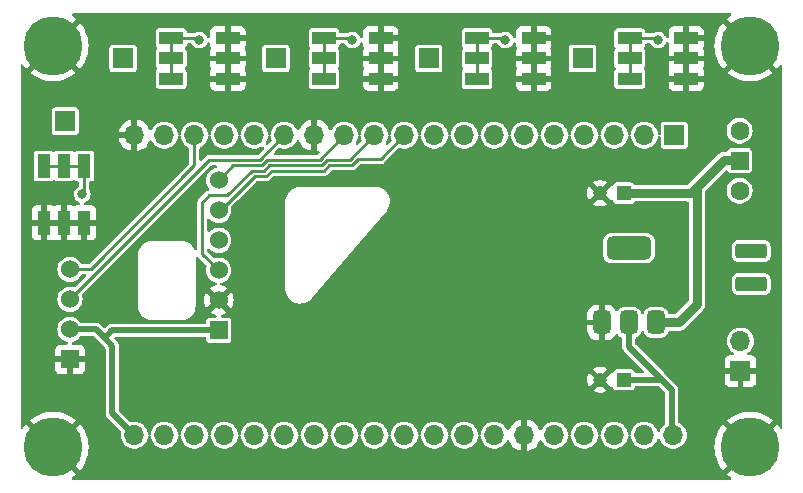
<source format=gbr>
%TF.GenerationSoftware,KiCad,Pcbnew,8.0.4*%
%TF.CreationDate,2024-08-03T03:01:37-04:00*%
%TF.ProjectId,esp32-node-board-40x65_telemetry,65737033-322d-46e6-9f64-652d626f6172,rev?*%
%TF.SameCoordinates,Original*%
%TF.FileFunction,Copper,L1,Top*%
%TF.FilePolarity,Positive*%
%FSLAX46Y46*%
G04 Gerber Fmt 4.6, Leading zero omitted, Abs format (unit mm)*
G04 Created by KiCad (PCBNEW 8.0.4) date 2024-08-03 03:01:37*
%MOMM*%
%LPD*%
G01*
G04 APERTURE LIST*
G04 Aperture macros list*
%AMRoundRect*
0 Rectangle with rounded corners*
0 $1 Rounding radius*
0 $2 $3 $4 $5 $6 $7 $8 $9 X,Y pos of 4 corners*
0 Add a 4 corners polygon primitive as box body*
4,1,4,$2,$3,$4,$5,$6,$7,$8,$9,$2,$3,0*
0 Add four circle primitives for the rounded corners*
1,1,$1+$1,$2,$3*
1,1,$1+$1,$4,$5*
1,1,$1+$1,$6,$7*
1,1,$1+$1,$8,$9*
0 Add four rect primitives between the rounded corners*
20,1,$1+$1,$2,$3,$4,$5,0*
20,1,$1+$1,$4,$5,$6,$7,0*
20,1,$1+$1,$6,$7,$8,$9,0*
20,1,$1+$1,$8,$9,$2,$3,0*%
G04 Aperture macros list end*
%TA.AperFunction,ComponentPad*%
%ADD10R,1.200000X1.200000*%
%TD*%
%TA.AperFunction,ComponentPad*%
%ADD11C,1.200000*%
%TD*%
%TA.AperFunction,ComponentPad*%
%ADD12C,5.000000*%
%TD*%
%TA.AperFunction,SMDPad,CuDef*%
%ADD13RoundRect,0.250000X-1.075000X0.375000X-1.075000X-0.375000X1.075000X-0.375000X1.075000X0.375000X0*%
%TD*%
%TA.AperFunction,ComponentPad*%
%ADD14R,1.700000X1.700000*%
%TD*%
%TA.AperFunction,SMDPad,CuDef*%
%ADD15R,1.100000X2.000000*%
%TD*%
%TA.AperFunction,ComponentPad*%
%ADD16R,1.524000X1.524000*%
%TD*%
%TA.AperFunction,ComponentPad*%
%ADD17C,1.524000*%
%TD*%
%TA.AperFunction,SMDPad,CuDef*%
%ADD18R,2.000000X1.100000*%
%TD*%
%TA.AperFunction,ComponentPad*%
%ADD19R,1.500000X1.500000*%
%TD*%
%TA.AperFunction,ComponentPad*%
%ADD20C,1.600000*%
%TD*%
%TA.AperFunction,ComponentPad*%
%ADD21O,1.700000X1.700000*%
%TD*%
%TA.AperFunction,SMDPad,CuDef*%
%ADD22RoundRect,0.375000X0.375000X-0.625000X0.375000X0.625000X-0.375000X0.625000X-0.375000X-0.625000X0*%
%TD*%
%TA.AperFunction,SMDPad,CuDef*%
%ADD23RoundRect,0.500000X1.400000X-0.500000X1.400000X0.500000X-1.400000X0.500000X-1.400000X-0.500000X0*%
%TD*%
%TA.AperFunction,ViaPad*%
%ADD24C,0.800000*%
%TD*%
%TA.AperFunction,Conductor*%
%ADD25C,0.500000*%
%TD*%
%TA.AperFunction,Conductor*%
%ADD26C,0.250000*%
%TD*%
%TA.AperFunction,Conductor*%
%ADD27C,0.800000*%
%TD*%
G04 APERTURE END LIST*
D10*
%TO.P,C2,1*%
%TO.N,+5V*%
X131200000Y-112850000D03*
D11*
%TO.P,C2,2*%
%TO.N,GND*%
X129200000Y-112850000D03*
%TD*%
D12*
%TO.P,H1,1,GND*%
%TO.N,GND*%
X82875002Y-84570000D03*
%TO.P,H1,2,GND*%
X82875002Y-118570000D03*
%TO.P,H1,3,GND*%
X141875002Y-118570000D03*
%TO.P,H1,4,GND*%
X141875002Y-84570000D03*
%TD*%
D13*
%TO.P,D1,1,K*%
%TO.N,/VDC*%
X142000000Y-101950000D03*
%TO.P,D1,2,A*%
%TO.N,Net-(D1-A)*%
X142000000Y-104750000D03*
%TD*%
D14*
%TO.P,J8,1,Pin_1*%
%TO.N,Net-(J8-Pin_1)*%
X101742356Y-85650000D03*
%TD*%
D15*
%TO.P,D6,1,AB*%
%TO.N,Net-(D6-AB)*%
X85500000Y-94750000D03*
%TO.P,D6,2,KB*%
X83800000Y-94750000D03*
%TO.P,D6,3,AR*%
X82100000Y-94750000D03*
%TO.P,D6,4,KR*%
%TO.N,GND*%
X82100000Y-99550000D03*
%TO.P,D6,5,AG*%
X83800000Y-99550000D03*
%TO.P,D6,6,KR*%
X85500000Y-99550000D03*
%TD*%
D10*
%TO.P,C1,1*%
%TO.N,/VIN*%
X131200000Y-97050000D03*
D11*
%TO.P,C1,2*%
%TO.N,GND*%
X129200000Y-97050000D03*
%TD*%
D16*
%TO.P,J3,GND,GND*%
%TO.N,GND*%
X84300000Y-111130000D03*
D17*
%TO.P,J3,SCL,SCL*%
%TO.N,/SCL-2*%
X84300000Y-103510000D03*
%TO.P,J3,SDA,SDA*%
%TO.N,/SDA-2*%
X84300000Y-106050000D03*
%TO.P,J3,Vcc,VCC*%
%TO.N,+3V3*%
X84300000Y-108590000D03*
%TD*%
D14*
%TO.P,J12,1,Pin_1*%
%TO.N,Net-(J12-Pin_1)*%
X83900000Y-90950000D03*
%TD*%
D18*
%TO.P,D4,1,AB*%
%TO.N,Net-(D4-AB)*%
X105813534Y-83950000D03*
%TO.P,D4,2,KB*%
X105813534Y-85650000D03*
%TO.P,D4,3,AR*%
X105813534Y-87350000D03*
%TO.P,D4,4,KR*%
%TO.N,GND*%
X110613534Y-87350000D03*
%TO.P,D4,5,AG*%
X110613534Y-85650000D03*
%TO.P,D4,6,KR*%
X110613534Y-83950000D03*
%TD*%
D19*
%TO.P,SW1,1,COM*%
%TO.N,/VIN*%
X141000000Y-94290000D03*
D20*
%TO.P,SW1,2,A*%
%TO.N,unconnected-(SW1-A-Pad2)*%
X141000000Y-91750000D03*
%TO.P,SW1,3,B*%
%TO.N,/VDC*%
X141000000Y-96830000D03*
%TD*%
D18*
%TO.P,D2,1,AB*%
%TO.N,Net-(D2-AB)*%
X131698251Y-83950000D03*
%TO.P,D2,2,KB*%
X131698251Y-85650000D03*
%TO.P,D2,3,AR*%
X131698251Y-87350000D03*
%TO.P,D2,4,KR*%
%TO.N,GND*%
X136498251Y-87350000D03*
%TO.P,D2,5,AG*%
X136498251Y-85650000D03*
%TO.P,D2,6,KR*%
X136498251Y-83950000D03*
%TD*%
D14*
%TO.P,J6,1,Pin_1*%
%TO.N,Net-(J6-Pin_1)*%
X127700000Y-85650000D03*
%TD*%
D17*
%TO.P,J5,CSB,CSB*%
%TO.N,/SPI-CSB*%
X96900000Y-98490000D03*
%TO.P,J5,GND,GND*%
%TO.N,GND*%
X96900000Y-106110000D03*
%TO.P,J5,SCL,SCL*%
%TO.N,/SPI-SCL*%
X96900000Y-103570000D03*
%TO.P,J5,SDA,SDA*%
%TO.N,/SPI-SDA*%
X96900000Y-101030000D03*
%TO.P,J5,SDO,SDO*%
%TO.N,/SPI-SDO*%
X96900000Y-95950000D03*
D16*
%TO.P,J5,Vcc,VCC*%
%TO.N,+3V3*%
X96900000Y-108650000D03*
%TD*%
D14*
%TO.P,J9,1,CLK*%
%TO.N,/CLK*%
X135480000Y-92150000D03*
D21*
%TO.P,J9,2,D0*%
%TO.N,/D0*%
X132940000Y-92150000D03*
%TO.P,J9,3,D1*%
%TO.N,/D1*%
X130400000Y-92150000D03*
%TO.P,J9,4,15*%
%TO.N,/PIN-4*%
X127860000Y-92150000D03*
%TO.P,J9,5,2*%
%TO.N,/PIN-5*%
X125320000Y-92150000D03*
%TO.P,J9,6,0*%
%TO.N,/PIN-6*%
X122780000Y-92150000D03*
%TO.P,J9,7,4*%
%TO.N,/PIN-7*%
X120240000Y-92150000D03*
%TO.P,J9,8,16*%
%TO.N,/PIN-8*%
X117700000Y-92150000D03*
%TO.P,J9,9,17*%
%TO.N,/PIN-9*%
X115160000Y-92150000D03*
%TO.P,J9,10,5*%
%TO.N,/SPI-CSB*%
X112620000Y-92150000D03*
%TO.P,J9,11,18*%
%TO.N,/SPI-SCL*%
X110080000Y-92150000D03*
%TO.P,J9,12,19*%
%TO.N,/SPI-SDO*%
X107540000Y-92150000D03*
%TO.P,J9,13,GND*%
%TO.N,GND*%
X105000000Y-92150000D03*
%TO.P,J9,14,21*%
%TO.N,/SDA-2*%
X102460000Y-92150000D03*
%TO.P,J9,15,RX*%
%TO.N,/RX*%
X99920000Y-92150000D03*
%TO.P,J9,16,TX*%
%TO.N,/TX*%
X97380000Y-92150000D03*
%TO.P,J9,17,22*%
%TO.N,/SCL-2*%
X94840000Y-92150000D03*
%TO.P,J9,18,23*%
%TO.N,/SPI-SDA*%
X92300000Y-92150000D03*
%TO.P,J9,19,GND*%
%TO.N,GND*%
X89760000Y-92150000D03*
%TO.P,J9,20,3V3*%
%TO.N,+3V3*%
X89760000Y-117550000D03*
%TO.P,J9,21,EN*%
%TO.N,/EN*%
X92300000Y-117550000D03*
%TO.P,J9,22,VN*%
%TO.N,/VN*%
X94840000Y-117550000D03*
%TO.P,J9,23,VP*%
%TO.N,/VP*%
X97380000Y-117550000D03*
%TO.P,J9,24,34*%
%TO.N,/PIN-24*%
X99920000Y-117550000D03*
%TO.P,J9,25,35*%
%TO.N,/PIN-25*%
X102460000Y-117550000D03*
%TO.P,J9,26,32*%
%TO.N,/PIN-26*%
X105000000Y-117550000D03*
%TO.P,J9,27,33*%
%TO.N,/PIN-27*%
X107540000Y-117550000D03*
%TO.P,J9,28,25*%
%TO.N,/PIN-28*%
X110080000Y-117550000D03*
%TO.P,J9,29,26*%
%TO.N,/PIN-29*%
X112620000Y-117550000D03*
%TO.P,J9,30,27*%
%TO.N,/PIN-30*%
X115160000Y-117550000D03*
%TO.P,J9,31,14*%
%TO.N,/PIN-31*%
X117700000Y-117550000D03*
%TO.P,J9,32,12*%
%TO.N,/PIN-32*%
X120240000Y-117550000D03*
%TO.P,J9,33,GND*%
%TO.N,GND*%
X122780000Y-117550000D03*
%TO.P,J9,34,13*%
%TO.N,/PIN-34*%
X125320000Y-117550000D03*
%TO.P,J9,35,D2*%
%TO.N,/D2*%
X127860000Y-117550000D03*
%TO.P,J9,36,D3*%
%TO.N,/D3*%
X130400000Y-117550000D03*
%TO.P,J9,37,CMD*%
%TO.N,/CMD*%
X132940000Y-117550000D03*
%TO.P,J9,38,5V*%
%TO.N,+5V*%
X135370000Y-117550000D03*
%TD*%
D14*
%TO.P,J7,1,Pin_1*%
%TO.N,Net-(J7-Pin_1)*%
X114684712Y-85650000D03*
%TD*%
%TO.P,J11,1,Pin_1*%
%TO.N,Net-(J11-Pin_1)*%
X88800000Y-85650000D03*
%TD*%
D18*
%TO.P,D3,1,AB*%
%TO.N,Net-(D3-AB)*%
X118755890Y-83950000D03*
%TO.P,D3,2,KB*%
X118755890Y-85650000D03*
%TO.P,D3,3,AR*%
X118755890Y-87350000D03*
%TO.P,D3,4,KR*%
%TO.N,GND*%
X123555890Y-87350000D03*
%TO.P,D3,5,AG*%
X123555890Y-85650000D03*
%TO.P,D3,6,KR*%
X123555890Y-83950000D03*
%TD*%
%TO.P,D5,1,AB*%
%TO.N,Net-(D5-AB)*%
X92871178Y-83950000D03*
%TO.P,D5,2,KB*%
X92871178Y-85650000D03*
%TO.P,D5,3,AR*%
X92871178Y-87350000D03*
%TO.P,D5,4,KR*%
%TO.N,GND*%
X97671178Y-87350000D03*
%TO.P,D5,5,AG*%
X97671178Y-85650000D03*
%TO.P,D5,6,KR*%
X97671178Y-83950000D03*
%TD*%
D14*
%TO.P,J1,1,Pin_1*%
%TO.N,GND*%
X141075000Y-112117500D03*
D21*
%TO.P,J1,2,Pin_2*%
%TO.N,Net-(D1-A)*%
X141075000Y-109577500D03*
%TD*%
D22*
%TO.P,U1,1,GND*%
%TO.N,GND*%
X129325000Y-108000000D03*
%TO.P,U1,2,VO*%
%TO.N,+5V*%
X131625000Y-108000000D03*
D23*
X131625000Y-101700000D03*
D22*
%TO.P,U1,3,VI*%
%TO.N,/VIN*%
X133925000Y-108000000D03*
%TD*%
D24*
%TO.N,Net-(D2-AB)*%
X134098251Y-84100000D03*
%TO.N,Net-(D3-AB)*%
X121155890Y-84100000D03*
%TO.N,Net-(D4-AB)*%
X108213534Y-84100000D03*
%TO.N,Net-(D5-AB)*%
X95271178Y-84100000D03*
%TO.N,Net-(D6-AB)*%
X85350000Y-97150000D03*
%TD*%
D25*
%TO.N,+3V3*%
X87900000Y-108650000D02*
X87230000Y-109320000D01*
X96900000Y-108650000D02*
X87900000Y-108650000D01*
X89760000Y-117550000D02*
X87900000Y-115690000D01*
X84300000Y-108590000D02*
X86500000Y-108590000D01*
X87230000Y-109320000D02*
X87900000Y-109990000D01*
X86500000Y-108590000D02*
X87230000Y-109320000D01*
X87900000Y-115690000D02*
X87900000Y-109990000D01*
%TO.N,+5V*%
X131625000Y-110075000D02*
X134250000Y-112700000D01*
X134250000Y-112700000D02*
X135270000Y-113720000D01*
X131200000Y-112850000D02*
X134400000Y-112850000D01*
X135270000Y-114550000D02*
X135270000Y-117550000D01*
X131625000Y-108000000D02*
X131625000Y-110075000D01*
X134400000Y-112850000D02*
X135270000Y-113720000D01*
X135270000Y-113720000D02*
X135270000Y-114550000D01*
D26*
%TO.N,/SCL-2*%
X84300000Y-103510000D02*
X84360000Y-103450000D01*
X94840000Y-94710000D02*
X94840000Y-92150000D01*
X84360000Y-103450000D02*
X86100000Y-103450000D01*
X86100000Y-103450000D02*
X94840000Y-94710000D01*
%TO.N,/SDA-2*%
X100360000Y-94250000D02*
X102460000Y-92150000D01*
X84300000Y-106050000D02*
X96100000Y-94250000D01*
X96100000Y-94250000D02*
X100360000Y-94250000D01*
%TO.N,/SPI-SCL*%
X100732792Y-95150000D02*
X99700000Y-95150000D01*
X99700000Y-95150000D02*
X97600000Y-97250000D01*
X97600000Y-97250000D02*
X96100000Y-97250000D01*
X106076396Y-94250000D02*
X105626396Y-94700000D01*
X110080000Y-92150000D02*
X107980000Y-94250000D01*
X95500000Y-102170000D02*
X96900000Y-103570000D01*
X101182792Y-94700000D02*
X100732792Y-95150000D01*
X105626396Y-94700000D02*
X101182792Y-94700000D01*
X95500000Y-97850000D02*
X95500000Y-102170000D01*
X96100000Y-97250000D02*
X95500000Y-97850000D01*
X107980000Y-94250000D02*
X106076396Y-94250000D01*
%TO.N,/SPI-CSB*%
X100919188Y-95600000D02*
X101369188Y-95150000D01*
X106262792Y-94700000D02*
X108166396Y-94700000D01*
X96900000Y-98490000D02*
X97060000Y-98490000D01*
X99950000Y-95600000D02*
X100919188Y-95600000D01*
X105812792Y-95150000D02*
X106262792Y-94700000D01*
X108716396Y-94150000D02*
X110620000Y-94150000D01*
X97060000Y-98490000D02*
X99950000Y-95600000D01*
X110620000Y-94150000D02*
X112620000Y-92150000D01*
X108166396Y-94700000D02*
X108716396Y-94150000D01*
X101369188Y-95150000D02*
X105812792Y-95150000D01*
%TO.N,/SPI-SDO*%
X98150000Y-94700000D02*
X96900000Y-95950000D01*
X107540000Y-92150000D02*
X105440000Y-94250000D01*
X100996396Y-94250000D02*
X100546396Y-94700000D01*
X105440000Y-94250000D02*
X100996396Y-94250000D01*
X100546396Y-94700000D02*
X98150000Y-94700000D01*
D27*
%TO.N,/VIN*%
X139700000Y-94250000D02*
X136900000Y-97050000D01*
X133900000Y-108000000D02*
X134700000Y-108000000D01*
X135875000Y-108000000D02*
X133900000Y-108000000D01*
X136900000Y-97050000D02*
X131200000Y-97050000D01*
X137550000Y-96400000D02*
X137400000Y-96550000D01*
X141000000Y-94250000D02*
X139700000Y-94250000D01*
X137400000Y-96550000D02*
X137400000Y-106475000D01*
X137400000Y-106475000D02*
X135875000Y-108000000D01*
D26*
%TO.N,Net-(D2-AB)*%
X133948251Y-83950000D02*
X134098251Y-84100000D01*
X131698251Y-83950000D02*
X133948251Y-83950000D01*
X131698251Y-83950000D02*
X131698251Y-87350000D01*
%TO.N,Net-(D3-AB)*%
X118755890Y-83950000D02*
X121005890Y-83950000D01*
X118755890Y-83950000D02*
X118755890Y-87350000D01*
X121005890Y-83950000D02*
X121155890Y-84100000D01*
%TO.N,Net-(D4-AB)*%
X108063534Y-83950000D02*
X108213534Y-84100000D01*
X105813534Y-83950000D02*
X108063534Y-83950000D01*
X105813534Y-83950000D02*
X105813534Y-87350000D01*
%TO.N,Net-(D5-AB)*%
X92871178Y-83950000D02*
X95121178Y-83950000D01*
X95121178Y-83950000D02*
X95271178Y-84100000D01*
X92698333Y-83850000D02*
X92848333Y-84000000D01*
X92871178Y-83950000D02*
X92871178Y-87350000D01*
%TO.N,Net-(D6-AB)*%
X85500000Y-94750000D02*
X85500000Y-97000000D01*
X85500000Y-94750000D02*
X82100000Y-94750000D01*
X85500000Y-97000000D02*
X85350000Y-97150000D01*
%TD*%
%TA.AperFunction,Conductor*%
%TO.N,GND*%
G36*
X103690828Y-92577051D02*
G01*
X103732705Y-92626651D01*
X103826399Y-92827578D01*
X103961894Y-93021082D01*
X104128917Y-93188105D01*
X104322421Y-93323600D01*
X104536507Y-93423429D01*
X104536516Y-93423433D01*
X104750000Y-93480634D01*
X104750000Y-92583012D01*
X104807007Y-92615925D01*
X104934174Y-92650000D01*
X105065826Y-92650000D01*
X105192993Y-92615925D01*
X105250000Y-92583012D01*
X105250000Y-93480633D01*
X105291508Y-93469512D01*
X105361358Y-93471175D01*
X105419221Y-93510337D01*
X105446725Y-93574566D01*
X105435139Y-93643468D01*
X105411284Y-93676967D01*
X105300069Y-93788182D01*
X105238749Y-93821666D01*
X105212390Y-93824500D01*
X101686610Y-93824500D01*
X101619571Y-93804815D01*
X101573816Y-93752011D01*
X101563872Y-93682853D01*
X101592897Y-93619297D01*
X101598929Y-93612819D01*
X101682785Y-93528963D01*
X101947290Y-93264456D01*
X102008611Y-93230973D01*
X102078302Y-93235957D01*
X102079763Y-93236513D01*
X102120273Y-93252206D01*
X102143802Y-93261321D01*
X102353390Y-93300500D01*
X102353392Y-93300500D01*
X102566608Y-93300500D01*
X102566610Y-93300500D01*
X102776198Y-93261321D01*
X102975019Y-93184298D01*
X103156302Y-93072052D01*
X103313872Y-92928407D01*
X103442366Y-92758255D01*
X103509325Y-92623781D01*
X103556825Y-92572548D01*
X103624488Y-92555126D01*
X103690828Y-92577051D01*
G37*
%TD.AperFunction*%
%TA.AperFunction,Conductor*%
G36*
X140248844Y-81840185D02*
G01*
X140294599Y-81892989D01*
X140304543Y-81962147D01*
X140275518Y-82025703D01*
X140249944Y-82048100D01*
X140080487Y-82159553D01*
X139937821Y-82279264D01*
X139937820Y-82279265D01*
X140789415Y-83130860D01*
X140822900Y-83192183D01*
X140817916Y-83261875D01*
X140786076Y-83309439D01*
X140651260Y-83434529D01*
X140651258Y-83434532D01*
X140620077Y-83473632D01*
X140562888Y-83513772D01*
X140493077Y-83516622D01*
X140435449Y-83484000D01*
X139581150Y-82629701D01*
X139581149Y-82629702D01*
X139572978Y-82638363D01*
X139572974Y-82638368D01*
X139364291Y-82918677D01*
X139189563Y-83221316D01*
X139189557Y-83221329D01*
X139051147Y-83542199D01*
X138950918Y-83876988D01*
X138950916Y-83876997D01*
X138890238Y-84221119D01*
X138890237Y-84221130D01*
X138869918Y-84569996D01*
X138869918Y-84570003D01*
X138890237Y-84918869D01*
X138890238Y-84918880D01*
X138950916Y-85263002D01*
X138950918Y-85263011D01*
X139051147Y-85597800D01*
X139189557Y-85918670D01*
X139189563Y-85918683D01*
X139364291Y-86221322D01*
X139572969Y-86501625D01*
X139581150Y-86510296D01*
X140435448Y-85655999D01*
X140496771Y-85622514D01*
X140566463Y-85627498D01*
X140620075Y-85666366D01*
X140651260Y-85705471D01*
X140786074Y-85830559D01*
X140821829Y-85890588D01*
X140819454Y-85960417D01*
X140789414Y-86009139D01*
X139937820Y-86860732D01*
X139937821Y-86860734D01*
X140080486Y-86980445D01*
X140372463Y-87172480D01*
X140684741Y-87329314D01*
X140684747Y-87329316D01*
X141013132Y-87448838D01*
X141013135Y-87448839D01*
X141353173Y-87529429D01*
X141700278Y-87569999D01*
X141700279Y-87570000D01*
X142049725Y-87570000D01*
X142049725Y-87569999D01*
X142396829Y-87529429D01*
X142396831Y-87529429D01*
X142736868Y-87448839D01*
X142736871Y-87448838D01*
X143065256Y-87329316D01*
X143065262Y-87329314D01*
X143377540Y-87172480D01*
X143669511Y-86980449D01*
X143669512Y-86980448D01*
X143812181Y-86860734D01*
X143812182Y-86860733D01*
X142960589Y-86009140D01*
X142927104Y-85947817D01*
X142932088Y-85878125D01*
X142963929Y-85830560D01*
X143002740Y-85794548D01*
X143098746Y-85705468D01*
X143129926Y-85666368D01*
X143187114Y-85626228D01*
X143256926Y-85623378D01*
X143314555Y-85656000D01*
X144168852Y-86510297D01*
X144168853Y-86510296D01*
X144177024Y-86501636D01*
X144177035Y-86501623D01*
X144385712Y-86221322D01*
X144393114Y-86208502D01*
X144443680Y-86160286D01*
X144512286Y-86147061D01*
X144577152Y-86173028D01*
X144617681Y-86229941D01*
X144624502Y-86270500D01*
X144624502Y-116869499D01*
X144604817Y-116936538D01*
X144552013Y-116982293D01*
X144482855Y-116992237D01*
X144419299Y-116963212D01*
X144393115Y-116931500D01*
X144385709Y-116918674D01*
X144177034Y-116638374D01*
X144168852Y-116629702D01*
X143314554Y-117483999D01*
X143253231Y-117517484D01*
X143183539Y-117512500D01*
X143129926Y-117473631D01*
X143098742Y-117434527D01*
X142963928Y-117309439D01*
X142928173Y-117249410D01*
X142930548Y-117179581D01*
X142960588Y-117130859D01*
X143812182Y-116279265D01*
X143812181Y-116279264D01*
X143669521Y-116159557D01*
X143377540Y-115967519D01*
X143065262Y-115810685D01*
X143065256Y-115810683D01*
X142736871Y-115691161D01*
X142736868Y-115691160D01*
X142396830Y-115610570D01*
X142049725Y-115570000D01*
X141700279Y-115570000D01*
X141353174Y-115610570D01*
X141353172Y-115610570D01*
X141013135Y-115691160D01*
X141013132Y-115691161D01*
X140684747Y-115810683D01*
X140684741Y-115810685D01*
X140372463Y-115967519D01*
X140080482Y-116159557D01*
X139937821Y-116279264D01*
X139937820Y-116279265D01*
X140789415Y-117130860D01*
X140822900Y-117192183D01*
X140817916Y-117261875D01*
X140786076Y-117309439D01*
X140651260Y-117434529D01*
X140651258Y-117434532D01*
X140620077Y-117473632D01*
X140562888Y-117513772D01*
X140493077Y-117516622D01*
X140435449Y-117484000D01*
X139581150Y-116629701D01*
X139581149Y-116629702D01*
X139572978Y-116638363D01*
X139572974Y-116638368D01*
X139364291Y-116918677D01*
X139189563Y-117221316D01*
X139189557Y-117221329D01*
X139051147Y-117542199D01*
X138950918Y-117876988D01*
X138950916Y-117876997D01*
X138890238Y-118221119D01*
X138890237Y-118221130D01*
X138869918Y-118569996D01*
X138869918Y-118570003D01*
X138890237Y-118918869D01*
X138890238Y-118918880D01*
X138950916Y-119263002D01*
X138950918Y-119263011D01*
X139051147Y-119597800D01*
X139189557Y-119918670D01*
X139189563Y-119918683D01*
X139364291Y-120221322D01*
X139572969Y-120501625D01*
X139581150Y-120510296D01*
X140435448Y-119655999D01*
X140496771Y-119622514D01*
X140566463Y-119627498D01*
X140620075Y-119666366D01*
X140651260Y-119705471D01*
X140786074Y-119830559D01*
X140821829Y-119890588D01*
X140819454Y-119960417D01*
X140789414Y-120009139D01*
X139937820Y-120860732D01*
X139937821Y-120860734D01*
X140080486Y-120980445D01*
X140249944Y-121091899D01*
X140295138Y-121145184D01*
X140304349Y-121214444D01*
X140274654Y-121277689D01*
X140215480Y-121314840D01*
X140181805Y-121319500D01*
X84568199Y-121319500D01*
X84501160Y-121299815D01*
X84455405Y-121247011D01*
X84445461Y-121177853D01*
X84474486Y-121114297D01*
X84500060Y-121091899D01*
X84669511Y-120980449D01*
X84669512Y-120980448D01*
X84812181Y-120860734D01*
X84812182Y-120860733D01*
X83960589Y-120009140D01*
X83927104Y-119947817D01*
X83932088Y-119878125D01*
X83963929Y-119830560D01*
X84065329Y-119736474D01*
X84098746Y-119705468D01*
X84129926Y-119666368D01*
X84187114Y-119626228D01*
X84256926Y-119623378D01*
X84314555Y-119656000D01*
X85168852Y-120510297D01*
X85168853Y-120510296D01*
X85177024Y-120501636D01*
X85177035Y-120501623D01*
X85385712Y-120221322D01*
X85560440Y-119918683D01*
X85560446Y-119918670D01*
X85698856Y-119597800D01*
X85799085Y-119263011D01*
X85799087Y-119263002D01*
X85859765Y-118918880D01*
X85859766Y-118918869D01*
X85880086Y-118570003D01*
X85880086Y-118569996D01*
X85859766Y-118221130D01*
X85859765Y-118221119D01*
X85799087Y-117876997D01*
X85799085Y-117876988D01*
X85698856Y-117542199D01*
X85560446Y-117221329D01*
X85560440Y-117221316D01*
X85385712Y-116918677D01*
X85177034Y-116638374D01*
X85168852Y-116629702D01*
X84314554Y-117483999D01*
X84253231Y-117517484D01*
X84183539Y-117512500D01*
X84129926Y-117473631D01*
X84098742Y-117434527D01*
X83963928Y-117309439D01*
X83928173Y-117249410D01*
X83930548Y-117179581D01*
X83960588Y-117130859D01*
X84812182Y-116279265D01*
X84812181Y-116279264D01*
X84669521Y-116159557D01*
X84377540Y-115967519D01*
X84065262Y-115810685D01*
X84065256Y-115810683D01*
X83736871Y-115691161D01*
X83736868Y-115691160D01*
X83396830Y-115610570D01*
X83049725Y-115570000D01*
X82700279Y-115570000D01*
X82353174Y-115610570D01*
X82353172Y-115610570D01*
X82013135Y-115691160D01*
X82013132Y-115691161D01*
X81684747Y-115810683D01*
X81684741Y-115810685D01*
X81372463Y-115967519D01*
X81080482Y-116159557D01*
X80937821Y-116279264D01*
X80937820Y-116279265D01*
X81789415Y-117130860D01*
X81822900Y-117192183D01*
X81817916Y-117261875D01*
X81786076Y-117309439D01*
X81651260Y-117434529D01*
X81651258Y-117434532D01*
X81620077Y-117473632D01*
X81562888Y-117513772D01*
X81493077Y-117516622D01*
X81435449Y-117484000D01*
X80581150Y-116629701D01*
X80581149Y-116629702D01*
X80572978Y-116638363D01*
X80572974Y-116638368D01*
X80364294Y-116918674D01*
X80356889Y-116931500D01*
X80306321Y-116979715D01*
X80237714Y-116992937D01*
X80172850Y-116966969D01*
X80132322Y-116910055D01*
X80125502Y-116869499D01*
X80125502Y-110320155D01*
X83038000Y-110320155D01*
X83038000Y-110880000D01*
X84011184Y-110880000D01*
X83995124Y-110896060D01*
X83944964Y-110982939D01*
X83919000Y-111079840D01*
X83919000Y-111180160D01*
X83944964Y-111277061D01*
X83995124Y-111363940D01*
X84011184Y-111380000D01*
X83038000Y-111380000D01*
X83038000Y-111939844D01*
X83044401Y-111999372D01*
X83044403Y-111999379D01*
X83094645Y-112134086D01*
X83094649Y-112134093D01*
X83180809Y-112249187D01*
X83180812Y-112249190D01*
X83295906Y-112335350D01*
X83295913Y-112335354D01*
X83430620Y-112385596D01*
X83430627Y-112385598D01*
X83490155Y-112391999D01*
X83490172Y-112392000D01*
X84050000Y-112392000D01*
X84050000Y-111418816D01*
X84066060Y-111434876D01*
X84152939Y-111485036D01*
X84249840Y-111511000D01*
X84350160Y-111511000D01*
X84447061Y-111485036D01*
X84533940Y-111434876D01*
X84550000Y-111418816D01*
X84550000Y-112392000D01*
X85109828Y-112392000D01*
X85109844Y-112391999D01*
X85169372Y-112385598D01*
X85169379Y-112385596D01*
X85304086Y-112335354D01*
X85304093Y-112335350D01*
X85419187Y-112249190D01*
X85419190Y-112249187D01*
X85505350Y-112134093D01*
X85505354Y-112134086D01*
X85555596Y-111999379D01*
X85555598Y-111999372D01*
X85561999Y-111939844D01*
X85562000Y-111939827D01*
X85562000Y-111380000D01*
X84588816Y-111380000D01*
X84604876Y-111363940D01*
X84655036Y-111277061D01*
X84681000Y-111180160D01*
X84681000Y-111079840D01*
X84655036Y-110982939D01*
X84604876Y-110896060D01*
X84588816Y-110880000D01*
X85562000Y-110880000D01*
X85562000Y-110320172D01*
X85561999Y-110320155D01*
X85555598Y-110260627D01*
X85555596Y-110260620D01*
X85505354Y-110125913D01*
X85505350Y-110125906D01*
X85419190Y-110010812D01*
X85419187Y-110010809D01*
X85304093Y-109924649D01*
X85304086Y-109924645D01*
X85169379Y-109874403D01*
X85169372Y-109874401D01*
X85109844Y-109868000D01*
X84583140Y-109868000D01*
X84516101Y-109848315D01*
X84470346Y-109795511D01*
X84460402Y-109726353D01*
X84489427Y-109662797D01*
X84547144Y-109625339D01*
X84708569Y-109576372D01*
X84893150Y-109477711D01*
X85054936Y-109344936D01*
X85185508Y-109185835D01*
X85243254Y-109146501D01*
X85281361Y-109140500D01*
X86220613Y-109140500D01*
X86287652Y-109160185D01*
X86308294Y-109176819D01*
X87313181Y-110181706D01*
X87346666Y-110243029D01*
X87349500Y-110269387D01*
X87349500Y-115617526D01*
X87349500Y-115762474D01*
X87387016Y-115902485D01*
X87459489Y-116028013D01*
X87459491Y-116028016D01*
X88604817Y-117173342D01*
X88638302Y-117234665D01*
X88636403Y-117294956D01*
X88624243Y-117337692D01*
X88608046Y-117512500D01*
X88604571Y-117550000D01*
X88624244Y-117762310D01*
X88677675Y-117950099D01*
X88682596Y-117967392D01*
X88682596Y-117967394D01*
X88777632Y-118158253D01*
X88900679Y-118321192D01*
X88906128Y-118328407D01*
X89063698Y-118472052D01*
X89244981Y-118584298D01*
X89443802Y-118661321D01*
X89653390Y-118700500D01*
X89653392Y-118700500D01*
X89866608Y-118700500D01*
X89866610Y-118700500D01*
X90076198Y-118661321D01*
X90275019Y-118584298D01*
X90456302Y-118472052D01*
X90613872Y-118328407D01*
X90742366Y-118158255D01*
X90796270Y-118050000D01*
X90837403Y-117967394D01*
X90837403Y-117967393D01*
X90837405Y-117967389D01*
X90895756Y-117762310D01*
X90906529Y-117646047D01*
X90932315Y-117581111D01*
X90974622Y-117550804D01*
X91083130Y-117550804D01*
X91119503Y-117571668D01*
X91151693Y-117633681D01*
X91153470Y-117646047D01*
X91164244Y-117762310D01*
X91217675Y-117950099D01*
X91222596Y-117967392D01*
X91222596Y-117967394D01*
X91317632Y-118158253D01*
X91440679Y-118321192D01*
X91446128Y-118328407D01*
X91603698Y-118472052D01*
X91784981Y-118584298D01*
X91983802Y-118661321D01*
X92193390Y-118700500D01*
X92193392Y-118700500D01*
X92406608Y-118700500D01*
X92406610Y-118700500D01*
X92616198Y-118661321D01*
X92815019Y-118584298D01*
X92996302Y-118472052D01*
X93153872Y-118328407D01*
X93282366Y-118158255D01*
X93336270Y-118050000D01*
X93377403Y-117967394D01*
X93377403Y-117967393D01*
X93377405Y-117967389D01*
X93435756Y-117762310D01*
X93446529Y-117646047D01*
X93472315Y-117581111D01*
X93514622Y-117550804D01*
X93623130Y-117550804D01*
X93659503Y-117571668D01*
X93691693Y-117633681D01*
X93693470Y-117646047D01*
X93704244Y-117762310D01*
X93757675Y-117950099D01*
X93762596Y-117967392D01*
X93762596Y-117967394D01*
X93857632Y-118158253D01*
X93980679Y-118321192D01*
X93986128Y-118328407D01*
X94143698Y-118472052D01*
X94324981Y-118584298D01*
X94523802Y-118661321D01*
X94733390Y-118700500D01*
X94733392Y-118700500D01*
X94946608Y-118700500D01*
X94946610Y-118700500D01*
X95156198Y-118661321D01*
X95355019Y-118584298D01*
X95536302Y-118472052D01*
X95693872Y-118328407D01*
X95822366Y-118158255D01*
X95876270Y-118050000D01*
X95917403Y-117967394D01*
X95917403Y-117967393D01*
X95917405Y-117967389D01*
X95975756Y-117762310D01*
X95986529Y-117646047D01*
X96012315Y-117581111D01*
X96054622Y-117550804D01*
X96163130Y-117550804D01*
X96199503Y-117571668D01*
X96231693Y-117633681D01*
X96233470Y-117646047D01*
X96244244Y-117762310D01*
X96297675Y-117950099D01*
X96302596Y-117967392D01*
X96302596Y-117967394D01*
X96397632Y-118158253D01*
X96520679Y-118321192D01*
X96526128Y-118328407D01*
X96683698Y-118472052D01*
X96864981Y-118584298D01*
X97063802Y-118661321D01*
X97273390Y-118700500D01*
X97273392Y-118700500D01*
X97486608Y-118700500D01*
X97486610Y-118700500D01*
X97696198Y-118661321D01*
X97895019Y-118584298D01*
X98076302Y-118472052D01*
X98233872Y-118328407D01*
X98362366Y-118158255D01*
X98416270Y-118050000D01*
X98457403Y-117967394D01*
X98457403Y-117967393D01*
X98457405Y-117967389D01*
X98515756Y-117762310D01*
X98526529Y-117646047D01*
X98552315Y-117581111D01*
X98594622Y-117550804D01*
X98703130Y-117550804D01*
X98739503Y-117571668D01*
X98771693Y-117633681D01*
X98773470Y-117646047D01*
X98784244Y-117762310D01*
X98837675Y-117950099D01*
X98842596Y-117967392D01*
X98842596Y-117967394D01*
X98937632Y-118158253D01*
X99060679Y-118321192D01*
X99066128Y-118328407D01*
X99223698Y-118472052D01*
X99404981Y-118584298D01*
X99603802Y-118661321D01*
X99813390Y-118700500D01*
X99813392Y-118700500D01*
X100026608Y-118700500D01*
X100026610Y-118700500D01*
X100236198Y-118661321D01*
X100435019Y-118584298D01*
X100616302Y-118472052D01*
X100773872Y-118328407D01*
X100902366Y-118158255D01*
X100956270Y-118050000D01*
X100997403Y-117967394D01*
X100997403Y-117967393D01*
X100997405Y-117967389D01*
X101055756Y-117762310D01*
X101066529Y-117646047D01*
X101092315Y-117581111D01*
X101134622Y-117550804D01*
X101243130Y-117550804D01*
X101279503Y-117571668D01*
X101311693Y-117633681D01*
X101313470Y-117646047D01*
X101324244Y-117762310D01*
X101377675Y-117950099D01*
X101382596Y-117967392D01*
X101382596Y-117967394D01*
X101477632Y-118158253D01*
X101600679Y-118321192D01*
X101606128Y-118328407D01*
X101763698Y-118472052D01*
X101944981Y-118584298D01*
X102143802Y-118661321D01*
X102353390Y-118700500D01*
X102353392Y-118700500D01*
X102566608Y-118700500D01*
X102566610Y-118700500D01*
X102776198Y-118661321D01*
X102975019Y-118584298D01*
X103156302Y-118472052D01*
X103313872Y-118328407D01*
X103442366Y-118158255D01*
X103496270Y-118050000D01*
X103537403Y-117967394D01*
X103537403Y-117967393D01*
X103537405Y-117967389D01*
X103595756Y-117762310D01*
X103606529Y-117646047D01*
X103632315Y-117581111D01*
X103674622Y-117550804D01*
X103783130Y-117550804D01*
X103819503Y-117571668D01*
X103851693Y-117633681D01*
X103853470Y-117646047D01*
X103864244Y-117762310D01*
X103917675Y-117950099D01*
X103922596Y-117967392D01*
X103922596Y-117967394D01*
X104017632Y-118158253D01*
X104140679Y-118321192D01*
X104146128Y-118328407D01*
X104303698Y-118472052D01*
X104484981Y-118584298D01*
X104683802Y-118661321D01*
X104893390Y-118700500D01*
X104893392Y-118700500D01*
X105106608Y-118700500D01*
X105106610Y-118700500D01*
X105316198Y-118661321D01*
X105515019Y-118584298D01*
X105696302Y-118472052D01*
X105853872Y-118328407D01*
X105982366Y-118158255D01*
X106036270Y-118050000D01*
X106077403Y-117967394D01*
X106077403Y-117967393D01*
X106077405Y-117967389D01*
X106135756Y-117762310D01*
X106146529Y-117646047D01*
X106172315Y-117581111D01*
X106214622Y-117550804D01*
X106323130Y-117550804D01*
X106359503Y-117571668D01*
X106391693Y-117633681D01*
X106393470Y-117646047D01*
X106404244Y-117762310D01*
X106457675Y-117950099D01*
X106462596Y-117967392D01*
X106462596Y-117967394D01*
X106557632Y-118158253D01*
X106680679Y-118321192D01*
X106686128Y-118328407D01*
X106843698Y-118472052D01*
X107024981Y-118584298D01*
X107223802Y-118661321D01*
X107433390Y-118700500D01*
X107433392Y-118700500D01*
X107646608Y-118700500D01*
X107646610Y-118700500D01*
X107856198Y-118661321D01*
X108055019Y-118584298D01*
X108236302Y-118472052D01*
X108393872Y-118328407D01*
X108522366Y-118158255D01*
X108576270Y-118050000D01*
X108617403Y-117967394D01*
X108617403Y-117967393D01*
X108617405Y-117967389D01*
X108675756Y-117762310D01*
X108686529Y-117646047D01*
X108712315Y-117581111D01*
X108754622Y-117550804D01*
X108863130Y-117550804D01*
X108899503Y-117571668D01*
X108931693Y-117633681D01*
X108933470Y-117646047D01*
X108944244Y-117762310D01*
X108997675Y-117950099D01*
X109002596Y-117967392D01*
X109002596Y-117967394D01*
X109097632Y-118158253D01*
X109220679Y-118321192D01*
X109226128Y-118328407D01*
X109383698Y-118472052D01*
X109564981Y-118584298D01*
X109763802Y-118661321D01*
X109973390Y-118700500D01*
X109973392Y-118700500D01*
X110186608Y-118700500D01*
X110186610Y-118700500D01*
X110396198Y-118661321D01*
X110595019Y-118584298D01*
X110776302Y-118472052D01*
X110933872Y-118328407D01*
X111062366Y-118158255D01*
X111116270Y-118050000D01*
X111157403Y-117967394D01*
X111157403Y-117967393D01*
X111157405Y-117967389D01*
X111215756Y-117762310D01*
X111226529Y-117646047D01*
X111252315Y-117581111D01*
X111294622Y-117550804D01*
X111403130Y-117550804D01*
X111439503Y-117571668D01*
X111471693Y-117633681D01*
X111473470Y-117646047D01*
X111484244Y-117762310D01*
X111537675Y-117950099D01*
X111542596Y-117967392D01*
X111542596Y-117967394D01*
X111637632Y-118158253D01*
X111760679Y-118321192D01*
X111766128Y-118328407D01*
X111923698Y-118472052D01*
X112104981Y-118584298D01*
X112303802Y-118661321D01*
X112513390Y-118700500D01*
X112513392Y-118700500D01*
X112726608Y-118700500D01*
X112726610Y-118700500D01*
X112936198Y-118661321D01*
X113135019Y-118584298D01*
X113316302Y-118472052D01*
X113473872Y-118328407D01*
X113602366Y-118158255D01*
X113656270Y-118050000D01*
X113697403Y-117967394D01*
X113697403Y-117967393D01*
X113697405Y-117967389D01*
X113755756Y-117762310D01*
X113766529Y-117646047D01*
X113792315Y-117581111D01*
X113834622Y-117550804D01*
X113943130Y-117550804D01*
X113979503Y-117571668D01*
X114011693Y-117633681D01*
X114013470Y-117646047D01*
X114024244Y-117762310D01*
X114077675Y-117950099D01*
X114082596Y-117967392D01*
X114082596Y-117967394D01*
X114177632Y-118158253D01*
X114300679Y-118321192D01*
X114306128Y-118328407D01*
X114463698Y-118472052D01*
X114644981Y-118584298D01*
X114843802Y-118661321D01*
X115053390Y-118700500D01*
X115053392Y-118700500D01*
X115266608Y-118700500D01*
X115266610Y-118700500D01*
X115476198Y-118661321D01*
X115675019Y-118584298D01*
X115856302Y-118472052D01*
X116013872Y-118328407D01*
X116142366Y-118158255D01*
X116196270Y-118050000D01*
X116237403Y-117967394D01*
X116237403Y-117967393D01*
X116237405Y-117967389D01*
X116295756Y-117762310D01*
X116306529Y-117646047D01*
X116332315Y-117581111D01*
X116374622Y-117550804D01*
X116483130Y-117550804D01*
X116519503Y-117571668D01*
X116551693Y-117633681D01*
X116553470Y-117646047D01*
X116564244Y-117762310D01*
X116617675Y-117950099D01*
X116622596Y-117967392D01*
X116622596Y-117967394D01*
X116717632Y-118158253D01*
X116840679Y-118321192D01*
X116846128Y-118328407D01*
X117003698Y-118472052D01*
X117184981Y-118584298D01*
X117383802Y-118661321D01*
X117593390Y-118700500D01*
X117593392Y-118700500D01*
X117806608Y-118700500D01*
X117806610Y-118700500D01*
X118016198Y-118661321D01*
X118215019Y-118584298D01*
X118396302Y-118472052D01*
X118553872Y-118328407D01*
X118682366Y-118158255D01*
X118736270Y-118050000D01*
X118777403Y-117967394D01*
X118777403Y-117967393D01*
X118777405Y-117967389D01*
X118835756Y-117762310D01*
X118846529Y-117646047D01*
X118872315Y-117581111D01*
X118914622Y-117550804D01*
X119023130Y-117550804D01*
X119059503Y-117571668D01*
X119091693Y-117633681D01*
X119093470Y-117646047D01*
X119104244Y-117762310D01*
X119157675Y-117950099D01*
X119162596Y-117967392D01*
X119162596Y-117967394D01*
X119257632Y-118158253D01*
X119380679Y-118321192D01*
X119386128Y-118328407D01*
X119543698Y-118472052D01*
X119724981Y-118584298D01*
X119923802Y-118661321D01*
X120133390Y-118700500D01*
X120133392Y-118700500D01*
X120346608Y-118700500D01*
X120346610Y-118700500D01*
X120556198Y-118661321D01*
X120755019Y-118584298D01*
X120936302Y-118472052D01*
X121093872Y-118328407D01*
X121222366Y-118158255D01*
X121289325Y-118023781D01*
X121336825Y-117972548D01*
X121404488Y-117955126D01*
X121470828Y-117977051D01*
X121512705Y-118026651D01*
X121606399Y-118227578D01*
X121741894Y-118421082D01*
X121908917Y-118588105D01*
X122102421Y-118723600D01*
X122316507Y-118823429D01*
X122316516Y-118823433D01*
X122530000Y-118880634D01*
X122530000Y-117983012D01*
X122587007Y-118015925D01*
X122714174Y-118050000D01*
X122845826Y-118050000D01*
X122972993Y-118015925D01*
X123030000Y-117983012D01*
X123030000Y-118880633D01*
X123243483Y-118823433D01*
X123243492Y-118823429D01*
X123457578Y-118723600D01*
X123651082Y-118588105D01*
X123818105Y-118421082D01*
X123953600Y-118227578D01*
X124047294Y-118026651D01*
X124093466Y-117974212D01*
X124160660Y-117955060D01*
X124227541Y-117975276D01*
X124270676Y-118023785D01*
X124337632Y-118158253D01*
X124460679Y-118321192D01*
X124466128Y-118328407D01*
X124623698Y-118472052D01*
X124804981Y-118584298D01*
X125003802Y-118661321D01*
X125213390Y-118700500D01*
X125213392Y-118700500D01*
X125426608Y-118700500D01*
X125426610Y-118700500D01*
X125636198Y-118661321D01*
X125835019Y-118584298D01*
X126016302Y-118472052D01*
X126173872Y-118328407D01*
X126302366Y-118158255D01*
X126356270Y-118050000D01*
X126397403Y-117967394D01*
X126397403Y-117967393D01*
X126397405Y-117967389D01*
X126455756Y-117762310D01*
X126466529Y-117646047D01*
X126492315Y-117581111D01*
X126534622Y-117550804D01*
X126643130Y-117550804D01*
X126679503Y-117571668D01*
X126711693Y-117633681D01*
X126713470Y-117646047D01*
X126724244Y-117762310D01*
X126777675Y-117950099D01*
X126782596Y-117967392D01*
X126782596Y-117967394D01*
X126877632Y-118158253D01*
X127000679Y-118321192D01*
X127006128Y-118328407D01*
X127163698Y-118472052D01*
X127344981Y-118584298D01*
X127543802Y-118661321D01*
X127753390Y-118700500D01*
X127753392Y-118700500D01*
X127966608Y-118700500D01*
X127966610Y-118700500D01*
X128176198Y-118661321D01*
X128375019Y-118584298D01*
X128556302Y-118472052D01*
X128713872Y-118328407D01*
X128842366Y-118158255D01*
X128896270Y-118050000D01*
X128937403Y-117967394D01*
X128937403Y-117967393D01*
X128937405Y-117967389D01*
X128995756Y-117762310D01*
X129006529Y-117646047D01*
X129032315Y-117581111D01*
X129074622Y-117550804D01*
X129183130Y-117550804D01*
X129219503Y-117571668D01*
X129251693Y-117633681D01*
X129253470Y-117646047D01*
X129264244Y-117762310D01*
X129317675Y-117950099D01*
X129322596Y-117967392D01*
X129322596Y-117967394D01*
X129417632Y-118158253D01*
X129540679Y-118321192D01*
X129546128Y-118328407D01*
X129703698Y-118472052D01*
X129884981Y-118584298D01*
X130083802Y-118661321D01*
X130293390Y-118700500D01*
X130293392Y-118700500D01*
X130506608Y-118700500D01*
X130506610Y-118700500D01*
X130716198Y-118661321D01*
X130915019Y-118584298D01*
X131096302Y-118472052D01*
X131253872Y-118328407D01*
X131382366Y-118158255D01*
X131436270Y-118050000D01*
X131477403Y-117967394D01*
X131477403Y-117967393D01*
X131477405Y-117967389D01*
X131535756Y-117762310D01*
X131546529Y-117646047D01*
X131572315Y-117581111D01*
X131616869Y-117549194D01*
X131580497Y-117528331D01*
X131548307Y-117466318D01*
X131546529Y-117453951D01*
X131545849Y-117446613D01*
X131535756Y-117337690D01*
X131477405Y-117132611D01*
X131477403Y-117132606D01*
X131477403Y-117132605D01*
X131382367Y-116941746D01*
X131253872Y-116771593D01*
X131096302Y-116627948D01*
X130915019Y-116515702D01*
X130915017Y-116515701D01*
X130797711Y-116470257D01*
X130716198Y-116438679D01*
X130506610Y-116399500D01*
X130293390Y-116399500D01*
X130083802Y-116438679D01*
X130083799Y-116438679D01*
X130083799Y-116438680D01*
X129884982Y-116515701D01*
X129884980Y-116515702D01*
X129703699Y-116627947D01*
X129546127Y-116771593D01*
X129417632Y-116941746D01*
X129322596Y-117132605D01*
X129322596Y-117132607D01*
X129264244Y-117337689D01*
X129253471Y-117453951D01*
X129227685Y-117518888D01*
X129183130Y-117550804D01*
X129074622Y-117550804D01*
X129076869Y-117549194D01*
X129040497Y-117528331D01*
X129008307Y-117466318D01*
X129006529Y-117453951D01*
X129005849Y-117446613D01*
X128995756Y-117337690D01*
X128937405Y-117132611D01*
X128937403Y-117132606D01*
X128937403Y-117132605D01*
X128842367Y-116941746D01*
X128713872Y-116771593D01*
X128556302Y-116627948D01*
X128375019Y-116515702D01*
X128375017Y-116515701D01*
X128257711Y-116470257D01*
X128176198Y-116438679D01*
X127966610Y-116399500D01*
X127753390Y-116399500D01*
X127543802Y-116438679D01*
X127543799Y-116438679D01*
X127543799Y-116438680D01*
X127344982Y-116515701D01*
X127344980Y-116515702D01*
X127163699Y-116627947D01*
X127006127Y-116771593D01*
X126877632Y-116941746D01*
X126782596Y-117132605D01*
X126782596Y-117132607D01*
X126724244Y-117337689D01*
X126713471Y-117453951D01*
X126687685Y-117518888D01*
X126643130Y-117550804D01*
X126534622Y-117550804D01*
X126536869Y-117549194D01*
X126500497Y-117528331D01*
X126468307Y-117466318D01*
X126466529Y-117453951D01*
X126465849Y-117446613D01*
X126455756Y-117337690D01*
X126397405Y-117132611D01*
X126397403Y-117132606D01*
X126397403Y-117132605D01*
X126302367Y-116941746D01*
X126173872Y-116771593D01*
X126016302Y-116627948D01*
X125835019Y-116515702D01*
X125835017Y-116515701D01*
X125717711Y-116470257D01*
X125636198Y-116438679D01*
X125426610Y-116399500D01*
X125213390Y-116399500D01*
X125003802Y-116438679D01*
X125003799Y-116438679D01*
X125003799Y-116438680D01*
X124804982Y-116515701D01*
X124804980Y-116515702D01*
X124623699Y-116627947D01*
X124466127Y-116771593D01*
X124337634Y-116941744D01*
X124270676Y-117076215D01*
X124223173Y-117127452D01*
X124155510Y-117144873D01*
X124089170Y-117122947D01*
X124047294Y-117073348D01*
X123953600Y-116872422D01*
X123953599Y-116872420D01*
X123818113Y-116678926D01*
X123818108Y-116678920D01*
X123651082Y-116511894D01*
X123457578Y-116376399D01*
X123243492Y-116276570D01*
X123243486Y-116276567D01*
X123030000Y-116219364D01*
X123030000Y-117116988D01*
X122972993Y-117084075D01*
X122845826Y-117050000D01*
X122714174Y-117050000D01*
X122587007Y-117084075D01*
X122530000Y-117116988D01*
X122530000Y-116219364D01*
X122529999Y-116219364D01*
X122316513Y-116276567D01*
X122316507Y-116276570D01*
X122102422Y-116376399D01*
X122102420Y-116376400D01*
X121908926Y-116511886D01*
X121908920Y-116511891D01*
X121741891Y-116678920D01*
X121741886Y-116678926D01*
X121606400Y-116872420D01*
X121606399Y-116872422D01*
X121512705Y-117073348D01*
X121466532Y-117125787D01*
X121399339Y-117144939D01*
X121332457Y-117124723D01*
X121289323Y-117076215D01*
X121222366Y-116941745D01*
X121214629Y-116931500D01*
X121093872Y-116771593D01*
X120936302Y-116627948D01*
X120755019Y-116515702D01*
X120755017Y-116515701D01*
X120637711Y-116470257D01*
X120556198Y-116438679D01*
X120346610Y-116399500D01*
X120133390Y-116399500D01*
X119923802Y-116438679D01*
X119923799Y-116438679D01*
X119923799Y-116438680D01*
X119724982Y-116515701D01*
X119724980Y-116515702D01*
X119543699Y-116627947D01*
X119386127Y-116771593D01*
X119257632Y-116941746D01*
X119162596Y-117132605D01*
X119162596Y-117132607D01*
X119104244Y-117337689D01*
X119093471Y-117453951D01*
X119067685Y-117518888D01*
X119023130Y-117550804D01*
X118914622Y-117550804D01*
X118916869Y-117549194D01*
X118880497Y-117528331D01*
X118848307Y-117466318D01*
X118846529Y-117453951D01*
X118845849Y-117446613D01*
X118835756Y-117337690D01*
X118777405Y-117132611D01*
X118777403Y-117132606D01*
X118777403Y-117132605D01*
X118682367Y-116941746D01*
X118553872Y-116771593D01*
X118396302Y-116627948D01*
X118215019Y-116515702D01*
X118215017Y-116515701D01*
X118097711Y-116470257D01*
X118016198Y-116438679D01*
X117806610Y-116399500D01*
X117593390Y-116399500D01*
X117383802Y-116438679D01*
X117383799Y-116438679D01*
X117383799Y-116438680D01*
X117184982Y-116515701D01*
X117184980Y-116515702D01*
X117003699Y-116627947D01*
X116846127Y-116771593D01*
X116717632Y-116941746D01*
X116622596Y-117132605D01*
X116622596Y-117132607D01*
X116564244Y-117337689D01*
X116553471Y-117453951D01*
X116527685Y-117518888D01*
X116483130Y-117550804D01*
X116374622Y-117550804D01*
X116376869Y-117549194D01*
X116340497Y-117528331D01*
X116308307Y-117466318D01*
X116306529Y-117453951D01*
X116305849Y-117446613D01*
X116295756Y-117337690D01*
X116237405Y-117132611D01*
X116237403Y-117132606D01*
X116237403Y-117132605D01*
X116142367Y-116941746D01*
X116013872Y-116771593D01*
X115856302Y-116627948D01*
X115675019Y-116515702D01*
X115675017Y-116515701D01*
X115557711Y-116470257D01*
X115476198Y-116438679D01*
X115266610Y-116399500D01*
X115053390Y-116399500D01*
X114843802Y-116438679D01*
X114843799Y-116438679D01*
X114843799Y-116438680D01*
X114644982Y-116515701D01*
X114644980Y-116515702D01*
X114463699Y-116627947D01*
X114306127Y-116771593D01*
X114177632Y-116941746D01*
X114082596Y-117132605D01*
X114082596Y-117132607D01*
X114024244Y-117337689D01*
X114013471Y-117453951D01*
X113987685Y-117518888D01*
X113943130Y-117550804D01*
X113834622Y-117550804D01*
X113836869Y-117549194D01*
X113800497Y-117528331D01*
X113768307Y-117466318D01*
X113766529Y-117453951D01*
X113765849Y-117446613D01*
X113755756Y-117337690D01*
X113697405Y-117132611D01*
X113697403Y-117132606D01*
X113697403Y-117132605D01*
X113602367Y-116941746D01*
X113473872Y-116771593D01*
X113316302Y-116627948D01*
X113135019Y-116515702D01*
X113135017Y-116515701D01*
X113017711Y-116470257D01*
X112936198Y-116438679D01*
X112726610Y-116399500D01*
X112513390Y-116399500D01*
X112303802Y-116438679D01*
X112303799Y-116438679D01*
X112303799Y-116438680D01*
X112104982Y-116515701D01*
X112104980Y-116515702D01*
X111923699Y-116627947D01*
X111766127Y-116771593D01*
X111637632Y-116941746D01*
X111542596Y-117132605D01*
X111542596Y-117132607D01*
X111484244Y-117337689D01*
X111473471Y-117453951D01*
X111447685Y-117518888D01*
X111403130Y-117550804D01*
X111294622Y-117550804D01*
X111296869Y-117549194D01*
X111260497Y-117528331D01*
X111228307Y-117466318D01*
X111226529Y-117453951D01*
X111225849Y-117446613D01*
X111215756Y-117337690D01*
X111157405Y-117132611D01*
X111157403Y-117132606D01*
X111157403Y-117132605D01*
X111062367Y-116941746D01*
X110933872Y-116771593D01*
X110776302Y-116627948D01*
X110595019Y-116515702D01*
X110595017Y-116515701D01*
X110477711Y-116470257D01*
X110396198Y-116438679D01*
X110186610Y-116399500D01*
X109973390Y-116399500D01*
X109763802Y-116438679D01*
X109763799Y-116438679D01*
X109763799Y-116438680D01*
X109564982Y-116515701D01*
X109564980Y-116515702D01*
X109383699Y-116627947D01*
X109226127Y-116771593D01*
X109097632Y-116941746D01*
X109002596Y-117132605D01*
X109002596Y-117132607D01*
X108944244Y-117337689D01*
X108933471Y-117453951D01*
X108907685Y-117518888D01*
X108863130Y-117550804D01*
X108754622Y-117550804D01*
X108756869Y-117549194D01*
X108720497Y-117528331D01*
X108688307Y-117466318D01*
X108686529Y-117453951D01*
X108685849Y-117446613D01*
X108675756Y-117337690D01*
X108617405Y-117132611D01*
X108617403Y-117132606D01*
X108617403Y-117132605D01*
X108522367Y-116941746D01*
X108393872Y-116771593D01*
X108236302Y-116627948D01*
X108055019Y-116515702D01*
X108055017Y-116515701D01*
X107937711Y-116470257D01*
X107856198Y-116438679D01*
X107646610Y-116399500D01*
X107433390Y-116399500D01*
X107223802Y-116438679D01*
X107223799Y-116438679D01*
X107223799Y-116438680D01*
X107024982Y-116515701D01*
X107024980Y-116515702D01*
X106843699Y-116627947D01*
X106686127Y-116771593D01*
X106557632Y-116941746D01*
X106462596Y-117132605D01*
X106462596Y-117132607D01*
X106404244Y-117337689D01*
X106393471Y-117453951D01*
X106367685Y-117518888D01*
X106323130Y-117550804D01*
X106214622Y-117550804D01*
X106216869Y-117549194D01*
X106180497Y-117528331D01*
X106148307Y-117466318D01*
X106146529Y-117453951D01*
X106145849Y-117446613D01*
X106135756Y-117337690D01*
X106077405Y-117132611D01*
X106077403Y-117132606D01*
X106077403Y-117132605D01*
X105982367Y-116941746D01*
X105853872Y-116771593D01*
X105696302Y-116627948D01*
X105515019Y-116515702D01*
X105515017Y-116515701D01*
X105397711Y-116470257D01*
X105316198Y-116438679D01*
X105106610Y-116399500D01*
X104893390Y-116399500D01*
X104683802Y-116438679D01*
X104683799Y-116438679D01*
X104683799Y-116438680D01*
X104484982Y-116515701D01*
X104484980Y-116515702D01*
X104303699Y-116627947D01*
X104146127Y-116771593D01*
X104017632Y-116941746D01*
X103922596Y-117132605D01*
X103922596Y-117132607D01*
X103864244Y-117337689D01*
X103853471Y-117453951D01*
X103827685Y-117518888D01*
X103783130Y-117550804D01*
X103674622Y-117550804D01*
X103676869Y-117549194D01*
X103640497Y-117528331D01*
X103608307Y-117466318D01*
X103606529Y-117453951D01*
X103605849Y-117446613D01*
X103595756Y-117337690D01*
X103537405Y-117132611D01*
X103537403Y-117132606D01*
X103537403Y-117132605D01*
X103442367Y-116941746D01*
X103313872Y-116771593D01*
X103156302Y-116627948D01*
X102975019Y-116515702D01*
X102975017Y-116515701D01*
X102857711Y-116470257D01*
X102776198Y-116438679D01*
X102566610Y-116399500D01*
X102353390Y-116399500D01*
X102143802Y-116438679D01*
X102143799Y-116438679D01*
X102143799Y-116438680D01*
X101944982Y-116515701D01*
X101944980Y-116515702D01*
X101763699Y-116627947D01*
X101606127Y-116771593D01*
X101477632Y-116941746D01*
X101382596Y-117132605D01*
X101382596Y-117132607D01*
X101324244Y-117337689D01*
X101313471Y-117453951D01*
X101287685Y-117518888D01*
X101243130Y-117550804D01*
X101134622Y-117550804D01*
X101136869Y-117549194D01*
X101100497Y-117528331D01*
X101068307Y-117466318D01*
X101066529Y-117453951D01*
X101065849Y-117446613D01*
X101055756Y-117337690D01*
X100997405Y-117132611D01*
X100997403Y-117132606D01*
X100997403Y-117132605D01*
X100902367Y-116941746D01*
X100773872Y-116771593D01*
X100616302Y-116627948D01*
X100435019Y-116515702D01*
X100435017Y-116515701D01*
X100317711Y-116470257D01*
X100236198Y-116438679D01*
X100026610Y-116399500D01*
X99813390Y-116399500D01*
X99603802Y-116438679D01*
X99603799Y-116438679D01*
X99603799Y-116438680D01*
X99404982Y-116515701D01*
X99404980Y-116515702D01*
X99223699Y-116627947D01*
X99066127Y-116771593D01*
X98937632Y-116941746D01*
X98842596Y-117132605D01*
X98842596Y-117132607D01*
X98784244Y-117337689D01*
X98773471Y-117453951D01*
X98747685Y-117518888D01*
X98703130Y-117550804D01*
X98594622Y-117550804D01*
X98596869Y-117549194D01*
X98560497Y-117528331D01*
X98528307Y-117466318D01*
X98526529Y-117453951D01*
X98525849Y-117446613D01*
X98515756Y-117337690D01*
X98457405Y-117132611D01*
X98457403Y-117132606D01*
X98457403Y-117132605D01*
X98362367Y-116941746D01*
X98233872Y-116771593D01*
X98076302Y-116627948D01*
X97895019Y-116515702D01*
X97895017Y-116515701D01*
X97777711Y-116470257D01*
X97696198Y-116438679D01*
X97486610Y-116399500D01*
X97273390Y-116399500D01*
X97063802Y-116438679D01*
X97063799Y-116438679D01*
X97063799Y-116438680D01*
X96864982Y-116515701D01*
X96864980Y-116515702D01*
X96683699Y-116627947D01*
X96526127Y-116771593D01*
X96397632Y-116941746D01*
X96302596Y-117132605D01*
X96302596Y-117132607D01*
X96244244Y-117337689D01*
X96233471Y-117453951D01*
X96207685Y-117518888D01*
X96163130Y-117550804D01*
X96054622Y-117550804D01*
X96056869Y-117549194D01*
X96020497Y-117528331D01*
X95988307Y-117466318D01*
X95986529Y-117453951D01*
X95985849Y-117446613D01*
X95975756Y-117337690D01*
X95917405Y-117132611D01*
X95917403Y-117132606D01*
X95917403Y-117132605D01*
X95822367Y-116941746D01*
X95693872Y-116771593D01*
X95536302Y-116627948D01*
X95355019Y-116515702D01*
X95355017Y-116515701D01*
X95237711Y-116470257D01*
X95156198Y-116438679D01*
X94946610Y-116399500D01*
X94733390Y-116399500D01*
X94523802Y-116438679D01*
X94523799Y-116438679D01*
X94523799Y-116438680D01*
X94324982Y-116515701D01*
X94324980Y-116515702D01*
X94143699Y-116627947D01*
X93986127Y-116771593D01*
X93857632Y-116941746D01*
X93762596Y-117132605D01*
X93762596Y-117132607D01*
X93704244Y-117337689D01*
X93693471Y-117453951D01*
X93667685Y-117518888D01*
X93623130Y-117550804D01*
X93514622Y-117550804D01*
X93516869Y-117549194D01*
X93480497Y-117528331D01*
X93448307Y-117466318D01*
X93446529Y-117453951D01*
X93445849Y-117446613D01*
X93435756Y-117337690D01*
X93377405Y-117132611D01*
X93377403Y-117132606D01*
X93377403Y-117132605D01*
X93282367Y-116941746D01*
X93153872Y-116771593D01*
X92996302Y-116627948D01*
X92815019Y-116515702D01*
X92815017Y-116515701D01*
X92697711Y-116470257D01*
X92616198Y-116438679D01*
X92406610Y-116399500D01*
X92193390Y-116399500D01*
X91983802Y-116438679D01*
X91983799Y-116438679D01*
X91983799Y-116438680D01*
X91784982Y-116515701D01*
X91784980Y-116515702D01*
X91603699Y-116627947D01*
X91446127Y-116771593D01*
X91317632Y-116941746D01*
X91222596Y-117132605D01*
X91222596Y-117132607D01*
X91164244Y-117337689D01*
X91153471Y-117453951D01*
X91127685Y-117518888D01*
X91083130Y-117550804D01*
X90974622Y-117550804D01*
X90976869Y-117549194D01*
X90940497Y-117528331D01*
X90908307Y-117466318D01*
X90906529Y-117453951D01*
X90905849Y-117446613D01*
X90895756Y-117337690D01*
X90837405Y-117132611D01*
X90837403Y-117132606D01*
X90837403Y-117132605D01*
X90742367Y-116941746D01*
X90613872Y-116771593D01*
X90456302Y-116627948D01*
X90275019Y-116515702D01*
X90275017Y-116515701D01*
X90157711Y-116470257D01*
X90076198Y-116438679D01*
X89866610Y-116399500D01*
X89653390Y-116399500D01*
X89494066Y-116429283D01*
X89424551Y-116422252D01*
X89383600Y-116395075D01*
X88486819Y-115498294D01*
X88453334Y-115436971D01*
X88450500Y-115410613D01*
X88450500Y-113784240D01*
X128619311Y-113784240D01*
X128707585Y-113838897D01*
X128897678Y-113912539D01*
X129098072Y-113950000D01*
X129301928Y-113950000D01*
X129502322Y-113912539D01*
X129692412Y-113838899D01*
X129692416Y-113838897D01*
X129780686Y-113784241D01*
X129780686Y-113784240D01*
X129200001Y-113203553D01*
X129200000Y-113203553D01*
X128619311Y-113784240D01*
X88450500Y-113784240D01*
X88450500Y-112849999D01*
X128095287Y-112849999D01*
X128095287Y-112850000D01*
X128114096Y-113052989D01*
X128114097Y-113052992D01*
X128169883Y-113249063D01*
X128169886Y-113249069D01*
X128260751Y-113431551D01*
X128262533Y-113433911D01*
X128846446Y-112850000D01*
X128806950Y-112810504D01*
X128900000Y-112810504D01*
X128900000Y-112889496D01*
X128920444Y-112965796D01*
X128959940Y-113034205D01*
X129015795Y-113090060D01*
X129084204Y-113129556D01*
X129160504Y-113150000D01*
X129239496Y-113150000D01*
X129315796Y-113129556D01*
X129384205Y-113090060D01*
X129440060Y-113034205D01*
X129479556Y-112965796D01*
X129500000Y-112889496D01*
X129500000Y-112810504D01*
X129479556Y-112734204D01*
X129440060Y-112665795D01*
X129384205Y-112609940D01*
X129315796Y-112570444D01*
X129239496Y-112550000D01*
X129160504Y-112550000D01*
X129084204Y-112570444D01*
X129015795Y-112609940D01*
X128959940Y-112665795D01*
X128920444Y-112734204D01*
X128900000Y-112810504D01*
X128806950Y-112810504D01*
X128262533Y-112266087D01*
X128260755Y-112268442D01*
X128260754Y-112268443D01*
X128169886Y-112450930D01*
X128169883Y-112450936D01*
X128114097Y-112647007D01*
X128114096Y-112647010D01*
X128095287Y-112849999D01*
X88450500Y-112849999D01*
X88450500Y-111915758D01*
X128619311Y-111915758D01*
X129200000Y-112496446D01*
X129200001Y-112496446D01*
X129780687Y-111915758D01*
X129692413Y-111861101D01*
X129692411Y-111861100D01*
X129502321Y-111787460D01*
X129301928Y-111750000D01*
X129098072Y-111750000D01*
X128897678Y-111787460D01*
X128707588Y-111861100D01*
X128707581Y-111861104D01*
X128619312Y-111915757D01*
X128619311Y-111915758D01*
X88450500Y-111915758D01*
X88450500Y-109917527D01*
X88450500Y-109917525D01*
X88412984Y-109777515D01*
X88389584Y-109736985D01*
X88340510Y-109651985D01*
X88100706Y-109412181D01*
X88067221Y-109350858D01*
X88072205Y-109281166D01*
X88114077Y-109225233D01*
X88179541Y-109200816D01*
X88188387Y-109200500D01*
X95713501Y-109200500D01*
X95780540Y-109220185D01*
X95826295Y-109272989D01*
X95837501Y-109324500D01*
X95837501Y-109456856D01*
X95837502Y-109456882D01*
X95840413Y-109481987D01*
X95840415Y-109481991D01*
X95885793Y-109584764D01*
X95885794Y-109584765D01*
X95965235Y-109664206D01*
X96068009Y-109709585D01*
X96093135Y-109712500D01*
X97706864Y-109712499D01*
X97706879Y-109712497D01*
X97706882Y-109712497D01*
X97731987Y-109709586D01*
X97731988Y-109709585D01*
X97731991Y-109709585D01*
X97834765Y-109664206D01*
X97914206Y-109584765D01*
X97959585Y-109481991D01*
X97962500Y-109456865D01*
X97962500Y-108701096D01*
X128075000Y-108701096D01*
X128077897Y-108743824D01*
X128123831Y-108928523D01*
X128208390Y-109099022D01*
X128208392Y-109099025D01*
X128327632Y-109247366D01*
X128327633Y-109247367D01*
X128475974Y-109366607D01*
X128475977Y-109366609D01*
X128646476Y-109451168D01*
X128831175Y-109497102D01*
X128873903Y-109500000D01*
X129075000Y-109500000D01*
X129075000Y-108250000D01*
X128075000Y-108250000D01*
X128075000Y-108701096D01*
X97962500Y-108701096D01*
X97962499Y-107843136D01*
X97961563Y-107835063D01*
X97959586Y-107818012D01*
X97959585Y-107818010D01*
X97959585Y-107818009D01*
X97914206Y-107715235D01*
X97834765Y-107635794D01*
X97797915Y-107619523D01*
X97731992Y-107590415D01*
X97706868Y-107587500D01*
X97203761Y-107587500D01*
X97136722Y-107567815D01*
X97090967Y-107515011D01*
X97081023Y-107445853D01*
X97110048Y-107382297D01*
X97168826Y-107344523D01*
X97171668Y-107343725D01*
X97333270Y-107300424D01*
X97333284Y-107300419D01*
X97336535Y-107298903D01*
X128075000Y-107298903D01*
X128075000Y-107750000D01*
X129075000Y-107750000D01*
X129075000Y-106500000D01*
X128873903Y-106500000D01*
X128831175Y-106502897D01*
X128646476Y-106548831D01*
X128475977Y-106633390D01*
X128475974Y-106633392D01*
X128327633Y-106752632D01*
X128327632Y-106752633D01*
X128208392Y-106900974D01*
X128208390Y-106900977D01*
X128123831Y-107071476D01*
X128077897Y-107256175D01*
X128075000Y-107298903D01*
X97336535Y-107298903D01*
X97533407Y-107207100D01*
X97533417Y-107207094D01*
X97598188Y-107161741D01*
X96927448Y-106491000D01*
X96950160Y-106491000D01*
X97047061Y-106465036D01*
X97133940Y-106414876D01*
X97204876Y-106343940D01*
X97255036Y-106257061D01*
X97281000Y-106160160D01*
X97281000Y-106137447D01*
X97951741Y-106808188D01*
X97997094Y-106743417D01*
X97997100Y-106743407D01*
X98090419Y-106543284D01*
X98090424Y-106543270D01*
X98147573Y-106329986D01*
X98147575Y-106329976D01*
X98166821Y-106110000D01*
X98166821Y-106109999D01*
X98147575Y-105890023D01*
X98147573Y-105890013D01*
X98090424Y-105676729D01*
X98090420Y-105676720D01*
X97997096Y-105476586D01*
X97951741Y-105411811D01*
X97951740Y-105411810D01*
X97281000Y-106082551D01*
X97281000Y-106059840D01*
X97255036Y-105962939D01*
X97204876Y-105876060D01*
X97133940Y-105805124D01*
X97047061Y-105754964D01*
X96950160Y-105729000D01*
X96927448Y-105729000D01*
X97598188Y-105058259D01*
X97598187Y-105058258D01*
X97533411Y-105012901D01*
X97533405Y-105012898D01*
X97333284Y-104919580D01*
X97333270Y-104919575D01*
X97119986Y-104862426D01*
X97114652Y-104861486D01*
X97114872Y-104860233D01*
X97055550Y-104837027D01*
X97014573Y-104780436D01*
X97010696Y-104710674D01*
X97045150Y-104649890D01*
X97102685Y-104619649D01*
X97102457Y-104618895D01*
X97106392Y-104617701D01*
X97106998Y-104617383D01*
X97107239Y-104617335D01*
X97108276Y-104617127D01*
X97108286Y-104617127D01*
X97308569Y-104556372D01*
X97493150Y-104457711D01*
X97654936Y-104324936D01*
X97787711Y-104163150D01*
X97886372Y-103978569D01*
X97947127Y-103778286D01*
X97967641Y-103570000D01*
X97947127Y-103361714D01*
X97886372Y-103161431D01*
X97787711Y-102976850D01*
X97787708Y-102976846D01*
X97654936Y-102815063D01*
X97493153Y-102682291D01*
X97493151Y-102682290D01*
X97493150Y-102682289D01*
X97308569Y-102583628D01*
X97196136Y-102549522D01*
X97108284Y-102522872D01*
X96900000Y-102502359D01*
X96691714Y-102522872D01*
X96580923Y-102556480D01*
X96511056Y-102557103D01*
X96457248Y-102525500D01*
X95961819Y-102030071D01*
X95928334Y-101968748D01*
X95925500Y-101942390D01*
X95925500Y-101863953D01*
X95945185Y-101796914D01*
X95997989Y-101751159D01*
X96067147Y-101741215D01*
X96130703Y-101770240D01*
X96143046Y-101782919D01*
X96145061Y-101784934D01*
X96306846Y-101917708D01*
X96306850Y-101917711D01*
X96491431Y-102016372D01*
X96691714Y-102077127D01*
X96900000Y-102097641D01*
X97108286Y-102077127D01*
X97308569Y-102016372D01*
X97493150Y-101917711D01*
X97654936Y-101784936D01*
X97787711Y-101623150D01*
X97886372Y-101438569D01*
X97947127Y-101238286D01*
X97967641Y-101030000D01*
X97947127Y-100821714D01*
X97886372Y-100621431D01*
X97787711Y-100436850D01*
X97769477Y-100414632D01*
X97654936Y-100275063D01*
X97493153Y-100142291D01*
X97493151Y-100142290D01*
X97493150Y-100142289D01*
X97308569Y-100043628D01*
X97208427Y-100013250D01*
X97108284Y-99982872D01*
X96900000Y-99962359D01*
X96691715Y-99982872D01*
X96491428Y-100043629D01*
X96306846Y-100142291D01*
X96145061Y-100275065D01*
X96140756Y-100279371D01*
X96139846Y-100278461D01*
X96087606Y-100314046D01*
X96017761Y-100315915D01*
X95957993Y-100279727D01*
X95927278Y-100216971D01*
X95925500Y-100196046D01*
X95925500Y-99323953D01*
X95945185Y-99256914D01*
X95997989Y-99211159D01*
X96067147Y-99201215D01*
X96130703Y-99230240D01*
X96143046Y-99242919D01*
X96145061Y-99244934D01*
X96159659Y-99256914D01*
X96306850Y-99377711D01*
X96491431Y-99476372D01*
X96691714Y-99537127D01*
X96900000Y-99557641D01*
X97108286Y-99537127D01*
X97308569Y-99476372D01*
X97493150Y-99377711D01*
X97654936Y-99244936D01*
X97787711Y-99083150D01*
X97886372Y-98898569D01*
X97947127Y-98698286D01*
X97967641Y-98490000D01*
X97947127Y-98281714D01*
X97946530Y-98275652D01*
X97947883Y-98275518D01*
X97953495Y-98212822D01*
X97981201Y-98170545D01*
X98500169Y-97651577D01*
X102549500Y-97651577D01*
X102549500Y-105205240D01*
X102549562Y-105205877D01*
X102549584Y-105245306D01*
X102549585Y-105245317D01*
X102582417Y-105445955D01*
X102582422Y-105445972D01*
X102647236Y-105638676D01*
X102647243Y-105638693D01*
X102742338Y-105818397D01*
X102742341Y-105818402D01*
X102742343Y-105818405D01*
X102865227Y-105980399D01*
X103012666Y-106120414D01*
X103012668Y-106120415D01*
X103012668Y-106120416D01*
X103180777Y-106234767D01*
X103180781Y-106234769D01*
X103180787Y-106234773D01*
X103365173Y-106320472D01*
X103560982Y-106375258D01*
X103763069Y-106397694D01*
X103966126Y-106387190D01*
X104110513Y-106355820D01*
X104164815Y-106344023D01*
X104164815Y-106344022D01*
X104164819Y-106344022D01*
X104353929Y-106269323D01*
X104528489Y-106165057D01*
X104683912Y-106033961D01*
X104693893Y-106022311D01*
X104694060Y-106022202D01*
X104756268Y-105949504D01*
X104756270Y-105949500D01*
X108859639Y-101155039D01*
X129424500Y-101155039D01*
X129424500Y-102244960D01*
X129439630Y-102379249D01*
X129439631Y-102379254D01*
X129499211Y-102549523D01*
X129544935Y-102622291D01*
X129595184Y-102702262D01*
X129722738Y-102829816D01*
X129778537Y-102864877D01*
X129861251Y-102916850D01*
X129875478Y-102925789D01*
X130021391Y-102976846D01*
X130045745Y-102985368D01*
X130045750Y-102985369D01*
X130136246Y-102995565D01*
X130180040Y-103000499D01*
X130180043Y-103000500D01*
X130180046Y-103000500D01*
X133069957Y-103000500D01*
X133069958Y-103000499D01*
X133137104Y-102992934D01*
X133204249Y-102985369D01*
X133204252Y-102985368D01*
X133204255Y-102985368D01*
X133374522Y-102925789D01*
X133527262Y-102829816D01*
X133654816Y-102702262D01*
X133750789Y-102549522D01*
X133810368Y-102379255D01*
X133811626Y-102368096D01*
X133824753Y-102251583D01*
X133825500Y-102244954D01*
X133825500Y-101155046D01*
X133818243Y-101090639D01*
X133810369Y-101020750D01*
X133810368Y-101020745D01*
X133750788Y-100850476D01*
X133654815Y-100697737D01*
X133527262Y-100570184D01*
X133374523Y-100474211D01*
X133204254Y-100414631D01*
X133204249Y-100414630D01*
X133069960Y-100399500D01*
X133069954Y-100399500D01*
X130180046Y-100399500D01*
X130180039Y-100399500D01*
X130045750Y-100414630D01*
X130045745Y-100414631D01*
X129875476Y-100474211D01*
X129722737Y-100570184D01*
X129595184Y-100697737D01*
X129499211Y-100850476D01*
X129439631Y-101020745D01*
X129439630Y-101020750D01*
X129424500Y-101155039D01*
X108859639Y-101155039D01*
X111110357Y-98525254D01*
X111110357Y-98525252D01*
X111118202Y-98516087D01*
X111118508Y-98515644D01*
X111144206Y-98485570D01*
X111249969Y-98311162D01*
X111326072Y-98121919D01*
X111356801Y-97984240D01*
X128619311Y-97984240D01*
X128707585Y-98038897D01*
X128897678Y-98112539D01*
X129098072Y-98150000D01*
X129301928Y-98150000D01*
X129502322Y-98112539D01*
X129692412Y-98038899D01*
X129692416Y-98038897D01*
X129780686Y-97984241D01*
X129780686Y-97984240D01*
X129200001Y-97403553D01*
X129200000Y-97403553D01*
X128619311Y-97984240D01*
X111356801Y-97984240D01*
X111370504Y-97922846D01*
X111382090Y-97719204D01*
X111360524Y-97516376D01*
X111306375Y-97319724D01*
X111235509Y-97165796D01*
X111221075Y-97134444D01*
X111164017Y-97049999D01*
X128095287Y-97049999D01*
X128095287Y-97050000D01*
X128114096Y-97252989D01*
X128114097Y-97252992D01*
X128169883Y-97449063D01*
X128169886Y-97449069D01*
X128260751Y-97631551D01*
X128262533Y-97633911D01*
X128846446Y-97050000D01*
X128806950Y-97010504D01*
X128900000Y-97010504D01*
X128900000Y-97089496D01*
X128920444Y-97165796D01*
X128959940Y-97234205D01*
X129015795Y-97290060D01*
X129084204Y-97329556D01*
X129160504Y-97350000D01*
X129239496Y-97350000D01*
X129315796Y-97329556D01*
X129384205Y-97290060D01*
X129440060Y-97234205D01*
X129479556Y-97165796D01*
X129500000Y-97089496D01*
X129500000Y-97050000D01*
X129553553Y-97050000D01*
X130137465Y-97633912D01*
X130174865Y-97631320D01*
X130243105Y-97646322D01*
X130292401Y-97695836D01*
X130298912Y-97712059D01*
X130347793Y-97822764D01*
X130347794Y-97822765D01*
X130427235Y-97902206D01*
X130530009Y-97947585D01*
X130555135Y-97950500D01*
X131844864Y-97950499D01*
X131844879Y-97950497D01*
X131844882Y-97950497D01*
X131869987Y-97947586D01*
X131869988Y-97947585D01*
X131869991Y-97947585D01*
X131972765Y-97902206D01*
X132052206Y-97822765D01*
X132052207Y-97822760D01*
X132058699Y-97813286D01*
X132060078Y-97814231D01*
X132096564Y-97771037D01*
X132163350Y-97750510D01*
X132164912Y-97750500D01*
X136575500Y-97750500D01*
X136642539Y-97770185D01*
X136688294Y-97822989D01*
X136699500Y-97874500D01*
X136699500Y-106133481D01*
X136679815Y-106200520D01*
X136663181Y-106221162D01*
X135621162Y-107263181D01*
X135559839Y-107296666D01*
X135533481Y-107299500D01*
X135075250Y-107299500D01*
X135008211Y-107279815D01*
X134962456Y-107227011D01*
X134956869Y-107212404D01*
X134920512Y-107095730D01*
X134920511Y-107095728D01*
X134920511Y-107095727D01*
X134835651Y-106955351D01*
X134835648Y-106955347D01*
X134719652Y-106839351D01*
X134719648Y-106839348D01*
X134579272Y-106754488D01*
X134579263Y-106754485D01*
X134422664Y-106705687D01*
X134422662Y-106705686D01*
X134422657Y-106705685D01*
X134354594Y-106699500D01*
X133495406Y-106699500D01*
X133427343Y-106705685D01*
X133427339Y-106705686D01*
X133427335Y-106705687D01*
X133270736Y-106754485D01*
X133270727Y-106754488D01*
X133130351Y-106839348D01*
X133130347Y-106839351D01*
X133014351Y-106955347D01*
X133014348Y-106955351D01*
X132929488Y-107095727D01*
X132929485Y-107095736D01*
X132893385Y-107211586D01*
X132854648Y-107269734D01*
X132790622Y-107297708D01*
X132721637Y-107286626D01*
X132669594Y-107240008D01*
X132656615Y-107211586D01*
X132620514Y-107095736D01*
X132620511Y-107095727D01*
X132535651Y-106955351D01*
X132535648Y-106955347D01*
X132419652Y-106839351D01*
X132419648Y-106839348D01*
X132279272Y-106754488D01*
X132279263Y-106754485D01*
X132122664Y-106705687D01*
X132122662Y-106705686D01*
X132122657Y-106705685D01*
X132054594Y-106699500D01*
X131195406Y-106699500D01*
X131127343Y-106705685D01*
X131127339Y-106705686D01*
X131127335Y-106705687D01*
X130970736Y-106754485D01*
X130970727Y-106754488D01*
X130830351Y-106839348D01*
X130830347Y-106839351D01*
X130714351Y-106955347D01*
X130714348Y-106955351D01*
X130696187Y-106985393D01*
X130644658Y-107032580D01*
X130575799Y-107044418D01*
X130511471Y-107017148D01*
X130478982Y-106976336D01*
X130441605Y-106900972D01*
X130322367Y-106752633D01*
X130322366Y-106752632D01*
X130174025Y-106633392D01*
X130174022Y-106633390D01*
X130003523Y-106548831D01*
X129818824Y-106502897D01*
X129776097Y-106500000D01*
X129575000Y-106500000D01*
X129575000Y-109500000D01*
X129776097Y-109500000D01*
X129818824Y-109497102D01*
X130003523Y-109451168D01*
X130174022Y-109366609D01*
X130174025Y-109366607D01*
X130322366Y-109247367D01*
X130322367Y-109247366D01*
X130441607Y-109099025D01*
X130478982Y-109023664D01*
X130526403Y-108972350D01*
X130594038Y-108954820D01*
X130660413Y-108976639D01*
X130696188Y-109014607D01*
X130714350Y-109044650D01*
X130714351Y-109044652D01*
X130830347Y-109160648D01*
X130830351Y-109160651D01*
X130896793Y-109200816D01*
X130970730Y-109245512D01*
X130987389Y-109250703D01*
X131045535Y-109289437D01*
X131073511Y-109353461D01*
X131074500Y-109369088D01*
X131074500Y-110002526D01*
X131074500Y-110147474D01*
X131112016Y-110287485D01*
X131184490Y-110413015D01*
X132048536Y-111277061D01*
X132859295Y-112087819D01*
X132892780Y-112149142D01*
X132887796Y-112218834D01*
X132845924Y-112274767D01*
X132780460Y-112299184D01*
X132771614Y-112299500D01*
X132221893Y-112299500D01*
X132154854Y-112279815D01*
X132109099Y-112227011D01*
X132098718Y-112189783D01*
X132097585Y-112180009D01*
X132052206Y-112077235D01*
X131972765Y-111997794D01*
X131972763Y-111997793D01*
X131869992Y-111952415D01*
X131844865Y-111949500D01*
X130555143Y-111949500D01*
X130555117Y-111949502D01*
X130530012Y-111952413D01*
X130530008Y-111952415D01*
X130427235Y-111997793D01*
X130347794Y-112077234D01*
X130298647Y-112188542D01*
X130296819Y-112187734D01*
X130266481Y-112237065D01*
X130203512Y-112267343D01*
X130174852Y-112268681D01*
X130137466Y-112266086D01*
X129553553Y-112850000D01*
X130137465Y-113433912D01*
X130174865Y-113431320D01*
X130243105Y-113446322D01*
X130292401Y-113495836D01*
X130298912Y-113512059D01*
X130347793Y-113622764D01*
X130347794Y-113622765D01*
X130427235Y-113702206D01*
X130530009Y-113747585D01*
X130555135Y-113750500D01*
X131844864Y-113750499D01*
X131844879Y-113750497D01*
X131844882Y-113750497D01*
X131869987Y-113747586D01*
X131869988Y-113747585D01*
X131869991Y-113747585D01*
X131972765Y-113702206D01*
X132052206Y-113622765D01*
X132097585Y-113519991D01*
X132098720Y-113510208D01*
X132126001Y-113445884D01*
X132183727Y-113406520D01*
X132221894Y-113400500D01*
X134120613Y-113400500D01*
X134187652Y-113420185D01*
X134208294Y-113436819D01*
X134683181Y-113911706D01*
X134716666Y-113973029D01*
X134719500Y-113999387D01*
X134719500Y-116531615D01*
X134699815Y-116598654D01*
X134677095Y-116623164D01*
X134677935Y-116624086D01*
X134673699Y-116627946D01*
X134673698Y-116627948D01*
X134617785Y-116678920D01*
X134516127Y-116771593D01*
X134387632Y-116941746D01*
X134292596Y-117132605D01*
X134292596Y-117132607D01*
X134274266Y-117197030D01*
X134236986Y-117256123D01*
X134173676Y-117285680D01*
X134104437Y-117276318D01*
X134051251Y-117231007D01*
X134035734Y-117197030D01*
X134028994Y-117173342D01*
X134017405Y-117132611D01*
X134017403Y-117132606D01*
X134017403Y-117132605D01*
X133922367Y-116941746D01*
X133793872Y-116771593D01*
X133636302Y-116627948D01*
X133455019Y-116515702D01*
X133455017Y-116515701D01*
X133337711Y-116470257D01*
X133256198Y-116438679D01*
X133046610Y-116399500D01*
X132833390Y-116399500D01*
X132623802Y-116438679D01*
X132623799Y-116438679D01*
X132623799Y-116438680D01*
X132424982Y-116515701D01*
X132424980Y-116515702D01*
X132243699Y-116627947D01*
X132086127Y-116771593D01*
X131957632Y-116941746D01*
X131862596Y-117132605D01*
X131862596Y-117132607D01*
X131804244Y-117337689D01*
X131793471Y-117453951D01*
X131767685Y-117518888D01*
X131723130Y-117550804D01*
X131759503Y-117571668D01*
X131791693Y-117633681D01*
X131793470Y-117646047D01*
X131804244Y-117762310D01*
X131857675Y-117950099D01*
X131862596Y-117967392D01*
X131862596Y-117967394D01*
X131957632Y-118158253D01*
X132080679Y-118321192D01*
X132086128Y-118328407D01*
X132243698Y-118472052D01*
X132424981Y-118584298D01*
X132623802Y-118661321D01*
X132833390Y-118700500D01*
X132833392Y-118700500D01*
X133046608Y-118700500D01*
X133046610Y-118700500D01*
X133256198Y-118661321D01*
X133455019Y-118584298D01*
X133636302Y-118472052D01*
X133793872Y-118328407D01*
X133922366Y-118158255D01*
X133976270Y-118050000D01*
X134017403Y-117967394D01*
X134017403Y-117967393D01*
X134017405Y-117967389D01*
X134035734Y-117902967D01*
X134073013Y-117843876D01*
X134136323Y-117814319D01*
X134205563Y-117823681D01*
X134258749Y-117868991D01*
X134274264Y-117902966D01*
X134289087Y-117955060D01*
X134292596Y-117967392D01*
X134292596Y-117967394D01*
X134387632Y-118158253D01*
X134510679Y-118321192D01*
X134516128Y-118328407D01*
X134673698Y-118472052D01*
X134854981Y-118584298D01*
X135053802Y-118661321D01*
X135263390Y-118700500D01*
X135263392Y-118700500D01*
X135476608Y-118700500D01*
X135476610Y-118700500D01*
X135686198Y-118661321D01*
X135885019Y-118584298D01*
X136066302Y-118472052D01*
X136223872Y-118328407D01*
X136352366Y-118158255D01*
X136406270Y-118050000D01*
X136447403Y-117967394D01*
X136447403Y-117967393D01*
X136447405Y-117967389D01*
X136505756Y-117762310D01*
X136525429Y-117550000D01*
X136505756Y-117337690D01*
X136447405Y-117132611D01*
X136447403Y-117132606D01*
X136447403Y-117132605D01*
X136352367Y-116941746D01*
X136223872Y-116771593D01*
X136066302Y-116627948D01*
X135885019Y-116515702D01*
X135880145Y-116512684D01*
X135881441Y-116510589D01*
X135837969Y-116470257D01*
X135820500Y-116406797D01*
X135820500Y-113647527D01*
X135820500Y-113647525D01*
X135782984Y-113507515D01*
X135710510Y-113381985D01*
X134738015Y-112409490D01*
X134588015Y-112259490D01*
X134588014Y-112259489D01*
X134583684Y-112255159D01*
X134583673Y-112255149D01*
X133548179Y-111219655D01*
X139725000Y-111219655D01*
X139725000Y-111867500D01*
X140641988Y-111867500D01*
X140609075Y-111924507D01*
X140575000Y-112051674D01*
X140575000Y-112183326D01*
X140609075Y-112310493D01*
X140641988Y-112367500D01*
X139725000Y-112367500D01*
X139725000Y-113015344D01*
X139731401Y-113074872D01*
X139731403Y-113074879D01*
X139781645Y-113209586D01*
X139781649Y-113209593D01*
X139867809Y-113324687D01*
X139867812Y-113324690D01*
X139982906Y-113410850D01*
X139982913Y-113410854D01*
X140117620Y-113461096D01*
X140117627Y-113461098D01*
X140177155Y-113467499D01*
X140177172Y-113467500D01*
X140825000Y-113467500D01*
X140825000Y-112550512D01*
X140882007Y-112583425D01*
X141009174Y-112617500D01*
X141140826Y-112617500D01*
X141267993Y-112583425D01*
X141325000Y-112550512D01*
X141325000Y-113467500D01*
X141972828Y-113467500D01*
X141972844Y-113467499D01*
X142032372Y-113461098D01*
X142032379Y-113461096D01*
X142167086Y-113410854D01*
X142167093Y-113410850D01*
X142282187Y-113324690D01*
X142282190Y-113324687D01*
X142368350Y-113209593D01*
X142368354Y-113209586D01*
X142418596Y-113074879D01*
X142418598Y-113074872D01*
X142424999Y-113015344D01*
X142425000Y-113015327D01*
X142425000Y-112367500D01*
X141508012Y-112367500D01*
X141540925Y-112310493D01*
X141575000Y-112183326D01*
X141575000Y-112051674D01*
X141540925Y-111924507D01*
X141508012Y-111867500D01*
X142425000Y-111867500D01*
X142425000Y-111219672D01*
X142424999Y-111219655D01*
X142418598Y-111160127D01*
X142418596Y-111160120D01*
X142368354Y-111025413D01*
X142368350Y-111025406D01*
X142282190Y-110910312D01*
X142282187Y-110910309D01*
X142167093Y-110824149D01*
X142167086Y-110824145D01*
X142032379Y-110773903D01*
X142032372Y-110773901D01*
X141972844Y-110767500D01*
X141774366Y-110767500D01*
X141707327Y-110747815D01*
X141661572Y-110695011D01*
X141651628Y-110625853D01*
X141680653Y-110562297D01*
X141709089Y-110538073D01*
X141729449Y-110525466D01*
X141771302Y-110499552D01*
X141928872Y-110355907D01*
X142057366Y-110185755D01*
X142059382Y-110181706D01*
X142152403Y-109994894D01*
X142152403Y-109994893D01*
X142152405Y-109994889D01*
X142210756Y-109789810D01*
X142230429Y-109577500D01*
X142230324Y-109576372D01*
X142228605Y-109557826D01*
X142210756Y-109365190D01*
X142152405Y-109160111D01*
X142152403Y-109160106D01*
X142152403Y-109160105D01*
X142057367Y-108969246D01*
X141928872Y-108799093D01*
X141885979Y-108759991D01*
X141771302Y-108655448D01*
X141590019Y-108543202D01*
X141590017Y-108543201D01*
X141445664Y-108487279D01*
X141391198Y-108466179D01*
X141181610Y-108427000D01*
X140968390Y-108427000D01*
X140758802Y-108466179D01*
X140758799Y-108466179D01*
X140758799Y-108466180D01*
X140559982Y-108543201D01*
X140559980Y-108543202D01*
X140378699Y-108655447D01*
X140221127Y-108799093D01*
X140092632Y-108969246D01*
X139997596Y-109160105D01*
X139997596Y-109160107D01*
X139939244Y-109365189D01*
X139919571Y-109577499D01*
X139919571Y-109577500D01*
X139939244Y-109789810D01*
X139997596Y-109994892D01*
X139997596Y-109994894D01*
X140092632Y-110185753D01*
X140194129Y-110320155D01*
X140221128Y-110355907D01*
X140378698Y-110499552D01*
X140378700Y-110499553D01*
X140378701Y-110499554D01*
X140440911Y-110538073D01*
X140487547Y-110590101D01*
X140498651Y-110659082D01*
X140470698Y-110723117D01*
X140412563Y-110761873D01*
X140375634Y-110767500D01*
X140177155Y-110767500D01*
X140117627Y-110773901D01*
X140117620Y-110773903D01*
X139982913Y-110824145D01*
X139982906Y-110824149D01*
X139867812Y-110910309D01*
X139867809Y-110910312D01*
X139781649Y-111025406D01*
X139781645Y-111025413D01*
X139731403Y-111160120D01*
X139731401Y-111160127D01*
X139725000Y-111219655D01*
X133548179Y-111219655D01*
X132211819Y-109883294D01*
X132178334Y-109821971D01*
X132175500Y-109795613D01*
X132175500Y-109369088D01*
X132195185Y-109302049D01*
X132247989Y-109256294D01*
X132262596Y-109250707D01*
X132279270Y-109245512D01*
X132419653Y-109160648D01*
X132535648Y-109044653D01*
X132576764Y-108976639D01*
X132620511Y-108904272D01*
X132620514Y-108904264D01*
X132656615Y-108788413D01*
X132695352Y-108730265D01*
X132759377Y-108702291D01*
X132828363Y-108713373D01*
X132880406Y-108759991D01*
X132893385Y-108788413D01*
X132929485Y-108904264D01*
X132929488Y-108904272D01*
X133014348Y-109044648D01*
X133014351Y-109044652D01*
X133130347Y-109160648D01*
X133130351Y-109160651D01*
X133270727Y-109245511D01*
X133270736Y-109245514D01*
X133276683Y-109247367D01*
X133427343Y-109294315D01*
X133495406Y-109300500D01*
X133495409Y-109300500D01*
X134354591Y-109300500D01*
X134354594Y-109300500D01*
X134422657Y-109294315D01*
X134579270Y-109245512D01*
X134579274Y-109245510D01*
X134719648Y-109160651D01*
X134719647Y-109160651D01*
X134719653Y-109160648D01*
X134835648Y-109044653D01*
X134876764Y-108976639D01*
X134920511Y-108904272D01*
X134920511Y-108904271D01*
X134920512Y-108904270D01*
X134956865Y-108787607D01*
X134995602Y-108729462D01*
X135059627Y-108701488D01*
X135075250Y-108700500D01*
X135943996Y-108700500D01*
X136049094Y-108679594D01*
X136079328Y-108673580D01*
X136143069Y-108647177D01*
X136206807Y-108620777D01*
X136206808Y-108620776D01*
X136206811Y-108620775D01*
X136321543Y-108544114D01*
X137944114Y-106921543D01*
X138020775Y-106806811D01*
X138073580Y-106679328D01*
X138082718Y-106633390D01*
X138100500Y-106543996D01*
X138100500Y-104331898D01*
X140374500Y-104331898D01*
X140374500Y-105168102D01*
X140378960Y-105205240D01*
X140385122Y-105256561D01*
X140440639Y-105397343D01*
X140532077Y-105517922D01*
X140652656Y-105609360D01*
X140652657Y-105609360D01*
X140652658Y-105609361D01*
X140793436Y-105664877D01*
X140881898Y-105675500D01*
X140881903Y-105675500D01*
X143118097Y-105675500D01*
X143118102Y-105675500D01*
X143206564Y-105664877D01*
X143347342Y-105609361D01*
X143467922Y-105517922D01*
X143559361Y-105397342D01*
X143614877Y-105256564D01*
X143625500Y-105168102D01*
X143625500Y-104331898D01*
X143614877Y-104243436D01*
X143559361Y-104102658D01*
X143559360Y-104102657D01*
X143559360Y-104102656D01*
X143467922Y-103982077D01*
X143347343Y-103890639D01*
X143206561Y-103835122D01*
X143160926Y-103829642D01*
X143118102Y-103824500D01*
X140881898Y-103824500D01*
X140842853Y-103829188D01*
X140793438Y-103835122D01*
X140652656Y-103890639D01*
X140532077Y-103982077D01*
X140440639Y-104102656D01*
X140385122Y-104243438D01*
X140382541Y-104264936D01*
X140374500Y-104331898D01*
X138100500Y-104331898D01*
X138100500Y-101531898D01*
X140374500Y-101531898D01*
X140374500Y-102368102D01*
X140378195Y-102398872D01*
X140385122Y-102456561D01*
X140440639Y-102597343D01*
X140532077Y-102717922D01*
X140652656Y-102809360D01*
X140652657Y-102809360D01*
X140652658Y-102809361D01*
X140793436Y-102864877D01*
X140881898Y-102875500D01*
X140881903Y-102875500D01*
X143118097Y-102875500D01*
X143118102Y-102875500D01*
X143206564Y-102864877D01*
X143347342Y-102809361D01*
X143467922Y-102717922D01*
X143559361Y-102597342D01*
X143614877Y-102456564D01*
X143625500Y-102368102D01*
X143625500Y-101531898D01*
X143614877Y-101443436D01*
X143559361Y-101302658D01*
X143559360Y-101302657D01*
X143559360Y-101302656D01*
X143467922Y-101182077D01*
X143347343Y-101090639D01*
X143206561Y-101035122D01*
X143160926Y-101029642D01*
X143118102Y-101024500D01*
X140881898Y-101024500D01*
X140842853Y-101029188D01*
X140793438Y-101035122D01*
X140652656Y-101090639D01*
X140532077Y-101182077D01*
X140440639Y-101302656D01*
X140385122Y-101443438D01*
X140383040Y-101460779D01*
X140374500Y-101531898D01*
X138100500Y-101531898D01*
X138100500Y-96891518D01*
X138118564Y-96829999D01*
X139894785Y-96829999D01*
X139894785Y-96830000D01*
X139913602Y-97033082D01*
X139969417Y-97229247D01*
X139969422Y-97229260D01*
X140060327Y-97411821D01*
X140183237Y-97574581D01*
X140333958Y-97711980D01*
X140333960Y-97711982D01*
X140427962Y-97770185D01*
X140507363Y-97819348D01*
X140697544Y-97893024D01*
X140898024Y-97930500D01*
X140898026Y-97930500D01*
X141101974Y-97930500D01*
X141101976Y-97930500D01*
X141302456Y-97893024D01*
X141492637Y-97819348D01*
X141666041Y-97711981D01*
X141816764Y-97574579D01*
X141939673Y-97411821D01*
X142030582Y-97229250D01*
X142086397Y-97033083D01*
X142105215Y-96830000D01*
X142104703Y-96824479D01*
X142086397Y-96626917D01*
X142059572Y-96532638D01*
X142030582Y-96430750D01*
X142029469Y-96428515D01*
X141958861Y-96286714D01*
X141939673Y-96248179D01*
X141871788Y-96158284D01*
X141816762Y-96085418D01*
X141666041Y-95948019D01*
X141666039Y-95948017D01*
X141492642Y-95840655D01*
X141492635Y-95840651D01*
X141374423Y-95794856D01*
X141302456Y-95766976D01*
X141101976Y-95729500D01*
X140898024Y-95729500D01*
X140697544Y-95766976D01*
X140697541Y-95766976D01*
X140697541Y-95766977D01*
X140507364Y-95840651D01*
X140507357Y-95840655D01*
X140333960Y-95948017D01*
X140333958Y-95948019D01*
X140183237Y-96085418D01*
X140060327Y-96248178D01*
X139969422Y-96430739D01*
X139969417Y-96430752D01*
X139913602Y-96626917D01*
X139894785Y-96829999D01*
X138118564Y-96829999D01*
X138120185Y-96824479D01*
X138136814Y-96803842D01*
X139787126Y-95153529D01*
X139848447Y-95120046D01*
X139918139Y-95125030D01*
X139974072Y-95166902D01*
X139988239Y-95191125D01*
X139997794Y-95212765D01*
X140077235Y-95292206D01*
X140180009Y-95337585D01*
X140205135Y-95340500D01*
X141794864Y-95340499D01*
X141794879Y-95340497D01*
X141794882Y-95340497D01*
X141819987Y-95337586D01*
X141819988Y-95337585D01*
X141819991Y-95337585D01*
X141922765Y-95292206D01*
X142002206Y-95212765D01*
X142047585Y-95109991D01*
X142050500Y-95084865D01*
X142050499Y-93495136D01*
X142050497Y-93495117D01*
X142047586Y-93470012D01*
X142047585Y-93470010D01*
X142047585Y-93470009D01*
X142002206Y-93367235D01*
X141922765Y-93287794D01*
X141869914Y-93264458D01*
X141819992Y-93242415D01*
X141794865Y-93239500D01*
X140205143Y-93239500D01*
X140205117Y-93239502D01*
X140180012Y-93242413D01*
X140180008Y-93242415D01*
X140077235Y-93287793D01*
X139997794Y-93367234D01*
X139997793Y-93367236D01*
X139949952Y-93475586D01*
X139904866Y-93528963D01*
X139838080Y-93549490D01*
X139836518Y-93549500D01*
X139631004Y-93549500D01*
X139495677Y-93576418D01*
X139495667Y-93576421D01*
X139368192Y-93629222D01*
X139253454Y-93705887D01*
X139253453Y-93705888D01*
X136646162Y-96313181D01*
X136584839Y-96346666D01*
X136558481Y-96349500D01*
X132164912Y-96349500D01*
X132097873Y-96329815D01*
X132059845Y-96285928D01*
X132058699Y-96286714D01*
X132052205Y-96277234D01*
X131972765Y-96197794D01*
X131869992Y-96152415D01*
X131844865Y-96149500D01*
X130555143Y-96149500D01*
X130555117Y-96149502D01*
X130530012Y-96152413D01*
X130530008Y-96152415D01*
X130427235Y-96197793D01*
X130347794Y-96277234D01*
X130298647Y-96388542D01*
X130296819Y-96387734D01*
X130266481Y-96437065D01*
X130203512Y-96467343D01*
X130174852Y-96468681D01*
X130137466Y-96466086D01*
X129553553Y-97050000D01*
X129500000Y-97050000D01*
X129500000Y-97010504D01*
X129479556Y-96934204D01*
X129440060Y-96865795D01*
X129384205Y-96809940D01*
X129315796Y-96770444D01*
X129239496Y-96750000D01*
X129160504Y-96750000D01*
X129084204Y-96770444D01*
X129015795Y-96809940D01*
X128959940Y-96865795D01*
X128920444Y-96934204D01*
X128900000Y-97010504D01*
X128806950Y-97010504D01*
X128262533Y-96466087D01*
X128260755Y-96468442D01*
X128260754Y-96468443D01*
X128169886Y-96650930D01*
X128169883Y-96650936D01*
X128114097Y-96847007D01*
X128114096Y-96847010D01*
X128095287Y-97049999D01*
X111164017Y-97049999D01*
X111106887Y-96965446D01*
X111106879Y-96965436D01*
X110966807Y-96817167D01*
X110966804Y-96817164D01*
X110804562Y-96693559D01*
X110804561Y-96693558D01*
X110804558Y-96693556D01*
X110624424Y-96597869D01*
X110431165Y-96532638D01*
X110431162Y-96532637D01*
X110431161Y-96532637D01*
X110229885Y-96499583D01*
X110229891Y-96499583D01*
X110190096Y-96499551D01*
X110189581Y-96499500D01*
X110177731Y-96499500D01*
X103844170Y-96499500D01*
X103800000Y-96499500D01*
X103701583Y-96499500D01*
X103701578Y-96499500D01*
X103507173Y-96530290D01*
X103319970Y-96591117D01*
X103144594Y-96680476D01*
X103095611Y-96716065D01*
X102985354Y-96796172D01*
X102985352Y-96796174D01*
X102985351Y-96796174D01*
X102846174Y-96935351D01*
X102846174Y-96935352D01*
X102846172Y-96935354D01*
X102824309Y-96965446D01*
X102730476Y-97094594D01*
X102641117Y-97269970D01*
X102580290Y-97457173D01*
X102549500Y-97651577D01*
X98500169Y-97651577D01*
X100035990Y-96115758D01*
X128619311Y-96115758D01*
X129200000Y-96696446D01*
X129200001Y-96696446D01*
X129780687Y-96115758D01*
X129692413Y-96061101D01*
X129692411Y-96061100D01*
X129502321Y-95987460D01*
X129301928Y-95950000D01*
X129098072Y-95950000D01*
X128897678Y-95987460D01*
X128707588Y-96061100D01*
X128707581Y-96061104D01*
X128619312Y-96115757D01*
X128619311Y-96115758D01*
X100035990Y-96115758D01*
X100089929Y-96061819D01*
X100151252Y-96028334D01*
X100177610Y-96025500D01*
X100975204Y-96025500D01*
X100975206Y-96025500D01*
X101083425Y-95996503D01*
X101180451Y-95940485D01*
X101509117Y-95611819D01*
X101570440Y-95578334D01*
X101596798Y-95575500D01*
X105868808Y-95575500D01*
X105868810Y-95575500D01*
X105977029Y-95546503D01*
X106074055Y-95490485D01*
X106402721Y-95161819D01*
X106464044Y-95128334D01*
X106490402Y-95125500D01*
X108222412Y-95125500D01*
X108222414Y-95125500D01*
X108330633Y-95096503D01*
X108427659Y-95040485D01*
X108856325Y-94611819D01*
X108917648Y-94578334D01*
X108944006Y-94575500D01*
X110676016Y-94575500D01*
X110676018Y-94575500D01*
X110784237Y-94546503D01*
X110881263Y-94490485D01*
X112107290Y-93264456D01*
X112168611Y-93230973D01*
X112238302Y-93235957D01*
X112239763Y-93236513D01*
X112280273Y-93252206D01*
X112303802Y-93261321D01*
X112513390Y-93300500D01*
X112513392Y-93300500D01*
X112726608Y-93300500D01*
X112726610Y-93300500D01*
X112936198Y-93261321D01*
X113135019Y-93184298D01*
X113316302Y-93072052D01*
X113473872Y-92928407D01*
X113602366Y-92758255D01*
X113602373Y-92758241D01*
X113697403Y-92567394D01*
X113697403Y-92567393D01*
X113697405Y-92567389D01*
X113755756Y-92362310D01*
X113766529Y-92246047D01*
X113792315Y-92181111D01*
X113834622Y-92150804D01*
X113943130Y-92150804D01*
X113979503Y-92171668D01*
X114011693Y-92233681D01*
X114013470Y-92246047D01*
X114024244Y-92362310D01*
X114077675Y-92550099D01*
X114082596Y-92567392D01*
X114082596Y-92567394D01*
X114177632Y-92758253D01*
X114286147Y-92901948D01*
X114306128Y-92928407D01*
X114463698Y-93072052D01*
X114644981Y-93184298D01*
X114843802Y-93261321D01*
X115053390Y-93300500D01*
X115053392Y-93300500D01*
X115266608Y-93300500D01*
X115266610Y-93300500D01*
X115476198Y-93261321D01*
X115675019Y-93184298D01*
X115856302Y-93072052D01*
X116013872Y-92928407D01*
X116142366Y-92758255D01*
X116142373Y-92758241D01*
X116237403Y-92567394D01*
X116237403Y-92567393D01*
X116237405Y-92567389D01*
X116295756Y-92362310D01*
X116306529Y-92246047D01*
X116332315Y-92181111D01*
X116374622Y-92150804D01*
X116483130Y-92150804D01*
X116519503Y-92171668D01*
X116551693Y-92233681D01*
X116553470Y-92246047D01*
X116564244Y-92362310D01*
X116617675Y-92550099D01*
X116622596Y-92567392D01*
X116622596Y-92567394D01*
X116717632Y-92758253D01*
X116826147Y-92901948D01*
X116846128Y-92928407D01*
X117003698Y-93072052D01*
X117184981Y-93184298D01*
X117383802Y-93261321D01*
X117593390Y-93300500D01*
X117593392Y-93300500D01*
X117806608Y-93300500D01*
X117806610Y-93300500D01*
X118016198Y-93261321D01*
X118215019Y-93184298D01*
X118396302Y-93072052D01*
X118553872Y-92928407D01*
X118682366Y-92758255D01*
X118682373Y-92758241D01*
X118777403Y-92567394D01*
X118777403Y-92567393D01*
X118777405Y-92567389D01*
X118835756Y-92362310D01*
X118846529Y-92246047D01*
X118872315Y-92181111D01*
X118914622Y-92150804D01*
X119023130Y-92150804D01*
X119059503Y-92171668D01*
X119091693Y-92233681D01*
X119093470Y-92246047D01*
X119104244Y-92362310D01*
X119157675Y-92550099D01*
X119162596Y-92567392D01*
X119162596Y-92567394D01*
X119257632Y-92758253D01*
X119366147Y-92901948D01*
X119386128Y-92928407D01*
X119543698Y-93072052D01*
X119724981Y-93184298D01*
X119923802Y-93261321D01*
X120133390Y-93300500D01*
X120133392Y-93300500D01*
X120346608Y-93300500D01*
X120346610Y-93300500D01*
X120556198Y-93261321D01*
X120755019Y-93184298D01*
X120936302Y-93072052D01*
X121093872Y-92928407D01*
X121222366Y-92758255D01*
X121222373Y-92758241D01*
X121317403Y-92567394D01*
X121317403Y-92567393D01*
X121317405Y-92567389D01*
X121375756Y-92362310D01*
X121386529Y-92246047D01*
X121412315Y-92181111D01*
X121454622Y-92150804D01*
X121563130Y-92150804D01*
X121599503Y-92171668D01*
X121631693Y-92233681D01*
X121633470Y-92246047D01*
X121644244Y-92362310D01*
X121697675Y-92550099D01*
X121702596Y-92567392D01*
X121702596Y-92567394D01*
X121797632Y-92758253D01*
X121906147Y-92901948D01*
X121926128Y-92928407D01*
X122083698Y-93072052D01*
X122264981Y-93184298D01*
X122463802Y-93261321D01*
X122673390Y-93300500D01*
X122673392Y-93300500D01*
X122886608Y-93300500D01*
X122886610Y-93300500D01*
X123096198Y-93261321D01*
X123295019Y-93184298D01*
X123476302Y-93072052D01*
X123633872Y-92928407D01*
X123762366Y-92758255D01*
X123762373Y-92758241D01*
X123857403Y-92567394D01*
X123857403Y-92567393D01*
X123857405Y-92567389D01*
X123915756Y-92362310D01*
X123926529Y-92246047D01*
X123952315Y-92181111D01*
X123994622Y-92150804D01*
X124103130Y-92150804D01*
X124139503Y-92171668D01*
X124171693Y-92233681D01*
X124173470Y-92246047D01*
X124184244Y-92362310D01*
X124237675Y-92550099D01*
X124242596Y-92567392D01*
X124242596Y-92567394D01*
X124337632Y-92758253D01*
X124446147Y-92901948D01*
X124466128Y-92928407D01*
X124623698Y-93072052D01*
X124804981Y-93184298D01*
X125003802Y-93261321D01*
X125213390Y-93300500D01*
X125213392Y-93300500D01*
X125426608Y-93300500D01*
X125426610Y-93300500D01*
X125636198Y-93261321D01*
X125835019Y-93184298D01*
X126016302Y-93072052D01*
X126173872Y-92928407D01*
X126302366Y-92758255D01*
X126302373Y-92758241D01*
X126397403Y-92567394D01*
X126397403Y-92567393D01*
X126397405Y-92567389D01*
X126455756Y-92362310D01*
X126466529Y-92246047D01*
X126492315Y-92181111D01*
X126534622Y-92150804D01*
X126643130Y-92150804D01*
X126679503Y-92171668D01*
X126711693Y-92233681D01*
X126713470Y-92246047D01*
X126724244Y-92362310D01*
X126777675Y-92550099D01*
X126782596Y-92567392D01*
X126782596Y-92567394D01*
X126877632Y-92758253D01*
X126986147Y-92901948D01*
X127006128Y-92928407D01*
X127163698Y-93072052D01*
X127344981Y-93184298D01*
X127543802Y-93261321D01*
X127753390Y-93300500D01*
X127753392Y-93300500D01*
X127966608Y-93300500D01*
X127966610Y-93300500D01*
X128176198Y-93261321D01*
X128375019Y-93184298D01*
X128556302Y-93072052D01*
X128713872Y-92928407D01*
X128842366Y-92758255D01*
X128842373Y-92758241D01*
X128937403Y-92567394D01*
X128937403Y-92567393D01*
X128937405Y-92567389D01*
X128995756Y-92362310D01*
X129006529Y-92246047D01*
X129032315Y-92181111D01*
X129074622Y-92150804D01*
X129183130Y-92150804D01*
X129219503Y-92171668D01*
X129251693Y-92233681D01*
X129253470Y-92246047D01*
X129264244Y-92362310D01*
X129317675Y-92550099D01*
X129322596Y-92567392D01*
X129322596Y-92567394D01*
X129417632Y-92758253D01*
X129526147Y-92901948D01*
X129546128Y-92928407D01*
X129703698Y-93072052D01*
X129884981Y-93184298D01*
X130083802Y-93261321D01*
X130293390Y-93300500D01*
X130293392Y-93300500D01*
X130506608Y-93300500D01*
X130506610Y-93300500D01*
X130716198Y-93261321D01*
X130915019Y-93184298D01*
X131096302Y-93072052D01*
X131253872Y-92928407D01*
X131382366Y-92758255D01*
X131382373Y-92758241D01*
X131477403Y-92567394D01*
X131477403Y-92567393D01*
X131477405Y-92567389D01*
X131535756Y-92362310D01*
X131546529Y-92246047D01*
X131572315Y-92181111D01*
X131614622Y-92150804D01*
X131723130Y-92150804D01*
X131759503Y-92171668D01*
X131791693Y-92233681D01*
X131793470Y-92246047D01*
X131804244Y-92362310D01*
X131857675Y-92550099D01*
X131862596Y-92567392D01*
X131862596Y-92567394D01*
X131957632Y-92758253D01*
X132066147Y-92901948D01*
X132086128Y-92928407D01*
X132243698Y-93072052D01*
X132424981Y-93184298D01*
X132623802Y-93261321D01*
X132833390Y-93300500D01*
X132833392Y-93300500D01*
X133046608Y-93300500D01*
X133046610Y-93300500D01*
X133256198Y-93261321D01*
X133455019Y-93184298D01*
X133636302Y-93072052D01*
X133793872Y-92928407D01*
X133922366Y-92758255D01*
X133922373Y-92758241D01*
X134017403Y-92567394D01*
X134017403Y-92567393D01*
X134017405Y-92567389D01*
X134075756Y-92362310D01*
X134082029Y-92294605D01*
X134107814Y-92229669D01*
X134164614Y-92188981D01*
X134234395Y-92185461D01*
X134295002Y-92220225D01*
X134327193Y-92282238D01*
X134329500Y-92306047D01*
X134329500Y-93044856D01*
X134329502Y-93044882D01*
X134332413Y-93069987D01*
X134332415Y-93069991D01*
X134377793Y-93172764D01*
X134377794Y-93172765D01*
X134457235Y-93252206D01*
X134560009Y-93297585D01*
X134585135Y-93300500D01*
X136374864Y-93300499D01*
X136374879Y-93300497D01*
X136374882Y-93300497D01*
X136399987Y-93297586D01*
X136399988Y-93297585D01*
X136399991Y-93297585D01*
X136502765Y-93252206D01*
X136582206Y-93172765D01*
X136627585Y-93069991D01*
X136630500Y-93044865D01*
X136630499Y-91749999D01*
X139894785Y-91749999D01*
X139894785Y-91750000D01*
X139913602Y-91953082D01*
X139969417Y-92149247D01*
X139969422Y-92149260D01*
X140060327Y-92331821D01*
X140183237Y-92494581D01*
X140333958Y-92631980D01*
X140333960Y-92631982D01*
X140386117Y-92664276D01*
X140507363Y-92739348D01*
X140697544Y-92813024D01*
X140898024Y-92850500D01*
X140898026Y-92850500D01*
X141101974Y-92850500D01*
X141101976Y-92850500D01*
X141302456Y-92813024D01*
X141492637Y-92739348D01*
X141666041Y-92631981D01*
X141816764Y-92494579D01*
X141939673Y-92331821D01*
X142030582Y-92149250D01*
X142086397Y-91953083D01*
X142105215Y-91750000D01*
X142086397Y-91546917D01*
X142030582Y-91350750D01*
X141939673Y-91168179D01*
X141816764Y-91005421D01*
X141816762Y-91005418D01*
X141666041Y-90868019D01*
X141666039Y-90868017D01*
X141492642Y-90760655D01*
X141492635Y-90760651D01*
X141397546Y-90723814D01*
X141302456Y-90686976D01*
X141101976Y-90649500D01*
X140898024Y-90649500D01*
X140697544Y-90686976D01*
X140697541Y-90686976D01*
X140697541Y-90686977D01*
X140507364Y-90760651D01*
X140507357Y-90760655D01*
X140333960Y-90868017D01*
X140333958Y-90868019D01*
X140183237Y-91005418D01*
X140060327Y-91168178D01*
X139969422Y-91350739D01*
X139969417Y-91350752D01*
X139913602Y-91546917D01*
X139894785Y-91749999D01*
X136630499Y-91749999D01*
X136630499Y-91255136D01*
X136630497Y-91255117D01*
X136627586Y-91230012D01*
X136627585Y-91230010D01*
X136627585Y-91230009D01*
X136582206Y-91127235D01*
X136502765Y-91047794D01*
X136482124Y-91038680D01*
X136399992Y-91002415D01*
X136374865Y-90999500D01*
X134585143Y-90999500D01*
X134585117Y-90999502D01*
X134560012Y-91002413D01*
X134560008Y-91002415D01*
X134457235Y-91047793D01*
X134377794Y-91127234D01*
X134332415Y-91230006D01*
X134332415Y-91230008D01*
X134329500Y-91255131D01*
X134329500Y-91993951D01*
X134309815Y-92060990D01*
X134257011Y-92106745D01*
X134187853Y-92116689D01*
X134124297Y-92087664D01*
X134086523Y-92028886D01*
X134082029Y-92005391D01*
X134075756Y-91937689D01*
X134056494Y-91869991D01*
X134017405Y-91732611D01*
X134017403Y-91732606D01*
X134017403Y-91732605D01*
X133922367Y-91541746D01*
X133793872Y-91371593D01*
X133770996Y-91350739D01*
X133636302Y-91227948D01*
X133455019Y-91115702D01*
X133455017Y-91115701D01*
X133355608Y-91077190D01*
X133256198Y-91038679D01*
X133046610Y-90999500D01*
X132833390Y-90999500D01*
X132623802Y-91038679D01*
X132623799Y-91038679D01*
X132623799Y-91038680D01*
X132424982Y-91115701D01*
X132424980Y-91115702D01*
X132243699Y-91227947D01*
X132086127Y-91371593D01*
X131957632Y-91541746D01*
X131862596Y-91732605D01*
X131862596Y-91732607D01*
X131804244Y-91937689D01*
X131793471Y-92053951D01*
X131767685Y-92118888D01*
X131723130Y-92150804D01*
X131614622Y-92150804D01*
X131616869Y-92149194D01*
X131580497Y-92128331D01*
X131548307Y-92066318D01*
X131546529Y-92053951D01*
X131540969Y-91993951D01*
X131535756Y-91937690D01*
X131477405Y-91732611D01*
X131477403Y-91732606D01*
X131477403Y-91732605D01*
X131382367Y-91541746D01*
X131253872Y-91371593D01*
X131230996Y-91350739D01*
X131096302Y-91227948D01*
X130915019Y-91115702D01*
X130915017Y-91115701D01*
X130815608Y-91077190D01*
X130716198Y-91038679D01*
X130506610Y-90999500D01*
X130293390Y-90999500D01*
X130083802Y-91038679D01*
X130083799Y-91038679D01*
X130083799Y-91038680D01*
X129884982Y-91115701D01*
X129884980Y-91115702D01*
X129703699Y-91227947D01*
X129546127Y-91371593D01*
X129417632Y-91541746D01*
X129322596Y-91732605D01*
X129322596Y-91732607D01*
X129264244Y-91937689D01*
X129253471Y-92053951D01*
X129227685Y-92118888D01*
X129183130Y-92150804D01*
X129074622Y-92150804D01*
X129076869Y-92149194D01*
X129040497Y-92128331D01*
X129008307Y-92066318D01*
X129006529Y-92053951D01*
X129000969Y-91993951D01*
X128995756Y-91937690D01*
X128937405Y-91732611D01*
X128937403Y-91732606D01*
X128937403Y-91732605D01*
X128842367Y-91541746D01*
X128713872Y-91371593D01*
X128690996Y-91350739D01*
X128556302Y-91227948D01*
X128375019Y-91115702D01*
X128375017Y-91115701D01*
X128275608Y-91077190D01*
X128176198Y-91038679D01*
X127966610Y-90999500D01*
X127753390Y-90999500D01*
X127543802Y-91038679D01*
X127543799Y-91038679D01*
X127543799Y-91038680D01*
X127344982Y-91115701D01*
X127344980Y-91115702D01*
X127163699Y-91227947D01*
X127006127Y-91371593D01*
X126877632Y-91541746D01*
X126782596Y-91732605D01*
X126782596Y-91732607D01*
X126724244Y-91937689D01*
X126713471Y-92053951D01*
X126687685Y-92118888D01*
X126643130Y-92150804D01*
X126534622Y-92150804D01*
X126536869Y-92149194D01*
X126500497Y-92128331D01*
X126468307Y-92066318D01*
X126466529Y-92053951D01*
X126460969Y-91993951D01*
X126455756Y-91937690D01*
X126397405Y-91732611D01*
X126397403Y-91732606D01*
X126397403Y-91732605D01*
X126302367Y-91541746D01*
X126173872Y-91371593D01*
X126150996Y-91350739D01*
X126016302Y-91227948D01*
X125835019Y-91115702D01*
X125835017Y-91115701D01*
X125735608Y-91077190D01*
X125636198Y-91038679D01*
X125426610Y-90999500D01*
X125213390Y-90999500D01*
X125003802Y-91038679D01*
X125003799Y-91038679D01*
X125003799Y-91038680D01*
X124804982Y-91115701D01*
X124804980Y-91115702D01*
X124623699Y-91227947D01*
X124466127Y-91371593D01*
X124337632Y-91541746D01*
X124242596Y-91732605D01*
X124242596Y-91732607D01*
X124184244Y-91937689D01*
X124173471Y-92053951D01*
X124147685Y-92118888D01*
X124103130Y-92150804D01*
X123994622Y-92150804D01*
X123996869Y-92149194D01*
X123960497Y-92128331D01*
X123928307Y-92066318D01*
X123926529Y-92053951D01*
X123920969Y-91993951D01*
X123915756Y-91937690D01*
X123857405Y-91732611D01*
X123857403Y-91732606D01*
X123857403Y-91732605D01*
X123762367Y-91541746D01*
X123633872Y-91371593D01*
X123610996Y-91350739D01*
X123476302Y-91227948D01*
X123295019Y-91115702D01*
X123295017Y-91115701D01*
X123195608Y-91077190D01*
X123096198Y-91038679D01*
X122886610Y-90999500D01*
X122673390Y-90999500D01*
X122463802Y-91038679D01*
X122463799Y-91038679D01*
X122463799Y-91038680D01*
X122264982Y-91115701D01*
X122264980Y-91115702D01*
X122083699Y-91227947D01*
X121926127Y-91371593D01*
X121797632Y-91541746D01*
X121702596Y-91732605D01*
X121702596Y-91732607D01*
X121644244Y-91937689D01*
X121633471Y-92053951D01*
X121607685Y-92118888D01*
X121563130Y-92150804D01*
X121454622Y-92150804D01*
X121456869Y-92149194D01*
X121420497Y-92128331D01*
X121388307Y-92066318D01*
X121386529Y-92053951D01*
X121380969Y-91993951D01*
X121375756Y-91937690D01*
X121317405Y-91732611D01*
X121317403Y-91732606D01*
X121317403Y-91732605D01*
X121222367Y-91541746D01*
X121093872Y-91371593D01*
X121070996Y-91350739D01*
X120936302Y-91227948D01*
X120755019Y-91115702D01*
X120755017Y-91115701D01*
X120655608Y-91077190D01*
X120556198Y-91038679D01*
X120346610Y-90999500D01*
X120133390Y-90999500D01*
X119923802Y-91038679D01*
X119923799Y-91038679D01*
X119923799Y-91038680D01*
X119724982Y-91115701D01*
X119724980Y-91115702D01*
X119543699Y-91227947D01*
X119386127Y-91371593D01*
X119257632Y-91541746D01*
X119162596Y-91732605D01*
X119162596Y-91732607D01*
X119104244Y-91937689D01*
X119093471Y-92053951D01*
X119067685Y-92118888D01*
X119023130Y-92150804D01*
X118914622Y-92150804D01*
X118916869Y-92149194D01*
X118880497Y-92128331D01*
X118848307Y-92066318D01*
X118846529Y-92053951D01*
X118840969Y-91993951D01*
X118835756Y-91937690D01*
X118777405Y-91732611D01*
X118777403Y-91732606D01*
X118777403Y-91732605D01*
X118682367Y-91541746D01*
X118553872Y-91371593D01*
X118530996Y-91350739D01*
X118396302Y-91227948D01*
X118215019Y-91115702D01*
X118215017Y-91115701D01*
X118115608Y-91077190D01*
X118016198Y-91038679D01*
X117806610Y-90999500D01*
X117593390Y-90999500D01*
X117383802Y-91038679D01*
X117383799Y-91038679D01*
X117383799Y-91038680D01*
X117184982Y-91115701D01*
X117184980Y-91115702D01*
X117003699Y-91227947D01*
X116846127Y-91371593D01*
X116717632Y-91541746D01*
X116622596Y-91732605D01*
X116622596Y-91732607D01*
X116564244Y-91937689D01*
X116553471Y-92053951D01*
X116527685Y-92118888D01*
X116483130Y-92150804D01*
X116374622Y-92150804D01*
X116376869Y-92149194D01*
X116340497Y-92128331D01*
X116308307Y-92066318D01*
X116306529Y-92053951D01*
X116300969Y-91993951D01*
X116295756Y-91937690D01*
X116237405Y-91732611D01*
X116237403Y-91732606D01*
X116237403Y-91732605D01*
X116142367Y-91541746D01*
X116013872Y-91371593D01*
X115990996Y-91350739D01*
X115856302Y-91227948D01*
X115675019Y-91115702D01*
X115675017Y-91115701D01*
X115575608Y-91077190D01*
X115476198Y-91038679D01*
X115266610Y-90999500D01*
X115053390Y-90999500D01*
X114843802Y-91038679D01*
X114843799Y-91038679D01*
X114843799Y-91038680D01*
X114644982Y-91115701D01*
X114644980Y-91115702D01*
X114463699Y-91227947D01*
X114306127Y-91371593D01*
X114177632Y-91541746D01*
X114082596Y-91732605D01*
X114082596Y-91732607D01*
X114024244Y-91937689D01*
X114013471Y-92053951D01*
X113987685Y-92118888D01*
X113943130Y-92150804D01*
X113834622Y-92150804D01*
X113836869Y-92149194D01*
X113800497Y-92128331D01*
X113768307Y-92066318D01*
X113766529Y-92053951D01*
X113760969Y-91993951D01*
X113755756Y-91937690D01*
X113697405Y-91732611D01*
X113697403Y-91732606D01*
X113697403Y-91732605D01*
X113602367Y-91541746D01*
X113473872Y-91371593D01*
X113450996Y-91350739D01*
X113316302Y-91227948D01*
X113135019Y-91115702D01*
X113135017Y-91115701D01*
X113035608Y-91077190D01*
X112936198Y-91038679D01*
X112726610Y-90999500D01*
X112513390Y-90999500D01*
X112303802Y-91038679D01*
X112303799Y-91038679D01*
X112303799Y-91038680D01*
X112104982Y-91115701D01*
X112104980Y-91115702D01*
X111923699Y-91227947D01*
X111766127Y-91371593D01*
X111637632Y-91541746D01*
X111542596Y-91732605D01*
X111542596Y-91732607D01*
X111484244Y-91937689D01*
X111473471Y-92053951D01*
X111447685Y-92118888D01*
X111403130Y-92150804D01*
X111439503Y-92171668D01*
X111471693Y-92233681D01*
X111473470Y-92246047D01*
X111484244Y-92362310D01*
X111521878Y-92494579D01*
X111535559Y-92542660D01*
X111534973Y-92612527D01*
X111503974Y-92664276D01*
X111252931Y-92915319D01*
X111191608Y-92948804D01*
X111121916Y-92943820D01*
X111065983Y-92901948D01*
X111041566Y-92836484D01*
X111056418Y-92768211D01*
X111059827Y-92762353D01*
X111062356Y-92758267D01*
X111062366Y-92758255D01*
X111062373Y-92758241D01*
X111157403Y-92567394D01*
X111157403Y-92567393D01*
X111157405Y-92567389D01*
X111215756Y-92362310D01*
X111226529Y-92246047D01*
X111252315Y-92181111D01*
X111296869Y-92149194D01*
X111260497Y-92128331D01*
X111228307Y-92066318D01*
X111226529Y-92053951D01*
X111220969Y-91993951D01*
X111215756Y-91937690D01*
X111157405Y-91732611D01*
X111157403Y-91732606D01*
X111157403Y-91732605D01*
X111062367Y-91541746D01*
X110933872Y-91371593D01*
X110910996Y-91350739D01*
X110776302Y-91227948D01*
X110595019Y-91115702D01*
X110595017Y-91115701D01*
X110495608Y-91077190D01*
X110396198Y-91038679D01*
X110186610Y-90999500D01*
X109973390Y-90999500D01*
X109763802Y-91038679D01*
X109763799Y-91038679D01*
X109763799Y-91038680D01*
X109564982Y-91115701D01*
X109564980Y-91115702D01*
X109383699Y-91227947D01*
X109226127Y-91371593D01*
X109097632Y-91541746D01*
X109002596Y-91732605D01*
X109002596Y-91732607D01*
X108944244Y-91937689D01*
X108933471Y-92053951D01*
X108907685Y-92118888D01*
X108863130Y-92150804D01*
X108899503Y-92171668D01*
X108931693Y-92233681D01*
X108933470Y-92246047D01*
X108944244Y-92362310D01*
X108981878Y-92494579D01*
X108995559Y-92542660D01*
X108994973Y-92612527D01*
X108963974Y-92664276D01*
X108712931Y-92915319D01*
X108651608Y-92948804D01*
X108581916Y-92943820D01*
X108525983Y-92901948D01*
X108501566Y-92836484D01*
X108516418Y-92768211D01*
X108519827Y-92762353D01*
X108522356Y-92758267D01*
X108522366Y-92758255D01*
X108522373Y-92758241D01*
X108617403Y-92567394D01*
X108617403Y-92567393D01*
X108617405Y-92567389D01*
X108675756Y-92362310D01*
X108686529Y-92246047D01*
X108712315Y-92181111D01*
X108756869Y-92149194D01*
X108720497Y-92128331D01*
X108688307Y-92066318D01*
X108686529Y-92053951D01*
X108680969Y-91993951D01*
X108675756Y-91937690D01*
X108617405Y-91732611D01*
X108617403Y-91732606D01*
X108617403Y-91732605D01*
X108522367Y-91541746D01*
X108393872Y-91371593D01*
X108370996Y-91350739D01*
X108236302Y-91227948D01*
X108055019Y-91115702D01*
X108055017Y-91115701D01*
X107955608Y-91077190D01*
X107856198Y-91038679D01*
X107646610Y-90999500D01*
X107433390Y-90999500D01*
X107223802Y-91038679D01*
X107223799Y-91038679D01*
X107223799Y-91038680D01*
X107024982Y-91115701D01*
X107024980Y-91115702D01*
X106843699Y-91227947D01*
X106686127Y-91371593D01*
X106557634Y-91541744D01*
X106490676Y-91676215D01*
X106443173Y-91727452D01*
X106375510Y-91744873D01*
X106309170Y-91722947D01*
X106267294Y-91673348D01*
X106173600Y-91472422D01*
X106173599Y-91472420D01*
X106038113Y-91278926D01*
X106038108Y-91278920D01*
X105871082Y-91111894D01*
X105677578Y-90976399D01*
X105463492Y-90876570D01*
X105463486Y-90876567D01*
X105250000Y-90819364D01*
X105250000Y-91716988D01*
X105192993Y-91684075D01*
X105065826Y-91650000D01*
X104934174Y-91650000D01*
X104807007Y-91684075D01*
X104750000Y-91716988D01*
X104750000Y-90819364D01*
X104749999Y-90819364D01*
X104536513Y-90876567D01*
X104536507Y-90876570D01*
X104322422Y-90976399D01*
X104322420Y-90976400D01*
X104128926Y-91111886D01*
X104128920Y-91111891D01*
X103961891Y-91278920D01*
X103961886Y-91278926D01*
X103826400Y-91472420D01*
X103826399Y-91472422D01*
X103732705Y-91673348D01*
X103686532Y-91725787D01*
X103619339Y-91744939D01*
X103552457Y-91724723D01*
X103509323Y-91676215D01*
X103442366Y-91541745D01*
X103313872Y-91371593D01*
X103156302Y-91227948D01*
X102975019Y-91115702D01*
X102975017Y-91115701D01*
X102875608Y-91077190D01*
X102776198Y-91038679D01*
X102566610Y-90999500D01*
X102353390Y-90999500D01*
X102143802Y-91038679D01*
X102143799Y-91038679D01*
X102143799Y-91038680D01*
X101944982Y-91115701D01*
X101944980Y-91115702D01*
X101763699Y-91227947D01*
X101606127Y-91371593D01*
X101477632Y-91541746D01*
X101382596Y-91732605D01*
X101382596Y-91732607D01*
X101324244Y-91937689D01*
X101313471Y-92053951D01*
X101287685Y-92118888D01*
X101243130Y-92150804D01*
X101279503Y-92171668D01*
X101311693Y-92233681D01*
X101313470Y-92246047D01*
X101324244Y-92362310D01*
X101361878Y-92494579D01*
X101375559Y-92542660D01*
X101374973Y-92612527D01*
X101343974Y-92664276D01*
X101092931Y-92915319D01*
X101031608Y-92948804D01*
X100961916Y-92943820D01*
X100905983Y-92901948D01*
X100881566Y-92836484D01*
X100896418Y-92768211D01*
X100899827Y-92762353D01*
X100902356Y-92758267D01*
X100902366Y-92758255D01*
X100902373Y-92758241D01*
X100997403Y-92567394D01*
X100997403Y-92567393D01*
X100997405Y-92567389D01*
X101055756Y-92362310D01*
X101066529Y-92246047D01*
X101092315Y-92181111D01*
X101136869Y-92149194D01*
X101100497Y-92128331D01*
X101068307Y-92066318D01*
X101066529Y-92053951D01*
X101060969Y-91993951D01*
X101055756Y-91937690D01*
X100997405Y-91732611D01*
X100997403Y-91732606D01*
X100997403Y-91732605D01*
X100902367Y-91541746D01*
X100773872Y-91371593D01*
X100750996Y-91350739D01*
X100616302Y-91227948D01*
X100435019Y-91115702D01*
X100435017Y-91115701D01*
X100335608Y-91077190D01*
X100236198Y-91038679D01*
X100026610Y-90999500D01*
X99813390Y-90999500D01*
X99603802Y-91038679D01*
X99603799Y-91038679D01*
X99603799Y-91038680D01*
X99404982Y-91115701D01*
X99404980Y-91115702D01*
X99223699Y-91227947D01*
X99066127Y-91371593D01*
X98937632Y-91541746D01*
X98842596Y-91732605D01*
X98842596Y-91732607D01*
X98784244Y-91937689D01*
X98773471Y-92053951D01*
X98747685Y-92118888D01*
X98703130Y-92150804D01*
X98739503Y-92171668D01*
X98771693Y-92233681D01*
X98773470Y-92246047D01*
X98784244Y-92362310D01*
X98837675Y-92550099D01*
X98842596Y-92567392D01*
X98842596Y-92567394D01*
X98937632Y-92758253D01*
X99046147Y-92901948D01*
X99066128Y-92928407D01*
X99223698Y-93072052D01*
X99404981Y-93184298D01*
X99603802Y-93261321D01*
X99813390Y-93300500D01*
X99813392Y-93300500D01*
X100026608Y-93300500D01*
X100026610Y-93300500D01*
X100236198Y-93261321D01*
X100435019Y-93184298D01*
X100547585Y-93114599D01*
X100614944Y-93096043D01*
X100681644Y-93116851D01*
X100726505Y-93170416D01*
X100735286Y-93239732D01*
X100705198Y-93302791D01*
X100700543Y-93307707D01*
X100220071Y-93788181D01*
X100158748Y-93821666D01*
X100132390Y-93824500D01*
X96043982Y-93824500D01*
X95935763Y-93853497D01*
X95935760Y-93853498D01*
X95838740Y-93909513D01*
X95838734Y-93909517D01*
X95477181Y-94271071D01*
X95415858Y-94304556D01*
X95346166Y-94299572D01*
X95290233Y-94257700D01*
X95265816Y-94192236D01*
X95265500Y-94183390D01*
X95265500Y-93303919D01*
X95285185Y-93236880D01*
X95337989Y-93191125D01*
X95344687Y-93188300D01*
X95355019Y-93184298D01*
X95536302Y-93072052D01*
X95693872Y-92928407D01*
X95822366Y-92758255D01*
X95822373Y-92758241D01*
X95917403Y-92567394D01*
X95917403Y-92567393D01*
X95917405Y-92567389D01*
X95975756Y-92362310D01*
X95986529Y-92246047D01*
X96012315Y-92181111D01*
X96054622Y-92150804D01*
X96163130Y-92150804D01*
X96199503Y-92171668D01*
X96231693Y-92233681D01*
X96233470Y-92246047D01*
X96244244Y-92362310D01*
X96297675Y-92550099D01*
X96302596Y-92567392D01*
X96302596Y-92567394D01*
X96397632Y-92758253D01*
X96506147Y-92901948D01*
X96526128Y-92928407D01*
X96683698Y-93072052D01*
X96864981Y-93184298D01*
X97063802Y-93261321D01*
X97273390Y-93300500D01*
X97273392Y-93300500D01*
X97486608Y-93300500D01*
X97486610Y-93300500D01*
X97696198Y-93261321D01*
X97895019Y-93184298D01*
X98076302Y-93072052D01*
X98233872Y-92928407D01*
X98362366Y-92758255D01*
X98362373Y-92758241D01*
X98457403Y-92567394D01*
X98457403Y-92567393D01*
X98457405Y-92567389D01*
X98515756Y-92362310D01*
X98526529Y-92246047D01*
X98552315Y-92181111D01*
X98596869Y-92149194D01*
X98560497Y-92128331D01*
X98528307Y-92066318D01*
X98526529Y-92053951D01*
X98520969Y-91993951D01*
X98515756Y-91937690D01*
X98457405Y-91732611D01*
X98457403Y-91732606D01*
X98457403Y-91732605D01*
X98362367Y-91541746D01*
X98233872Y-91371593D01*
X98210996Y-91350739D01*
X98076302Y-91227948D01*
X97895019Y-91115702D01*
X97895017Y-91115701D01*
X97795608Y-91077190D01*
X97696198Y-91038679D01*
X97486610Y-90999500D01*
X97273390Y-90999500D01*
X97063802Y-91038679D01*
X97063799Y-91038679D01*
X97063799Y-91038680D01*
X96864982Y-91115701D01*
X96864980Y-91115702D01*
X96683699Y-91227947D01*
X96526127Y-91371593D01*
X96397632Y-91541746D01*
X96302596Y-91732605D01*
X96302596Y-91732607D01*
X96244244Y-91937689D01*
X96233471Y-92053951D01*
X96207685Y-92118888D01*
X96163130Y-92150804D01*
X96054622Y-92150804D01*
X96056869Y-92149194D01*
X96020497Y-92128331D01*
X95988307Y-92066318D01*
X95986529Y-92053951D01*
X95980969Y-91993951D01*
X95975756Y-91937690D01*
X95917405Y-91732611D01*
X95917403Y-91732606D01*
X95917403Y-91732605D01*
X95822367Y-91541746D01*
X95693872Y-91371593D01*
X95670996Y-91350739D01*
X95536302Y-91227948D01*
X95355019Y-91115702D01*
X95355017Y-91115701D01*
X95255608Y-91077190D01*
X95156198Y-91038679D01*
X94946610Y-90999500D01*
X94733390Y-90999500D01*
X94523802Y-91038679D01*
X94523799Y-91038679D01*
X94523799Y-91038680D01*
X94324982Y-91115701D01*
X94324980Y-91115702D01*
X94143699Y-91227947D01*
X93986127Y-91371593D01*
X93857632Y-91541746D01*
X93762596Y-91732605D01*
X93762596Y-91732607D01*
X93704244Y-91937689D01*
X93693471Y-92053951D01*
X93667685Y-92118888D01*
X93623130Y-92150804D01*
X93659503Y-92171668D01*
X93691693Y-92233681D01*
X93693470Y-92246047D01*
X93704244Y-92362310D01*
X93757675Y-92550099D01*
X93762596Y-92567392D01*
X93762596Y-92567394D01*
X93857632Y-92758253D01*
X93966147Y-92901948D01*
X93986128Y-92928407D01*
X94143698Y-93072052D01*
X94324981Y-93184298D01*
X94335290Y-93188291D01*
X94390692Y-93230860D01*
X94414285Y-93296626D01*
X94414500Y-93303919D01*
X94414500Y-94482390D01*
X94394815Y-94549429D01*
X94378181Y-94570071D01*
X85960071Y-102988181D01*
X85898748Y-103021666D01*
X85872390Y-103024500D01*
X85319574Y-103024500D01*
X85252535Y-103004815D01*
X85210215Y-102958952D01*
X85187712Y-102916851D01*
X85187710Y-102916848D01*
X85054936Y-102755063D01*
X84893153Y-102622291D01*
X84893151Y-102622290D01*
X84893150Y-102622289D01*
X84708569Y-102523628D01*
X84608427Y-102493250D01*
X84508284Y-102462872D01*
X84300000Y-102442359D01*
X84091715Y-102462872D01*
X83914334Y-102516680D01*
X83898084Y-102521610D01*
X83891428Y-102523629D01*
X83706846Y-102622291D01*
X83545063Y-102755063D01*
X83412291Y-102916846D01*
X83313629Y-103101428D01*
X83252872Y-103301715D01*
X83232359Y-103510000D01*
X83252872Y-103718284D01*
X83252873Y-103718286D01*
X83313628Y-103918569D01*
X83403753Y-104087181D01*
X83412291Y-104103153D01*
X83545063Y-104264936D01*
X83706846Y-104397708D01*
X83706850Y-104397711D01*
X83891431Y-104496372D01*
X84091714Y-104557127D01*
X84300000Y-104577641D01*
X84508286Y-104557127D01*
X84708569Y-104496372D01*
X84893150Y-104397711D01*
X85054936Y-104264936D01*
X85187711Y-104103150D01*
X85274358Y-103941046D01*
X85323321Y-103891202D01*
X85383716Y-103875500D01*
X85573390Y-103875500D01*
X85640429Y-103895185D01*
X85686184Y-103947989D01*
X85696128Y-104017147D01*
X85667103Y-104080703D01*
X85661073Y-104087178D01*
X85191881Y-104556370D01*
X84742751Y-105005500D01*
X84681428Y-105038985D01*
X84619076Y-105036480D01*
X84508284Y-105002872D01*
X84508285Y-105002872D01*
X84300000Y-104982359D01*
X84091715Y-105002872D01*
X83891428Y-105063629D01*
X83706846Y-105162291D01*
X83545063Y-105295063D01*
X83412291Y-105456846D01*
X83313629Y-105641428D01*
X83252872Y-105841715D01*
X83232359Y-106050000D01*
X83252872Y-106258284D01*
X83252873Y-106258286D01*
X83313628Y-106458569D01*
X83407073Y-106633392D01*
X83412291Y-106643153D01*
X83545063Y-106804936D01*
X83706846Y-106937708D01*
X83706850Y-106937711D01*
X83891431Y-107036372D01*
X84091714Y-107097127D01*
X84300000Y-107117641D01*
X84508286Y-107097127D01*
X84708569Y-107036372D01*
X84893150Y-106937711D01*
X85054936Y-106804936D01*
X85187711Y-106643150D01*
X85286372Y-106458569D01*
X85347127Y-106258286D01*
X85367641Y-106050000D01*
X85347127Y-105841714D01*
X85313518Y-105730922D01*
X85312896Y-105661056D01*
X85344497Y-105607249D01*
X96239929Y-94711819D01*
X96301252Y-94678334D01*
X96327610Y-94675500D01*
X96605322Y-94675500D01*
X96672361Y-94695185D01*
X96718116Y-94747989D01*
X96728060Y-94817147D01*
X96699035Y-94880703D01*
X96641317Y-94918160D01*
X96509806Y-94958054D01*
X96491428Y-94963629D01*
X96306846Y-95062291D01*
X96145063Y-95195063D01*
X96012291Y-95356846D01*
X95913629Y-95541428D01*
X95913628Y-95541430D01*
X95913628Y-95541431D01*
X95908055Y-95559802D01*
X95852872Y-95741715D01*
X95832359Y-95950000D01*
X95852872Y-96158284D01*
X95880141Y-96248178D01*
X95913628Y-96358569D01*
X96009702Y-96538311D01*
X96012291Y-96543153D01*
X96085272Y-96632080D01*
X96112585Y-96696390D01*
X96100794Y-96765257D01*
X96053642Y-96816818D01*
X96021514Y-96830519D01*
X95935767Y-96853495D01*
X95935760Y-96853498D01*
X95838740Y-96909513D01*
X95838734Y-96909517D01*
X95159517Y-97588734D01*
X95159513Y-97588740D01*
X95103498Y-97685760D01*
X95103497Y-97685763D01*
X95074500Y-97793982D01*
X95074500Y-101776647D01*
X95054815Y-101843686D01*
X95002011Y-101889441D01*
X94932853Y-101899385D01*
X94869297Y-101870360D01*
X94840015Y-101832942D01*
X94808067Y-101770240D01*
X94769524Y-101694595D01*
X94653828Y-101535354D01*
X94514646Y-101396172D01*
X94355405Y-101280476D01*
X94180029Y-101191117D01*
X93992826Y-101130290D01*
X93798422Y-101099500D01*
X93798417Y-101099500D01*
X93749828Y-101099500D01*
X91344170Y-101099500D01*
X91300000Y-101099500D01*
X91201583Y-101099500D01*
X91201578Y-101099500D01*
X91007173Y-101130290D01*
X90819970Y-101191117D01*
X90644594Y-101280476D01*
X90614064Y-101302658D01*
X90485354Y-101396172D01*
X90485352Y-101396174D01*
X90485351Y-101396174D01*
X90346174Y-101535351D01*
X90346174Y-101535352D01*
X90346172Y-101535354D01*
X90298840Y-101600500D01*
X90230476Y-101694594D01*
X90141117Y-101869970D01*
X90080290Y-102057173D01*
X90049500Y-102251577D01*
X90049500Y-106648422D01*
X90080290Y-106842826D01*
X90141117Y-107030029D01*
X90208228Y-107161741D01*
X90230476Y-107205405D01*
X90346172Y-107364646D01*
X90485354Y-107503828D01*
X90644595Y-107619524D01*
X90676527Y-107635794D01*
X90819970Y-107708882D01*
X90819972Y-107708882D01*
X90819975Y-107708884D01*
X90920317Y-107741487D01*
X91007173Y-107769709D01*
X91201578Y-107800500D01*
X91201583Y-107800500D01*
X93798422Y-107800500D01*
X93992826Y-107769709D01*
X94180025Y-107708884D01*
X94355405Y-107619524D01*
X94514646Y-107503828D01*
X94653828Y-107364646D01*
X94769524Y-107205405D01*
X94858884Y-107030025D01*
X94919709Y-106842826D01*
X94925710Y-106804936D01*
X94950500Y-106648422D01*
X94950500Y-102521610D01*
X94970185Y-102454571D01*
X95022989Y-102408816D01*
X95092147Y-102398872D01*
X95155703Y-102427897D01*
X95162181Y-102433929D01*
X95855500Y-103127248D01*
X95888985Y-103188571D01*
X95886480Y-103250923D01*
X95852872Y-103361714D01*
X95832359Y-103570000D01*
X95852872Y-103778284D01*
X95913629Y-103978571D01*
X96012291Y-104163153D01*
X96145063Y-104324936D01*
X96233736Y-104397708D01*
X96306850Y-104457711D01*
X96491431Y-104556372D01*
X96691714Y-104617127D01*
X96691716Y-104617127D01*
X96691719Y-104617128D01*
X96692763Y-104617336D01*
X96693259Y-104617595D01*
X96697543Y-104618895D01*
X96697296Y-104619707D01*
X96754674Y-104649721D01*
X96789248Y-104710437D01*
X96785508Y-104780207D01*
X96744641Y-104836878D01*
X96685137Y-104860290D01*
X96685348Y-104861486D01*
X96680013Y-104862426D01*
X96466729Y-104919575D01*
X96466720Y-104919579D01*
X96266590Y-105012901D01*
X96201811Y-105058258D01*
X96872553Y-105729000D01*
X96849840Y-105729000D01*
X96752939Y-105754964D01*
X96666060Y-105805124D01*
X96595124Y-105876060D01*
X96544964Y-105962939D01*
X96519000Y-106059840D01*
X96519000Y-106082553D01*
X95848258Y-105411811D01*
X95802901Y-105476590D01*
X95709579Y-105676720D01*
X95709575Y-105676729D01*
X95652426Y-105890013D01*
X95652424Y-105890023D01*
X95633179Y-106109999D01*
X95633179Y-106110000D01*
X95652424Y-106329976D01*
X95652426Y-106329986D01*
X95709575Y-106543270D01*
X95709580Y-106543284D01*
X95802898Y-106743405D01*
X95802901Y-106743411D01*
X95848258Y-106808187D01*
X95848259Y-106808188D01*
X96519000Y-106137447D01*
X96519000Y-106160160D01*
X96544964Y-106257061D01*
X96595124Y-106343940D01*
X96666060Y-106414876D01*
X96752939Y-106465036D01*
X96849840Y-106491000D01*
X96872553Y-106491000D01*
X96201810Y-107161740D01*
X96266590Y-107207099D01*
X96266592Y-107207100D01*
X96466715Y-107300419D01*
X96466729Y-107300424D01*
X96628332Y-107343725D01*
X96687993Y-107380090D01*
X96718522Y-107442937D01*
X96710227Y-107512312D01*
X96665742Y-107566190D01*
X96599190Y-107587465D01*
X96596239Y-107587500D01*
X96093143Y-107587500D01*
X96093117Y-107587502D01*
X96068012Y-107590413D01*
X96068008Y-107590415D01*
X95965235Y-107635793D01*
X95885794Y-107715234D01*
X95840415Y-107818006D01*
X95840415Y-107818008D01*
X95837500Y-107843131D01*
X95837500Y-107975500D01*
X95817815Y-108042539D01*
X95765011Y-108088294D01*
X95713500Y-108099500D01*
X87827525Y-108099500D01*
X87748611Y-108120645D01*
X87748610Y-108120644D01*
X87687519Y-108137014D01*
X87687514Y-108137016D01*
X87561986Y-108209489D01*
X87561983Y-108209491D01*
X87317681Y-108453794D01*
X87256358Y-108487279D01*
X87186666Y-108482295D01*
X87142319Y-108453794D01*
X86838016Y-108149491D01*
X86838015Y-108149490D01*
X86712485Y-108077016D01*
X86712480Y-108077014D01*
X86651389Y-108060644D01*
X86651389Y-108060645D01*
X86611931Y-108050072D01*
X86572475Y-108039500D01*
X86572474Y-108039500D01*
X85281361Y-108039500D01*
X85214322Y-108019815D01*
X85185508Y-107994165D01*
X85054936Y-107835063D01*
X84893153Y-107702291D01*
X84893151Y-107702290D01*
X84893150Y-107702289D01*
X84708569Y-107603628D01*
X84585152Y-107566190D01*
X84508284Y-107542872D01*
X84300000Y-107522359D01*
X84091715Y-107542872D01*
X83891428Y-107603629D01*
X83706846Y-107702291D01*
X83545063Y-107835063D01*
X83412291Y-107996846D01*
X83313629Y-108181428D01*
X83252872Y-108381715D01*
X83232359Y-108590000D01*
X83252872Y-108798284D01*
X83313629Y-108998571D01*
X83327042Y-109023664D01*
X83400261Y-109160648D01*
X83412291Y-109183153D01*
X83545063Y-109344936D01*
X83706846Y-109477708D01*
X83706850Y-109477711D01*
X83891431Y-109576372D01*
X84052855Y-109625339D01*
X84111294Y-109663637D01*
X84139750Y-109727449D01*
X84129190Y-109796516D01*
X84082966Y-109848910D01*
X84016860Y-109868000D01*
X83490155Y-109868000D01*
X83430627Y-109874401D01*
X83430620Y-109874403D01*
X83295913Y-109924645D01*
X83295906Y-109924649D01*
X83180812Y-110010809D01*
X83180809Y-110010812D01*
X83094649Y-110125906D01*
X83094645Y-110125913D01*
X83044403Y-110260620D01*
X83044401Y-110260627D01*
X83038000Y-110320155D01*
X80125502Y-110320155D01*
X80125502Y-100597844D01*
X81050000Y-100597844D01*
X81056401Y-100657372D01*
X81056403Y-100657379D01*
X81106645Y-100792086D01*
X81106649Y-100792093D01*
X81192809Y-100907187D01*
X81192812Y-100907190D01*
X81307906Y-100993350D01*
X81307913Y-100993354D01*
X81442620Y-101043596D01*
X81442627Y-101043598D01*
X81502155Y-101049999D01*
X81502172Y-101050000D01*
X81850000Y-101050000D01*
X82350000Y-101050000D01*
X82697828Y-101050000D01*
X82697844Y-101049999D01*
X82757372Y-101043598D01*
X82757376Y-101043597D01*
X82900398Y-100990253D01*
X82901015Y-100991909D01*
X82958840Y-100979327D01*
X82999251Y-100991193D01*
X82999602Y-100990253D01*
X83142623Y-101043597D01*
X83142627Y-101043598D01*
X83202155Y-101049999D01*
X83202172Y-101050000D01*
X83550000Y-101050000D01*
X84050000Y-101050000D01*
X84397828Y-101050000D01*
X84397844Y-101049999D01*
X84457372Y-101043598D01*
X84457376Y-101043597D01*
X84600398Y-100990253D01*
X84601015Y-100991909D01*
X84658840Y-100979327D01*
X84699251Y-100991193D01*
X84699602Y-100990253D01*
X84842623Y-101043597D01*
X84842627Y-101043598D01*
X84902155Y-101049999D01*
X84902172Y-101050000D01*
X85250000Y-101050000D01*
X85750000Y-101050000D01*
X86097828Y-101050000D01*
X86097844Y-101049999D01*
X86157372Y-101043598D01*
X86157379Y-101043596D01*
X86292086Y-100993354D01*
X86292093Y-100993350D01*
X86407187Y-100907190D01*
X86407190Y-100907187D01*
X86493350Y-100792093D01*
X86493354Y-100792086D01*
X86543596Y-100657379D01*
X86543598Y-100657372D01*
X86549999Y-100597844D01*
X86550000Y-100597827D01*
X86550000Y-99800000D01*
X85750000Y-99800000D01*
X85750000Y-101050000D01*
X85250000Y-101050000D01*
X85250000Y-99800000D01*
X84050000Y-99800000D01*
X84050000Y-101050000D01*
X83550000Y-101050000D01*
X83550000Y-99800000D01*
X82350000Y-99800000D01*
X82350000Y-101050000D01*
X81850000Y-101050000D01*
X81850000Y-99800000D01*
X81050000Y-99800000D01*
X81050000Y-100597844D01*
X80125502Y-100597844D01*
X80125502Y-98502155D01*
X81050000Y-98502155D01*
X81050000Y-99300000D01*
X81850000Y-99300000D01*
X82350000Y-99300000D01*
X83550000Y-99300000D01*
X83550000Y-98050000D01*
X83202155Y-98050000D01*
X83142627Y-98056401D01*
X83142620Y-98056403D01*
X82999601Y-98109746D01*
X82998983Y-98108091D01*
X82941145Y-98120669D01*
X82900748Y-98108807D01*
X82900399Y-98109746D01*
X82757379Y-98056403D01*
X82757372Y-98056401D01*
X82697844Y-98050000D01*
X82350000Y-98050000D01*
X82350000Y-99300000D01*
X81850000Y-99300000D01*
X81850000Y-98050000D01*
X81502155Y-98050000D01*
X81442627Y-98056401D01*
X81442620Y-98056403D01*
X81307913Y-98106645D01*
X81307906Y-98106649D01*
X81192812Y-98192809D01*
X81192809Y-98192812D01*
X81106649Y-98307906D01*
X81106645Y-98307913D01*
X81056403Y-98442620D01*
X81056401Y-98442627D01*
X81050000Y-98502155D01*
X80125502Y-98502155D01*
X80125502Y-93705131D01*
X81249500Y-93705131D01*
X81249500Y-95794856D01*
X81249502Y-95794882D01*
X81252413Y-95819987D01*
X81252415Y-95819991D01*
X81297793Y-95922764D01*
X81297794Y-95922765D01*
X81377235Y-96002206D01*
X81480009Y-96047585D01*
X81505135Y-96050500D01*
X82694864Y-96050499D01*
X82694879Y-96050497D01*
X82694882Y-96050497D01*
X82719987Y-96047586D01*
X82719988Y-96047585D01*
X82719991Y-96047585D01*
X82822765Y-96002206D01*
X82862319Y-95962652D01*
X82923642Y-95929167D01*
X82993334Y-95934151D01*
X83037681Y-95962652D01*
X83077235Y-96002206D01*
X83180009Y-96047585D01*
X83205135Y-96050500D01*
X84394864Y-96050499D01*
X84394879Y-96050497D01*
X84394882Y-96050497D01*
X84419987Y-96047586D01*
X84419988Y-96047585D01*
X84419991Y-96047585D01*
X84522765Y-96002206D01*
X84562319Y-95962652D01*
X84623642Y-95929167D01*
X84693334Y-95934151D01*
X84737681Y-95962652D01*
X84777235Y-96002206D01*
X84880009Y-96047585D01*
X84905135Y-96050500D01*
X84950499Y-96050499D01*
X85017537Y-96070182D01*
X85063293Y-96122985D01*
X85074500Y-96174499D01*
X85074500Y-96428515D01*
X85054815Y-96495554D01*
X85008127Y-96538310D01*
X84949148Y-96569266D01*
X84823618Y-96680476D01*
X84821816Y-96682072D01*
X84725182Y-96822068D01*
X84664860Y-96981125D01*
X84664859Y-96981130D01*
X84644355Y-97150000D01*
X84664859Y-97318869D01*
X84664860Y-97318874D01*
X84725182Y-97477931D01*
X84751720Y-97516377D01*
X84821817Y-97617929D01*
X84898383Y-97685760D01*
X84949150Y-97730736D01*
X85099772Y-97809789D01*
X85100484Y-97810059D01*
X85100929Y-97810396D01*
X85106416Y-97813276D01*
X85105937Y-97814188D01*
X85156185Y-97852238D01*
X85180241Y-97917836D01*
X85165013Y-97986026D01*
X85115336Y-98035158D01*
X85056510Y-98050000D01*
X84902155Y-98050000D01*
X84842627Y-98056401D01*
X84842620Y-98056403D01*
X84699601Y-98109746D01*
X84698983Y-98108091D01*
X84641145Y-98120669D01*
X84600748Y-98108807D01*
X84600399Y-98109746D01*
X84457379Y-98056403D01*
X84457372Y-98056401D01*
X84397844Y-98050000D01*
X84050000Y-98050000D01*
X84050000Y-99300000D01*
X86550000Y-99300000D01*
X86550000Y-98502172D01*
X86549999Y-98502155D01*
X86543598Y-98442627D01*
X86543596Y-98442620D01*
X86493354Y-98307913D01*
X86493350Y-98307906D01*
X86407190Y-98192812D01*
X86407187Y-98192809D01*
X86292093Y-98106649D01*
X86292086Y-98106645D01*
X86157379Y-98056403D01*
X86157372Y-98056401D01*
X86097844Y-98050000D01*
X85643490Y-98050000D01*
X85576451Y-98030315D01*
X85530696Y-97977511D01*
X85520752Y-97908353D01*
X85549777Y-97844797D01*
X85593939Y-97813953D01*
X85593584Y-97813276D01*
X85598919Y-97810475D01*
X85599516Y-97810059D01*
X85600223Y-97809790D01*
X85600225Y-97809790D01*
X85600227Y-97809789D01*
X85750849Y-97730736D01*
X85750850Y-97730734D01*
X85750852Y-97730734D01*
X85878183Y-97617929D01*
X85974818Y-97477930D01*
X86035140Y-97318872D01*
X86055645Y-97150000D01*
X86035140Y-96981128D01*
X85974818Y-96822070D01*
X85971193Y-96816818D01*
X85947450Y-96782420D01*
X85925567Y-96716065D01*
X85925500Y-96711980D01*
X85925500Y-96174499D01*
X85945185Y-96107460D01*
X85997989Y-96061705D01*
X86049500Y-96050499D01*
X86094856Y-96050499D01*
X86094864Y-96050499D01*
X86094879Y-96050497D01*
X86094882Y-96050497D01*
X86119987Y-96047586D01*
X86119988Y-96047585D01*
X86119991Y-96047585D01*
X86222765Y-96002206D01*
X86302206Y-95922765D01*
X86347585Y-95819991D01*
X86350500Y-95794865D01*
X86350499Y-93705136D01*
X86347915Y-93682853D01*
X86347586Y-93680012D01*
X86347585Y-93680010D01*
X86347585Y-93680009D01*
X86302206Y-93577235D01*
X86222765Y-93497794D01*
X86216702Y-93495117D01*
X86119992Y-93452415D01*
X86094865Y-93449500D01*
X84905143Y-93449500D01*
X84905117Y-93449502D01*
X84880012Y-93452413D01*
X84880008Y-93452415D01*
X84777235Y-93497793D01*
X84777234Y-93497794D01*
X84737681Y-93537348D01*
X84676358Y-93570833D01*
X84606666Y-93565849D01*
X84562319Y-93537348D01*
X84522765Y-93497794D01*
X84419992Y-93452415D01*
X84394865Y-93449500D01*
X83205143Y-93449500D01*
X83205117Y-93449502D01*
X83180012Y-93452413D01*
X83180008Y-93452415D01*
X83077235Y-93497793D01*
X83077234Y-93497794D01*
X83037681Y-93537348D01*
X82976358Y-93570833D01*
X82906666Y-93565849D01*
X82862319Y-93537348D01*
X82822765Y-93497794D01*
X82719992Y-93452415D01*
X82694865Y-93449500D01*
X81505143Y-93449500D01*
X81505117Y-93449502D01*
X81480012Y-93452413D01*
X81480008Y-93452415D01*
X81377235Y-93497793D01*
X81297794Y-93577234D01*
X81252415Y-93680006D01*
X81252415Y-93680008D01*
X81249500Y-93705131D01*
X80125502Y-93705131D01*
X80125502Y-90055131D01*
X82749500Y-90055131D01*
X82749500Y-91844856D01*
X82749502Y-91844882D01*
X82752413Y-91869987D01*
X82752415Y-91869991D01*
X82797793Y-91972764D01*
X82797794Y-91972765D01*
X82877235Y-92052206D01*
X82980009Y-92097585D01*
X83005135Y-92100500D01*
X84794864Y-92100499D01*
X84794879Y-92100497D01*
X84794882Y-92100497D01*
X84819987Y-92097586D01*
X84819988Y-92097585D01*
X84819991Y-92097585D01*
X84922765Y-92052206D01*
X85002206Y-91972765D01*
X85034335Y-91899999D01*
X88429364Y-91899999D01*
X88429364Y-91900000D01*
X89326988Y-91900000D01*
X89294075Y-91957007D01*
X89260000Y-92084174D01*
X89260000Y-92215826D01*
X89294075Y-92342993D01*
X89326988Y-92400000D01*
X88429364Y-92400000D01*
X88486567Y-92613486D01*
X88486570Y-92613492D01*
X88586399Y-92827578D01*
X88721894Y-93021082D01*
X88888917Y-93188105D01*
X89082421Y-93323600D01*
X89296507Y-93423429D01*
X89296516Y-93423433D01*
X89510000Y-93480634D01*
X89510000Y-92583012D01*
X89567007Y-92615925D01*
X89694174Y-92650000D01*
X89825826Y-92650000D01*
X89952993Y-92615925D01*
X90010000Y-92583012D01*
X90010000Y-93480633D01*
X90223483Y-93423433D01*
X90223492Y-93423429D01*
X90437578Y-93323600D01*
X90631082Y-93188105D01*
X90798105Y-93021082D01*
X90933600Y-92827578D01*
X91027294Y-92626651D01*
X91073466Y-92574212D01*
X91140660Y-92555060D01*
X91207541Y-92575276D01*
X91250676Y-92623785D01*
X91317632Y-92758253D01*
X91426147Y-92901948D01*
X91446128Y-92928407D01*
X91603698Y-93072052D01*
X91784981Y-93184298D01*
X91983802Y-93261321D01*
X92193390Y-93300500D01*
X92193392Y-93300500D01*
X92406608Y-93300500D01*
X92406610Y-93300500D01*
X92616198Y-93261321D01*
X92815019Y-93184298D01*
X92996302Y-93072052D01*
X93153872Y-92928407D01*
X93282366Y-92758255D01*
X93282373Y-92758241D01*
X93377403Y-92567394D01*
X93377403Y-92567393D01*
X93377405Y-92567389D01*
X93435756Y-92362310D01*
X93446529Y-92246047D01*
X93472315Y-92181111D01*
X93516869Y-92149194D01*
X93480497Y-92128331D01*
X93448307Y-92066318D01*
X93446529Y-92053951D01*
X93440969Y-91993951D01*
X93435756Y-91937690D01*
X93377405Y-91732611D01*
X93377403Y-91732606D01*
X93377403Y-91732605D01*
X93282367Y-91541746D01*
X93153872Y-91371593D01*
X93130996Y-91350739D01*
X92996302Y-91227948D01*
X92815019Y-91115702D01*
X92815017Y-91115701D01*
X92715608Y-91077190D01*
X92616198Y-91038679D01*
X92406610Y-90999500D01*
X92193390Y-90999500D01*
X91983802Y-91038679D01*
X91983799Y-91038679D01*
X91983799Y-91038680D01*
X91784982Y-91115701D01*
X91784980Y-91115702D01*
X91603699Y-91227947D01*
X91446127Y-91371593D01*
X91317634Y-91541744D01*
X91250676Y-91676215D01*
X91203173Y-91727452D01*
X91135510Y-91744873D01*
X91069170Y-91722947D01*
X91027294Y-91673348D01*
X90933600Y-91472422D01*
X90933599Y-91472420D01*
X90798113Y-91278926D01*
X90798108Y-91278920D01*
X90631082Y-91111894D01*
X90437578Y-90976399D01*
X90223492Y-90876570D01*
X90223486Y-90876567D01*
X90010000Y-90819364D01*
X90010000Y-91716988D01*
X89952993Y-91684075D01*
X89825826Y-91650000D01*
X89694174Y-91650000D01*
X89567007Y-91684075D01*
X89510000Y-91716988D01*
X89510000Y-90819364D01*
X89509999Y-90819364D01*
X89296513Y-90876567D01*
X89296507Y-90876570D01*
X89082422Y-90976399D01*
X89082420Y-90976400D01*
X88888926Y-91111886D01*
X88888920Y-91111891D01*
X88721891Y-91278920D01*
X88721886Y-91278926D01*
X88586400Y-91472420D01*
X88586399Y-91472422D01*
X88486570Y-91686507D01*
X88486567Y-91686513D01*
X88429364Y-91899999D01*
X85034335Y-91899999D01*
X85047585Y-91869991D01*
X85050500Y-91844865D01*
X85050499Y-90055136D01*
X85050497Y-90055117D01*
X85047586Y-90030012D01*
X85047585Y-90030010D01*
X85047585Y-90030009D01*
X85002206Y-89927235D01*
X84922765Y-89847794D01*
X84922763Y-89847793D01*
X84819992Y-89802415D01*
X84794865Y-89799500D01*
X83005143Y-89799500D01*
X83005117Y-89799502D01*
X82980012Y-89802413D01*
X82980008Y-89802415D01*
X82877235Y-89847793D01*
X82797794Y-89927234D01*
X82752415Y-90030006D01*
X82752415Y-90030008D01*
X82749500Y-90055131D01*
X80125502Y-90055131D01*
X80125502Y-86270500D01*
X80145187Y-86203461D01*
X80197991Y-86157706D01*
X80267149Y-86147762D01*
X80330705Y-86176787D01*
X80356890Y-86208502D01*
X80364291Y-86221322D01*
X80572969Y-86501625D01*
X80581150Y-86510296D01*
X81435448Y-85655999D01*
X81496771Y-85622514D01*
X81566463Y-85627498D01*
X81620075Y-85666366D01*
X81651260Y-85705471D01*
X81786074Y-85830559D01*
X81821829Y-85890588D01*
X81819454Y-85960417D01*
X81789414Y-86009139D01*
X80937820Y-86860732D01*
X80937821Y-86860734D01*
X81080486Y-86980445D01*
X81372463Y-87172480D01*
X81684741Y-87329314D01*
X81684747Y-87329316D01*
X82013132Y-87448838D01*
X82013135Y-87448839D01*
X82353173Y-87529429D01*
X82700278Y-87569999D01*
X82700279Y-87570000D01*
X83049725Y-87570000D01*
X83049725Y-87569999D01*
X83396829Y-87529429D01*
X83396831Y-87529429D01*
X83736868Y-87448839D01*
X83736871Y-87448838D01*
X84065256Y-87329316D01*
X84065262Y-87329314D01*
X84377540Y-87172480D01*
X84669511Y-86980449D01*
X84669512Y-86980448D01*
X84812181Y-86860734D01*
X84812182Y-86860733D01*
X83960589Y-86009140D01*
X83927104Y-85947817D01*
X83932088Y-85878125D01*
X83963929Y-85830560D01*
X84002740Y-85794548D01*
X84098746Y-85705468D01*
X84129926Y-85666368D01*
X84187114Y-85626228D01*
X84256926Y-85623378D01*
X84314555Y-85656000D01*
X85168852Y-86510297D01*
X85168853Y-86510296D01*
X85177024Y-86501636D01*
X85177035Y-86501623D01*
X85385712Y-86221322D01*
X85560440Y-85918683D01*
X85560446Y-85918670D01*
X85698856Y-85597800D01*
X85799085Y-85263011D01*
X85799087Y-85263002D01*
X85859765Y-84918880D01*
X85859766Y-84918869D01*
X85869303Y-84755131D01*
X87649500Y-84755131D01*
X87649500Y-86544856D01*
X87649502Y-86544882D01*
X87652413Y-86569987D01*
X87652415Y-86569991D01*
X87697793Y-86672764D01*
X87697794Y-86672765D01*
X87777235Y-86752206D01*
X87880009Y-86797585D01*
X87905135Y-86800500D01*
X89694864Y-86800499D01*
X89694879Y-86800497D01*
X89694882Y-86800497D01*
X89719987Y-86797586D01*
X89719988Y-86797585D01*
X89719991Y-86797585D01*
X89822765Y-86752206D01*
X89902206Y-86672765D01*
X89947585Y-86569991D01*
X89950500Y-86544865D01*
X89950499Y-84755136D01*
X89949950Y-84750398D01*
X89947586Y-84730012D01*
X89947585Y-84730010D01*
X89947585Y-84730009D01*
X89902206Y-84627235D01*
X89822765Y-84547794D01*
X89816111Y-84544856D01*
X89719992Y-84502415D01*
X89694865Y-84499500D01*
X87905143Y-84499500D01*
X87905117Y-84499502D01*
X87880012Y-84502413D01*
X87880008Y-84502415D01*
X87777235Y-84547793D01*
X87697794Y-84627234D01*
X87652415Y-84730006D01*
X87652415Y-84730008D01*
X87649500Y-84755131D01*
X85869303Y-84755131D01*
X85880086Y-84570003D01*
X85880086Y-84569996D01*
X85859766Y-84221130D01*
X85859765Y-84221119D01*
X85799087Y-83876997D01*
X85799085Y-83876988D01*
X85698856Y-83542199D01*
X85618163Y-83355131D01*
X91570678Y-83355131D01*
X91570678Y-84544856D01*
X91570680Y-84544882D01*
X91573591Y-84569987D01*
X91573593Y-84569991D01*
X91618971Y-84672764D01*
X91658526Y-84712319D01*
X91692011Y-84773642D01*
X91687027Y-84843334D01*
X91658526Y-84887681D01*
X91618972Y-84927234D01*
X91573593Y-85030006D01*
X91573593Y-85030008D01*
X91570678Y-85055131D01*
X91570678Y-86244856D01*
X91570680Y-86244882D01*
X91573591Y-86269987D01*
X91573593Y-86269991D01*
X91618971Y-86372764D01*
X91658526Y-86412319D01*
X91692011Y-86473642D01*
X91687027Y-86543334D01*
X91658526Y-86587681D01*
X91618972Y-86627234D01*
X91573593Y-86730006D01*
X91573593Y-86730008D01*
X91570678Y-86755131D01*
X91570678Y-87944856D01*
X91570680Y-87944882D01*
X91573591Y-87969987D01*
X91573593Y-87969991D01*
X91618971Y-88072764D01*
X91618972Y-88072765D01*
X91698413Y-88152206D01*
X91801187Y-88197585D01*
X91826313Y-88200500D01*
X93916042Y-88200499D01*
X93916057Y-88200497D01*
X93916060Y-88200497D01*
X93941165Y-88197586D01*
X93941166Y-88197585D01*
X93941169Y-88197585D01*
X94043943Y-88152206D01*
X94123384Y-88072765D01*
X94168763Y-87969991D01*
X94171332Y-87947844D01*
X96171178Y-87947844D01*
X96177579Y-88007372D01*
X96177581Y-88007379D01*
X96227823Y-88142086D01*
X96227827Y-88142093D01*
X96313987Y-88257187D01*
X96313990Y-88257190D01*
X96429084Y-88343350D01*
X96429091Y-88343354D01*
X96563798Y-88393596D01*
X96563805Y-88393598D01*
X96623333Y-88399999D01*
X96623350Y-88400000D01*
X97421178Y-88400000D01*
X97921178Y-88400000D01*
X98719006Y-88400000D01*
X98719022Y-88399999D01*
X98778550Y-88393598D01*
X98778557Y-88393596D01*
X98913264Y-88343354D01*
X98913271Y-88343350D01*
X99028365Y-88257190D01*
X99028368Y-88257187D01*
X99114528Y-88142093D01*
X99114532Y-88142086D01*
X99164774Y-88007379D01*
X99164776Y-88007372D01*
X99171177Y-87947844D01*
X99171178Y-87947827D01*
X99171178Y-87600000D01*
X97921178Y-87600000D01*
X97921178Y-88400000D01*
X97421178Y-88400000D01*
X97421178Y-87600000D01*
X96171178Y-87600000D01*
X96171178Y-87947844D01*
X94171332Y-87947844D01*
X94171678Y-87944865D01*
X94171677Y-86755136D01*
X94171337Y-86752205D01*
X94168764Y-86730012D01*
X94168763Y-86730010D01*
X94168763Y-86730009D01*
X94123384Y-86627235D01*
X94083830Y-86587681D01*
X94050345Y-86526358D01*
X94055329Y-86456666D01*
X94083830Y-86412319D01*
X94123384Y-86372765D01*
X94168763Y-86269991D01*
X94171332Y-86247844D01*
X96171178Y-86247844D01*
X96177579Y-86307372D01*
X96177581Y-86307379D01*
X96230924Y-86450399D01*
X96229269Y-86451016D01*
X96241847Y-86508855D01*
X96229985Y-86549251D01*
X96230924Y-86549601D01*
X96177581Y-86692620D01*
X96177579Y-86692627D01*
X96171178Y-86752155D01*
X96171178Y-87100000D01*
X97421178Y-87100000D01*
X97921178Y-87100000D01*
X99171178Y-87100000D01*
X99171178Y-86752172D01*
X99171177Y-86752155D01*
X99164776Y-86692627D01*
X99164775Y-86692623D01*
X99111431Y-86549602D01*
X99113087Y-86548984D01*
X99100505Y-86491160D01*
X99112371Y-86450748D01*
X99111431Y-86450398D01*
X99164775Y-86307376D01*
X99164776Y-86307372D01*
X99171177Y-86247844D01*
X99171178Y-86247827D01*
X99171178Y-85900000D01*
X97921178Y-85900000D01*
X97921178Y-87100000D01*
X97421178Y-87100000D01*
X97421178Y-85900000D01*
X96171178Y-85900000D01*
X96171178Y-86247844D01*
X94171332Y-86247844D01*
X94171678Y-86244865D01*
X94171677Y-85055136D01*
X94171675Y-85055117D01*
X94168764Y-85030012D01*
X94168763Y-85030010D01*
X94168763Y-85030009D01*
X94123384Y-84927235D01*
X94083830Y-84887681D01*
X94050345Y-84826358D01*
X94055329Y-84756666D01*
X94083830Y-84712319D01*
X94123384Y-84672765D01*
X94168763Y-84569991D01*
X94171678Y-84544865D01*
X94171678Y-84499500D01*
X94191363Y-84432461D01*
X94244167Y-84386706D01*
X94295678Y-84375500D01*
X94545090Y-84375500D01*
X94612129Y-84395185D01*
X94647139Y-84429059D01*
X94742995Y-84567929D01*
X94809937Y-84627234D01*
X94870328Y-84680736D01*
X95012099Y-84755143D01*
X95020953Y-84759790D01*
X95186122Y-84800500D01*
X95356234Y-84800500D01*
X95521403Y-84759790D01*
X95600870Y-84718081D01*
X95672027Y-84680736D01*
X95672028Y-84680734D01*
X95672030Y-84680734D01*
X95799361Y-84567929D01*
X95895996Y-84427930D01*
X95931236Y-84335007D01*
X95973414Y-84279305D01*
X96039011Y-84255248D01*
X96107201Y-84270475D01*
X96156335Y-84320150D01*
X96171178Y-84378979D01*
X96171178Y-84547844D01*
X96177579Y-84607372D01*
X96177581Y-84607379D01*
X96230924Y-84750399D01*
X96229269Y-84751016D01*
X96241847Y-84808855D01*
X96229985Y-84849251D01*
X96230924Y-84849601D01*
X96177581Y-84992620D01*
X96177579Y-84992627D01*
X96171178Y-85052155D01*
X96171178Y-85400000D01*
X97421178Y-85400000D01*
X97921178Y-85400000D01*
X99171178Y-85400000D01*
X99171178Y-85052172D01*
X99171177Y-85052155D01*
X99164776Y-84992627D01*
X99164775Y-84992623D01*
X99111431Y-84849602D01*
X99113087Y-84848984D01*
X99100505Y-84791160D01*
X99111084Y-84755131D01*
X100591856Y-84755131D01*
X100591856Y-86544856D01*
X100591858Y-86544882D01*
X100594769Y-86569987D01*
X100594771Y-86569991D01*
X100640149Y-86672764D01*
X100640150Y-86672765D01*
X100719591Y-86752206D01*
X100822365Y-86797585D01*
X100847491Y-86800500D01*
X102637220Y-86800499D01*
X102637235Y-86800497D01*
X102637238Y-86800497D01*
X102662343Y-86797586D01*
X102662344Y-86797585D01*
X102662347Y-86797585D01*
X102765121Y-86752206D01*
X102844562Y-86672765D01*
X102889941Y-86569991D01*
X102892856Y-86544865D01*
X102892855Y-84755136D01*
X102892306Y-84750398D01*
X102889942Y-84730012D01*
X102889941Y-84730010D01*
X102889941Y-84730009D01*
X102844562Y-84627235D01*
X102765121Y-84547794D01*
X102758467Y-84544856D01*
X102662348Y-84502415D01*
X102637221Y-84499500D01*
X100847499Y-84499500D01*
X100847473Y-84499502D01*
X100822368Y-84502413D01*
X100822364Y-84502415D01*
X100719591Y-84547793D01*
X100640150Y-84627234D01*
X100594771Y-84730006D01*
X100594771Y-84730008D01*
X100591856Y-84755131D01*
X99111084Y-84755131D01*
X99112371Y-84750748D01*
X99111431Y-84750398D01*
X99164775Y-84607376D01*
X99164776Y-84607372D01*
X99171177Y-84547844D01*
X99171178Y-84547827D01*
X99171178Y-84200000D01*
X97921178Y-84200000D01*
X97921178Y-85400000D01*
X97421178Y-85400000D01*
X97421178Y-83700000D01*
X97921178Y-83700000D01*
X99171178Y-83700000D01*
X99171178Y-83355131D01*
X104513034Y-83355131D01*
X104513034Y-84544856D01*
X104513036Y-84544882D01*
X104515947Y-84569987D01*
X104515949Y-84569991D01*
X104561327Y-84672764D01*
X104600882Y-84712319D01*
X104634367Y-84773642D01*
X104629383Y-84843334D01*
X104600882Y-84887681D01*
X104561328Y-84927234D01*
X104515949Y-85030006D01*
X104515949Y-85030008D01*
X104513034Y-85055131D01*
X104513034Y-86244856D01*
X104513036Y-86244882D01*
X104515947Y-86269987D01*
X104515949Y-86269991D01*
X104561327Y-86372764D01*
X104600882Y-86412319D01*
X104634367Y-86473642D01*
X104629383Y-86543334D01*
X104600882Y-86587681D01*
X104561328Y-86627234D01*
X104515949Y-86730006D01*
X104515949Y-86730008D01*
X104513034Y-86755131D01*
X104513034Y-87944856D01*
X104513036Y-87944882D01*
X104515947Y-87969987D01*
X104515949Y-87969991D01*
X104561327Y-88072764D01*
X104561328Y-88072765D01*
X104640769Y-88152206D01*
X104743543Y-88197585D01*
X104768669Y-88200500D01*
X106858398Y-88200499D01*
X106858413Y-88200497D01*
X106858416Y-88200497D01*
X106883521Y-88197586D01*
X106883522Y-88197585D01*
X106883525Y-88197585D01*
X106986299Y-88152206D01*
X107065740Y-88072765D01*
X107111119Y-87969991D01*
X107113688Y-87947844D01*
X109113534Y-87947844D01*
X109119935Y-88007372D01*
X109119937Y-88007379D01*
X109170179Y-88142086D01*
X109170183Y-88142093D01*
X109256343Y-88257187D01*
X109256346Y-88257190D01*
X109371440Y-88343350D01*
X109371447Y-88343354D01*
X109506154Y-88393596D01*
X109506161Y-88393598D01*
X109565689Y-88399999D01*
X109565706Y-88400000D01*
X110363534Y-88400000D01*
X110863534Y-88400000D01*
X111661362Y-88400000D01*
X111661378Y-88399999D01*
X111720906Y-88393598D01*
X111720913Y-88393596D01*
X111855620Y-88343354D01*
X111855627Y-88343350D01*
X111970721Y-88257190D01*
X111970724Y-88257187D01*
X112056884Y-88142093D01*
X112056888Y-88142086D01*
X112107130Y-88007379D01*
X112107132Y-88007372D01*
X112113533Y-87947844D01*
X112113534Y-87947827D01*
X112113534Y-87600000D01*
X110863534Y-87600000D01*
X110863534Y-88400000D01*
X110363534Y-88400000D01*
X110363534Y-87600000D01*
X109113534Y-87600000D01*
X109113534Y-87947844D01*
X107113688Y-87947844D01*
X107114034Y-87944865D01*
X107114033Y-86755136D01*
X107113693Y-86752205D01*
X107111120Y-86730012D01*
X107111119Y-86730010D01*
X107111119Y-86730009D01*
X107065740Y-86627235D01*
X107026186Y-86587681D01*
X106992701Y-86526358D01*
X106997685Y-86456666D01*
X107026186Y-86412319D01*
X107065740Y-86372765D01*
X107111119Y-86269991D01*
X107113688Y-86247844D01*
X109113534Y-86247844D01*
X109119935Y-86307372D01*
X109119937Y-86307379D01*
X109173280Y-86450399D01*
X109171625Y-86451016D01*
X109184203Y-86508855D01*
X109172341Y-86549251D01*
X109173280Y-86549601D01*
X109119937Y-86692620D01*
X109119935Y-86692627D01*
X109113534Y-86752155D01*
X109113534Y-87100000D01*
X110363534Y-87100000D01*
X110863534Y-87100000D01*
X112113534Y-87100000D01*
X112113534Y-86752172D01*
X112113533Y-86752155D01*
X112107132Y-86692627D01*
X112107131Y-86692623D01*
X112053787Y-86549602D01*
X112055443Y-86548984D01*
X112042861Y-86491160D01*
X112054727Y-86450748D01*
X112053787Y-86450398D01*
X112107131Y-86307376D01*
X112107132Y-86307372D01*
X112113533Y-86247844D01*
X112113534Y-86247827D01*
X112113534Y-85900000D01*
X110863534Y-85900000D01*
X110863534Y-87100000D01*
X110363534Y-87100000D01*
X110363534Y-85900000D01*
X109113534Y-85900000D01*
X109113534Y-86247844D01*
X107113688Y-86247844D01*
X107114034Y-86244865D01*
X107114033Y-85055136D01*
X107114031Y-85055117D01*
X107111120Y-85030012D01*
X107111119Y-85030010D01*
X107111119Y-85030009D01*
X107065740Y-84927235D01*
X107026186Y-84887681D01*
X106992701Y-84826358D01*
X106997685Y-84756666D01*
X107026186Y-84712319D01*
X107065740Y-84672765D01*
X107111119Y-84569991D01*
X107114034Y-84544865D01*
X107114034Y-84499500D01*
X107133719Y-84432461D01*
X107186523Y-84386706D01*
X107238034Y-84375500D01*
X107487446Y-84375500D01*
X107554485Y-84395185D01*
X107589495Y-84429059D01*
X107685351Y-84567929D01*
X107752293Y-84627234D01*
X107812684Y-84680736D01*
X107954455Y-84755143D01*
X107963309Y-84759790D01*
X108128478Y-84800500D01*
X108298590Y-84800500D01*
X108463759Y-84759790D01*
X108543226Y-84718081D01*
X108614383Y-84680736D01*
X108614384Y-84680734D01*
X108614386Y-84680734D01*
X108741717Y-84567929D01*
X108838352Y-84427930D01*
X108873592Y-84335007D01*
X108915770Y-84279305D01*
X108981367Y-84255248D01*
X109049557Y-84270475D01*
X109098691Y-84320150D01*
X109113534Y-84378979D01*
X109113534Y-84547844D01*
X109119935Y-84607372D01*
X109119937Y-84607379D01*
X109173280Y-84750399D01*
X109171625Y-84751016D01*
X109184203Y-84808855D01*
X109172341Y-84849251D01*
X109173280Y-84849601D01*
X109119937Y-84992620D01*
X109119935Y-84992627D01*
X109113534Y-85052155D01*
X109113534Y-85400000D01*
X110363534Y-85400000D01*
X110863534Y-85400000D01*
X112113534Y-85400000D01*
X112113534Y-85052172D01*
X112113533Y-85052155D01*
X112107132Y-84992627D01*
X112107131Y-84992623D01*
X112053787Y-84849602D01*
X112055443Y-84848984D01*
X112042861Y-84791160D01*
X112053440Y-84755131D01*
X113534212Y-84755131D01*
X113534212Y-86544856D01*
X113534214Y-86544882D01*
X113537125Y-86569987D01*
X113537127Y-86569991D01*
X113582505Y-86672764D01*
X113582506Y-86672765D01*
X113661947Y-86752206D01*
X113764721Y-86797585D01*
X113789847Y-86800500D01*
X115579576Y-86800499D01*
X115579591Y-86800497D01*
X115579594Y-86800497D01*
X115604699Y-86797586D01*
X115604700Y-86797585D01*
X115604703Y-86797585D01*
X115707477Y-86752206D01*
X115786918Y-86672765D01*
X115832297Y-86569991D01*
X115835212Y-86544865D01*
X115835211Y-84755136D01*
X115834662Y-84750398D01*
X115832298Y-84730012D01*
X115832297Y-84730010D01*
X115832297Y-84730009D01*
X115786918Y-84627235D01*
X115707477Y-84547794D01*
X115700823Y-84544856D01*
X115604704Y-84502415D01*
X115579577Y-84499500D01*
X113789855Y-84499500D01*
X113789829Y-84499502D01*
X113764724Y-84502413D01*
X113764720Y-84502415D01*
X113661947Y-84547793D01*
X113582506Y-84627234D01*
X113537127Y-84730006D01*
X113537127Y-84730008D01*
X113534212Y-84755131D01*
X112053440Y-84755131D01*
X112054727Y-84750748D01*
X112053787Y-84750398D01*
X112107131Y-84607376D01*
X112107132Y-84607372D01*
X112113533Y-84547844D01*
X112113534Y-84547827D01*
X112113534Y-84200000D01*
X110863534Y-84200000D01*
X110863534Y-85400000D01*
X110363534Y-85400000D01*
X110363534Y-83700000D01*
X110863534Y-83700000D01*
X112113534Y-83700000D01*
X112113534Y-83355131D01*
X117455390Y-83355131D01*
X117455390Y-84544856D01*
X117455392Y-84544882D01*
X117458303Y-84569987D01*
X117458305Y-84569991D01*
X117503683Y-84672764D01*
X117543238Y-84712319D01*
X117576723Y-84773642D01*
X117571739Y-84843334D01*
X117543238Y-84887681D01*
X117503684Y-84927234D01*
X117458305Y-85030006D01*
X117458305Y-85030008D01*
X117455390Y-85055131D01*
X117455390Y-86244856D01*
X117455392Y-86244882D01*
X117458303Y-86269987D01*
X117458305Y-86269991D01*
X117503683Y-86372764D01*
X117543238Y-86412319D01*
X117576723Y-86473642D01*
X117571739Y-86543334D01*
X117543238Y-86587681D01*
X117503684Y-86627234D01*
X117458305Y-86730006D01*
X117458305Y-86730008D01*
X117455390Y-86755131D01*
X117455390Y-87944856D01*
X117455392Y-87944882D01*
X117458303Y-87969987D01*
X117458305Y-87969991D01*
X117503683Y-88072764D01*
X117503684Y-88072765D01*
X117583125Y-88152206D01*
X117685899Y-88197585D01*
X117711025Y-88200500D01*
X119800754Y-88200499D01*
X119800769Y-88200497D01*
X119800772Y-88200497D01*
X119825877Y-88197586D01*
X119825878Y-88197585D01*
X119825881Y-88197585D01*
X119928655Y-88152206D01*
X120008096Y-88072765D01*
X120053475Y-87969991D01*
X120056044Y-87947844D01*
X122055890Y-87947844D01*
X122062291Y-88007372D01*
X122062293Y-88007379D01*
X122112535Y-88142086D01*
X122112539Y-88142093D01*
X122198699Y-88257187D01*
X122198702Y-88257190D01*
X122313796Y-88343350D01*
X122313803Y-88343354D01*
X122448510Y-88393596D01*
X122448517Y-88393598D01*
X122508045Y-88399999D01*
X122508062Y-88400000D01*
X123305890Y-88400000D01*
X123805890Y-88400000D01*
X124603718Y-88400000D01*
X124603734Y-88399999D01*
X124663262Y-88393598D01*
X124663269Y-88393596D01*
X124797976Y-88343354D01*
X124797983Y-88343350D01*
X124913077Y-88257190D01*
X124913080Y-88257187D01*
X124999240Y-88142093D01*
X124999244Y-88142086D01*
X125049486Y-88007379D01*
X125049488Y-88007372D01*
X125055889Y-87947844D01*
X125055890Y-87947827D01*
X125055890Y-87600000D01*
X123805890Y-87600000D01*
X123805890Y-88400000D01*
X123305890Y-88400000D01*
X123305890Y-87600000D01*
X122055890Y-87600000D01*
X122055890Y-87947844D01*
X120056044Y-87947844D01*
X120056390Y-87944865D01*
X120056389Y-86755136D01*
X120056049Y-86752205D01*
X120053476Y-86730012D01*
X120053475Y-86730010D01*
X120053475Y-86730009D01*
X120008096Y-86627235D01*
X119968542Y-86587681D01*
X119935057Y-86526358D01*
X119940041Y-86456666D01*
X119968542Y-86412319D01*
X120008096Y-86372765D01*
X120053475Y-86269991D01*
X120056044Y-86247844D01*
X122055890Y-86247844D01*
X122062291Y-86307372D01*
X122062293Y-86307379D01*
X122115636Y-86450399D01*
X122113981Y-86451016D01*
X122126559Y-86508855D01*
X122114697Y-86549251D01*
X122115636Y-86549601D01*
X122062293Y-86692620D01*
X122062291Y-86692627D01*
X122055890Y-86752155D01*
X122055890Y-87100000D01*
X123305890Y-87100000D01*
X123805890Y-87100000D01*
X125055890Y-87100000D01*
X125055890Y-86752172D01*
X125055889Y-86752155D01*
X125049488Y-86692627D01*
X125049487Y-86692623D01*
X124996143Y-86549602D01*
X124997799Y-86548984D01*
X124985217Y-86491160D01*
X124997083Y-86450748D01*
X124996143Y-86450398D01*
X125049487Y-86307376D01*
X125049488Y-86307372D01*
X125055889Y-86247844D01*
X125055890Y-86247827D01*
X125055890Y-85900000D01*
X123805890Y-85900000D01*
X123805890Y-87100000D01*
X123305890Y-87100000D01*
X123305890Y-85900000D01*
X122055890Y-85900000D01*
X122055890Y-86247844D01*
X120056044Y-86247844D01*
X120056390Y-86244865D01*
X120056389Y-85055136D01*
X120056387Y-85055117D01*
X120053476Y-85030012D01*
X120053475Y-85030010D01*
X120053475Y-85030009D01*
X120008096Y-84927235D01*
X119968542Y-84887681D01*
X119935057Y-84826358D01*
X119940041Y-84756666D01*
X119968542Y-84712319D01*
X120008096Y-84672765D01*
X120053475Y-84569991D01*
X120056390Y-84544865D01*
X120056390Y-84499500D01*
X120076075Y-84432461D01*
X120128879Y-84386706D01*
X120180390Y-84375500D01*
X120429802Y-84375500D01*
X120496841Y-84395185D01*
X120531851Y-84429059D01*
X120627707Y-84567929D01*
X120694649Y-84627234D01*
X120755040Y-84680736D01*
X120896811Y-84755143D01*
X120905665Y-84759790D01*
X121070834Y-84800500D01*
X121240946Y-84800500D01*
X121406115Y-84759790D01*
X121485582Y-84718081D01*
X121556739Y-84680736D01*
X121556740Y-84680734D01*
X121556742Y-84680734D01*
X121684073Y-84567929D01*
X121780708Y-84427930D01*
X121815948Y-84335007D01*
X121858126Y-84279305D01*
X121923723Y-84255248D01*
X121991913Y-84270475D01*
X122041047Y-84320150D01*
X122055890Y-84378979D01*
X122055890Y-84547844D01*
X122062291Y-84607372D01*
X122062293Y-84607379D01*
X122115636Y-84750399D01*
X122113981Y-84751016D01*
X122126559Y-84808855D01*
X122114697Y-84849251D01*
X122115636Y-84849601D01*
X122062293Y-84992620D01*
X122062291Y-84992627D01*
X122055890Y-85052155D01*
X122055890Y-85400000D01*
X123305890Y-85400000D01*
X123805890Y-85400000D01*
X125055890Y-85400000D01*
X125055890Y-85052172D01*
X125055889Y-85052155D01*
X125049488Y-84992627D01*
X125049487Y-84992623D01*
X124996143Y-84849602D01*
X124997799Y-84848984D01*
X124985217Y-84791160D01*
X124995796Y-84755131D01*
X126549500Y-84755131D01*
X126549500Y-86544856D01*
X126549502Y-86544882D01*
X126552413Y-86569987D01*
X126552415Y-86569991D01*
X126597793Y-86672764D01*
X126597794Y-86672765D01*
X126677235Y-86752206D01*
X126780009Y-86797585D01*
X126805135Y-86800500D01*
X128594864Y-86800499D01*
X128594879Y-86800497D01*
X128594882Y-86800497D01*
X128619987Y-86797586D01*
X128619988Y-86797585D01*
X128619991Y-86797585D01*
X128722765Y-86752206D01*
X128802206Y-86672765D01*
X128847585Y-86569991D01*
X128850500Y-86544865D01*
X128850499Y-84755136D01*
X128849950Y-84750398D01*
X128847586Y-84730012D01*
X128847585Y-84730010D01*
X128847585Y-84730009D01*
X128802206Y-84627235D01*
X128722765Y-84547794D01*
X128716111Y-84544856D01*
X128619992Y-84502415D01*
X128594865Y-84499500D01*
X126805143Y-84499500D01*
X126805117Y-84499502D01*
X126780012Y-84502413D01*
X126780008Y-84502415D01*
X126677235Y-84547793D01*
X126597794Y-84627234D01*
X126552415Y-84730006D01*
X126552415Y-84730008D01*
X126549500Y-84755131D01*
X124995796Y-84755131D01*
X124997083Y-84750748D01*
X124996143Y-84750398D01*
X125049487Y-84607376D01*
X125049488Y-84607372D01*
X125055889Y-84547844D01*
X125055890Y-84547827D01*
X125055890Y-84200000D01*
X123805890Y-84200000D01*
X123805890Y-85400000D01*
X123305890Y-85400000D01*
X123305890Y-83700000D01*
X123805890Y-83700000D01*
X125055890Y-83700000D01*
X125055890Y-83355131D01*
X130397751Y-83355131D01*
X130397751Y-84544856D01*
X130397753Y-84544882D01*
X130400664Y-84569987D01*
X130400666Y-84569991D01*
X130446044Y-84672764D01*
X130485599Y-84712319D01*
X130519084Y-84773642D01*
X130514100Y-84843334D01*
X130485599Y-84887681D01*
X130446045Y-84927234D01*
X130400666Y-85030006D01*
X130400666Y-85030008D01*
X130397751Y-85055131D01*
X130397751Y-86244856D01*
X130397753Y-86244882D01*
X130400664Y-86269987D01*
X130400666Y-86269991D01*
X130446044Y-86372764D01*
X130485599Y-86412319D01*
X130519084Y-86473642D01*
X130514100Y-86543334D01*
X130485599Y-86587681D01*
X130446045Y-86627234D01*
X130400666Y-86730006D01*
X130400666Y-86730008D01*
X130397751Y-86755131D01*
X130397751Y-87944856D01*
X130397753Y-87944882D01*
X130400664Y-87969987D01*
X130400666Y-87969991D01*
X130446044Y-88072764D01*
X130446045Y-88072765D01*
X130525486Y-88152206D01*
X130628260Y-88197585D01*
X130653386Y-88200500D01*
X132743115Y-88200499D01*
X132743130Y-88200497D01*
X132743133Y-88200497D01*
X132768238Y-88197586D01*
X132768239Y-88197585D01*
X132768242Y-88197585D01*
X132871016Y-88152206D01*
X132950457Y-88072765D01*
X132995836Y-87969991D01*
X132998405Y-87947844D01*
X134998251Y-87947844D01*
X135004652Y-88007372D01*
X135004654Y-88007379D01*
X135054896Y-88142086D01*
X135054900Y-88142093D01*
X135141060Y-88257187D01*
X135141063Y-88257190D01*
X135256157Y-88343350D01*
X135256164Y-88343354D01*
X135390871Y-88393596D01*
X135390878Y-88393598D01*
X135450406Y-88399999D01*
X135450423Y-88400000D01*
X136248251Y-88400000D01*
X136748251Y-88400000D01*
X137546079Y-88400000D01*
X137546095Y-88399999D01*
X137605623Y-88393598D01*
X137605630Y-88393596D01*
X137740337Y-88343354D01*
X137740344Y-88343350D01*
X137855438Y-88257190D01*
X137855441Y-88257187D01*
X137941601Y-88142093D01*
X137941605Y-88142086D01*
X137991847Y-88007379D01*
X137991849Y-88007372D01*
X137998250Y-87947844D01*
X137998251Y-87947827D01*
X137998251Y-87600000D01*
X136748251Y-87600000D01*
X136748251Y-88400000D01*
X136248251Y-88400000D01*
X136248251Y-87600000D01*
X134998251Y-87600000D01*
X134998251Y-87947844D01*
X132998405Y-87947844D01*
X132998751Y-87944865D01*
X132998750Y-86755136D01*
X132998410Y-86752205D01*
X132995837Y-86730012D01*
X132995836Y-86730010D01*
X132995836Y-86730009D01*
X132950457Y-86627235D01*
X132910903Y-86587681D01*
X132877418Y-86526358D01*
X132882402Y-86456666D01*
X132910903Y-86412319D01*
X132950457Y-86372765D01*
X132995836Y-86269991D01*
X132998405Y-86247844D01*
X134998251Y-86247844D01*
X135004652Y-86307372D01*
X135004654Y-86307379D01*
X135057997Y-86450399D01*
X135056342Y-86451016D01*
X135068920Y-86508855D01*
X135057058Y-86549251D01*
X135057997Y-86549601D01*
X135004654Y-86692620D01*
X135004652Y-86692627D01*
X134998251Y-86752155D01*
X134998251Y-87100000D01*
X136248251Y-87100000D01*
X136748251Y-87100000D01*
X137998251Y-87100000D01*
X137998251Y-86752172D01*
X137998250Y-86752155D01*
X137991849Y-86692627D01*
X137991848Y-86692623D01*
X137938504Y-86549602D01*
X137940160Y-86548984D01*
X137927578Y-86491160D01*
X137939444Y-86450748D01*
X137938504Y-86450398D01*
X137991848Y-86307376D01*
X137991849Y-86307372D01*
X137998250Y-86247844D01*
X137998251Y-86247827D01*
X137998251Y-85900000D01*
X136748251Y-85900000D01*
X136748251Y-87100000D01*
X136248251Y-87100000D01*
X136248251Y-85900000D01*
X134998251Y-85900000D01*
X134998251Y-86247844D01*
X132998405Y-86247844D01*
X132998751Y-86244865D01*
X132998750Y-85055136D01*
X132998748Y-85055117D01*
X132995837Y-85030012D01*
X132995836Y-85030010D01*
X132995836Y-85030009D01*
X132950457Y-84927235D01*
X132910903Y-84887681D01*
X132877418Y-84826358D01*
X132882402Y-84756666D01*
X132910903Y-84712319D01*
X132950457Y-84672765D01*
X132995836Y-84569991D01*
X132998751Y-84544865D01*
X132998751Y-84499500D01*
X133018436Y-84432461D01*
X133071240Y-84386706D01*
X133122751Y-84375500D01*
X133372163Y-84375500D01*
X133439202Y-84395185D01*
X133474212Y-84429059D01*
X133570068Y-84567929D01*
X133637010Y-84627234D01*
X133697401Y-84680736D01*
X133839172Y-84755143D01*
X133848026Y-84759790D01*
X134013195Y-84800500D01*
X134183307Y-84800500D01*
X134348476Y-84759790D01*
X134427943Y-84718081D01*
X134499100Y-84680736D01*
X134499101Y-84680734D01*
X134499103Y-84680734D01*
X134626434Y-84567929D01*
X134723069Y-84427930D01*
X134758309Y-84335007D01*
X134800487Y-84279305D01*
X134866084Y-84255248D01*
X134934274Y-84270475D01*
X134983408Y-84320150D01*
X134998251Y-84378979D01*
X134998251Y-84547844D01*
X135004652Y-84607372D01*
X135004654Y-84607379D01*
X135057997Y-84750399D01*
X135056342Y-84751016D01*
X135068920Y-84808855D01*
X135057058Y-84849251D01*
X135057997Y-84849601D01*
X135004654Y-84992620D01*
X135004652Y-84992627D01*
X134998251Y-85052155D01*
X134998251Y-85400000D01*
X136248251Y-85400000D01*
X136748251Y-85400000D01*
X137998251Y-85400000D01*
X137998251Y-85052172D01*
X137998250Y-85052155D01*
X137991849Y-84992627D01*
X137991848Y-84992623D01*
X137938504Y-84849602D01*
X137940160Y-84848984D01*
X137927578Y-84791160D01*
X137939444Y-84750748D01*
X137938504Y-84750398D01*
X137991848Y-84607376D01*
X137991849Y-84607372D01*
X137998250Y-84547844D01*
X137998251Y-84547827D01*
X137998251Y-84200000D01*
X136748251Y-84200000D01*
X136748251Y-85400000D01*
X136248251Y-85400000D01*
X136248251Y-83700000D01*
X136748251Y-83700000D01*
X137998251Y-83700000D01*
X137998251Y-83352172D01*
X137998250Y-83352155D01*
X137991849Y-83292627D01*
X137991847Y-83292620D01*
X137941605Y-83157913D01*
X137941601Y-83157906D01*
X137855441Y-83042812D01*
X137855438Y-83042809D01*
X137740344Y-82956649D01*
X137740337Y-82956645D01*
X137605630Y-82906403D01*
X137605623Y-82906401D01*
X137546095Y-82900000D01*
X136748251Y-82900000D01*
X136748251Y-83700000D01*
X136248251Y-83700000D01*
X136248251Y-82900000D01*
X135450406Y-82900000D01*
X135390878Y-82906401D01*
X135390871Y-82906403D01*
X135256164Y-82956645D01*
X135256157Y-82956649D01*
X135141063Y-83042809D01*
X135141060Y-83042812D01*
X135054900Y-83157906D01*
X135054896Y-83157913D01*
X135004654Y-83292620D01*
X135004652Y-83292627D01*
X134998251Y-83352155D01*
X134998251Y-83821020D01*
X134978566Y-83888059D01*
X134925762Y-83933814D01*
X134856604Y-83943758D01*
X134793048Y-83914733D01*
X134758309Y-83864991D01*
X134728356Y-83786011D01*
X134723069Y-83772070D01*
X134626434Y-83632071D01*
X134499103Y-83519266D01*
X134499100Y-83519263D01*
X134348477Y-83440210D01*
X134183307Y-83399500D01*
X134013195Y-83399500D01*
X133848024Y-83440210D01*
X133714489Y-83510296D01*
X133656863Y-83524500D01*
X133122750Y-83524500D01*
X133055711Y-83504815D01*
X133009956Y-83452011D01*
X132998750Y-83400500D01*
X132998750Y-83355143D01*
X132998750Y-83355136D01*
X132998748Y-83355117D01*
X132995837Y-83330012D01*
X132995836Y-83330010D01*
X132995836Y-83330009D01*
X132950457Y-83227235D01*
X132871016Y-83147794D01*
X132817746Y-83124273D01*
X132768243Y-83102415D01*
X132743116Y-83099500D01*
X130653394Y-83099500D01*
X130653368Y-83099502D01*
X130628263Y-83102413D01*
X130628259Y-83102415D01*
X130525486Y-83147793D01*
X130446045Y-83227234D01*
X130400666Y-83330006D01*
X130400666Y-83330008D01*
X130397751Y-83355131D01*
X125055890Y-83355131D01*
X125055890Y-83352172D01*
X125055889Y-83352155D01*
X125049488Y-83292627D01*
X125049486Y-83292620D01*
X124999244Y-83157913D01*
X124999240Y-83157906D01*
X124913080Y-83042812D01*
X124913077Y-83042809D01*
X124797983Y-82956649D01*
X124797976Y-82956645D01*
X124663269Y-82906403D01*
X124663262Y-82906401D01*
X124603734Y-82900000D01*
X123805890Y-82900000D01*
X123805890Y-83700000D01*
X123305890Y-83700000D01*
X123305890Y-82900000D01*
X122508045Y-82900000D01*
X122448517Y-82906401D01*
X122448510Y-82906403D01*
X122313803Y-82956645D01*
X122313796Y-82956649D01*
X122198702Y-83042809D01*
X122198699Y-83042812D01*
X122112539Y-83157906D01*
X122112535Y-83157913D01*
X122062293Y-83292620D01*
X122062291Y-83292627D01*
X122055890Y-83352155D01*
X122055890Y-83821020D01*
X122036205Y-83888059D01*
X121983401Y-83933814D01*
X121914243Y-83943758D01*
X121850687Y-83914733D01*
X121815948Y-83864991D01*
X121785995Y-83786011D01*
X121780708Y-83772070D01*
X121684073Y-83632071D01*
X121556742Y-83519266D01*
X121556739Y-83519263D01*
X121406116Y-83440210D01*
X121240946Y-83399500D01*
X121070834Y-83399500D01*
X120905663Y-83440210D01*
X120772128Y-83510296D01*
X120714502Y-83524500D01*
X120180389Y-83524500D01*
X120113350Y-83504815D01*
X120067595Y-83452011D01*
X120056389Y-83400500D01*
X120056389Y-83355143D01*
X120056389Y-83355136D01*
X120056387Y-83355117D01*
X120053476Y-83330012D01*
X120053475Y-83330010D01*
X120053475Y-83330009D01*
X120008096Y-83227235D01*
X119928655Y-83147794D01*
X119875385Y-83124273D01*
X119825882Y-83102415D01*
X119800755Y-83099500D01*
X117711033Y-83099500D01*
X117711007Y-83099502D01*
X117685902Y-83102413D01*
X117685898Y-83102415D01*
X117583125Y-83147793D01*
X117503684Y-83227234D01*
X117458305Y-83330006D01*
X117458305Y-83330008D01*
X117455390Y-83355131D01*
X112113534Y-83355131D01*
X112113534Y-83352172D01*
X112113533Y-83352155D01*
X112107132Y-83292627D01*
X112107130Y-83292620D01*
X112056888Y-83157913D01*
X112056884Y-83157906D01*
X111970724Y-83042812D01*
X111970721Y-83042809D01*
X111855627Y-82956649D01*
X111855620Y-82956645D01*
X111720913Y-82906403D01*
X111720906Y-82906401D01*
X111661378Y-82900000D01*
X110863534Y-82900000D01*
X110863534Y-83700000D01*
X110363534Y-83700000D01*
X110363534Y-82900000D01*
X109565689Y-82900000D01*
X109506161Y-82906401D01*
X109506154Y-82906403D01*
X109371447Y-82956645D01*
X109371440Y-82956649D01*
X109256346Y-83042809D01*
X109256343Y-83042812D01*
X109170183Y-83157906D01*
X109170179Y-83157913D01*
X109119937Y-83292620D01*
X109119935Y-83292627D01*
X109113534Y-83352155D01*
X109113534Y-83821020D01*
X109093849Y-83888059D01*
X109041045Y-83933814D01*
X108971887Y-83943758D01*
X108908331Y-83914733D01*
X108873592Y-83864991D01*
X108843639Y-83786011D01*
X108838352Y-83772070D01*
X108741717Y-83632071D01*
X108614386Y-83519266D01*
X108614383Y-83519263D01*
X108463760Y-83440210D01*
X108298590Y-83399500D01*
X108128478Y-83399500D01*
X107963307Y-83440210D01*
X107829772Y-83510296D01*
X107772146Y-83524500D01*
X107238033Y-83524500D01*
X107170994Y-83504815D01*
X107125239Y-83452011D01*
X107114033Y-83400500D01*
X107114033Y-83355143D01*
X107114033Y-83355136D01*
X107114031Y-83355117D01*
X107111120Y-83330012D01*
X107111119Y-83330010D01*
X107111119Y-83330009D01*
X107065740Y-83227235D01*
X106986299Y-83147794D01*
X106933029Y-83124273D01*
X106883526Y-83102415D01*
X106858399Y-83099500D01*
X104768677Y-83099500D01*
X104768651Y-83099502D01*
X104743546Y-83102413D01*
X104743542Y-83102415D01*
X104640769Y-83147793D01*
X104561328Y-83227234D01*
X104515949Y-83330006D01*
X104515949Y-83330008D01*
X104513034Y-83355131D01*
X99171178Y-83355131D01*
X99171178Y-83352172D01*
X99171177Y-83352155D01*
X99164776Y-83292627D01*
X99164774Y-83292620D01*
X99114532Y-83157913D01*
X99114528Y-83157906D01*
X99028368Y-83042812D01*
X99028365Y-83042809D01*
X98913271Y-82956649D01*
X98913264Y-82956645D01*
X98778557Y-82906403D01*
X98778550Y-82906401D01*
X98719022Y-82900000D01*
X97921178Y-82900000D01*
X97921178Y-83700000D01*
X97421178Y-83700000D01*
X97421178Y-82900000D01*
X96623333Y-82900000D01*
X96563805Y-82906401D01*
X96563798Y-82906403D01*
X96429091Y-82956645D01*
X96429084Y-82956649D01*
X96313990Y-83042809D01*
X96313987Y-83042812D01*
X96227827Y-83157906D01*
X96227823Y-83157913D01*
X96177581Y-83292620D01*
X96177579Y-83292627D01*
X96171178Y-83352155D01*
X96171178Y-83821020D01*
X96151493Y-83888059D01*
X96098689Y-83933814D01*
X96029531Y-83943758D01*
X95965975Y-83914733D01*
X95931236Y-83864991D01*
X95901283Y-83786011D01*
X95895996Y-83772070D01*
X95799361Y-83632071D01*
X95672030Y-83519266D01*
X95672027Y-83519263D01*
X95521404Y-83440210D01*
X95356234Y-83399500D01*
X95186122Y-83399500D01*
X95020951Y-83440210D01*
X94887416Y-83510296D01*
X94829790Y-83524500D01*
X94295677Y-83524500D01*
X94228638Y-83504815D01*
X94182883Y-83452011D01*
X94171677Y-83400500D01*
X94171677Y-83355143D01*
X94171677Y-83355136D01*
X94171675Y-83355117D01*
X94168764Y-83330012D01*
X94168763Y-83330010D01*
X94168763Y-83330009D01*
X94123384Y-83227235D01*
X94043943Y-83147794D01*
X93990673Y-83124273D01*
X93941170Y-83102415D01*
X93916043Y-83099500D01*
X91826321Y-83099500D01*
X91826295Y-83099502D01*
X91801190Y-83102413D01*
X91801186Y-83102415D01*
X91698413Y-83147793D01*
X91618972Y-83227234D01*
X91573593Y-83330006D01*
X91573593Y-83330008D01*
X91570678Y-83355131D01*
X85618163Y-83355131D01*
X85560446Y-83221329D01*
X85560440Y-83221316D01*
X85385712Y-82918677D01*
X85177034Y-82638374D01*
X85168852Y-82629702D01*
X84314554Y-83483999D01*
X84253231Y-83517484D01*
X84183539Y-83512500D01*
X84129926Y-83473631D01*
X84098742Y-83434527D01*
X83963928Y-83309439D01*
X83928173Y-83249410D01*
X83930548Y-83179581D01*
X83960588Y-83130859D01*
X84812182Y-82279265D01*
X84812181Y-82279264D01*
X84669516Y-82159553D01*
X84500060Y-82048100D01*
X84454866Y-81994815D01*
X84445655Y-81925556D01*
X84475350Y-81862311D01*
X84534525Y-81825160D01*
X84568199Y-81820500D01*
X140181805Y-81820500D01*
X140248844Y-81840185D01*
G37*
%TD.AperFunction*%
%TD*%
M02*

</source>
